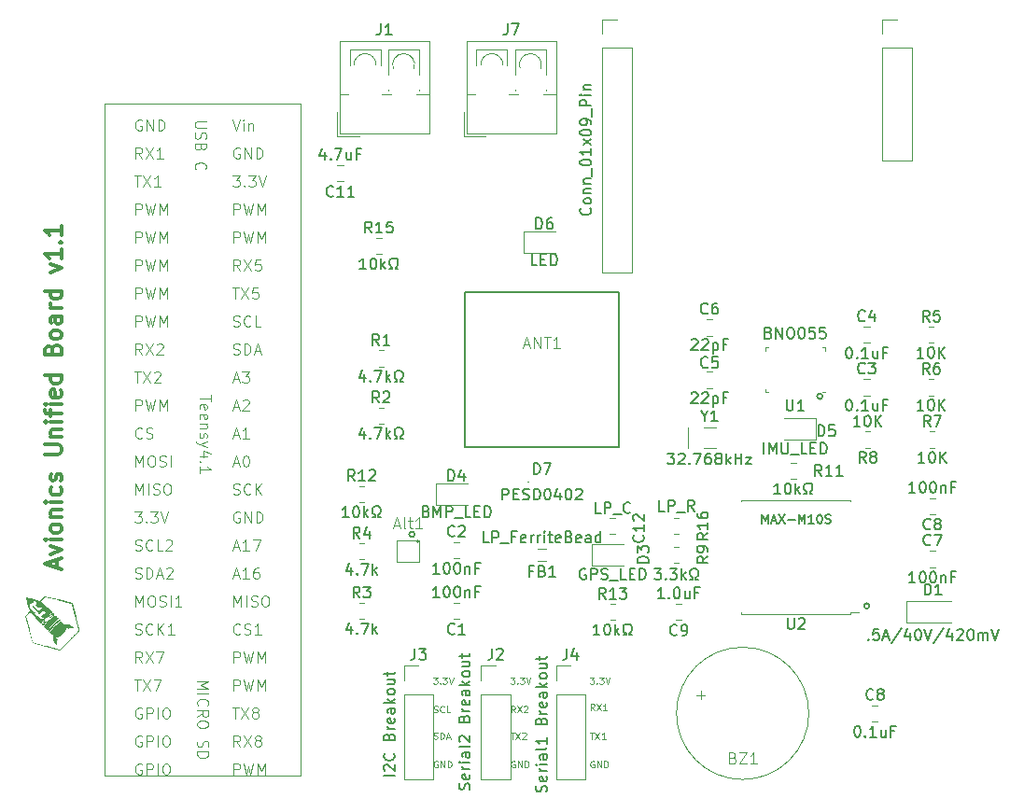
<source format=gbr>
%TF.GenerationSoftware,KiCad,Pcbnew,7.0.7*%
%TF.CreationDate,2024-02-14T21:09:05-05:00*%
%TF.ProjectId,Unified_Board,556e6966-6965-4645-9f42-6f6172642e6b,rev?*%
%TF.SameCoordinates,Original*%
%TF.FileFunction,Legend,Top*%
%TF.FilePolarity,Positive*%
%FSLAX46Y46*%
G04 Gerber Fmt 4.6, Leading zero omitted, Abs format (unit mm)*
G04 Created by KiCad (PCBNEW 7.0.7) date 2024-02-14 21:09:05*
%MOMM*%
%LPD*%
G01*
G04 APERTURE LIST*
%ADD10C,0.200000*%
%ADD11C,0.100000*%
%ADD12C,0.300000*%
%ADD13C,0.150000*%
%ADD14C,0.120000*%
G04 APERTURE END LIST*
D10*
X144250000Y-70250000D02*
G75*
G03*
X144250000Y-70250000I-250000J0D01*
G01*
X148500000Y-89250000D02*
G75*
G03*
X148500000Y-89250000I-250000J0D01*
G01*
X107250000Y-82750000D02*
G75*
G03*
X107250000Y-82750000I-250000J0D01*
G01*
D11*
X116351503Y-98921371D02*
X116151503Y-98635657D01*
X116008646Y-98921371D02*
X116008646Y-98321371D01*
X116008646Y-98321371D02*
X116237217Y-98321371D01*
X116237217Y-98321371D02*
X116294360Y-98349942D01*
X116294360Y-98349942D02*
X116322931Y-98378514D01*
X116322931Y-98378514D02*
X116351503Y-98435657D01*
X116351503Y-98435657D02*
X116351503Y-98521371D01*
X116351503Y-98521371D02*
X116322931Y-98578514D01*
X116322931Y-98578514D02*
X116294360Y-98607085D01*
X116294360Y-98607085D02*
X116237217Y-98635657D01*
X116237217Y-98635657D02*
X116008646Y-98635657D01*
X116551503Y-98321371D02*
X116951503Y-98921371D01*
X116951503Y-98321371D02*
X116551503Y-98921371D01*
X117151503Y-98378514D02*
X117180075Y-98349942D01*
X117180075Y-98349942D02*
X117237218Y-98321371D01*
X117237218Y-98321371D02*
X117380075Y-98321371D01*
X117380075Y-98321371D02*
X117437218Y-98349942D01*
X117437218Y-98349942D02*
X117465789Y-98378514D01*
X117465789Y-98378514D02*
X117494360Y-98435657D01*
X117494360Y-98435657D02*
X117494360Y-98492800D01*
X117494360Y-98492800D02*
X117465789Y-98578514D01*
X117465789Y-98578514D02*
X117122932Y-98921371D01*
X117122932Y-98921371D02*
X117494360Y-98921371D01*
X123522931Y-103349942D02*
X123465789Y-103321371D01*
X123465789Y-103321371D02*
X123380074Y-103321371D01*
X123380074Y-103321371D02*
X123294360Y-103349942D01*
X123294360Y-103349942D02*
X123237217Y-103407085D01*
X123237217Y-103407085D02*
X123208646Y-103464228D01*
X123208646Y-103464228D02*
X123180074Y-103578514D01*
X123180074Y-103578514D02*
X123180074Y-103664228D01*
X123180074Y-103664228D02*
X123208646Y-103778514D01*
X123208646Y-103778514D02*
X123237217Y-103835657D01*
X123237217Y-103835657D02*
X123294360Y-103892800D01*
X123294360Y-103892800D02*
X123380074Y-103921371D01*
X123380074Y-103921371D02*
X123437217Y-103921371D01*
X123437217Y-103921371D02*
X123522931Y-103892800D01*
X123522931Y-103892800D02*
X123551503Y-103864228D01*
X123551503Y-103864228D02*
X123551503Y-103664228D01*
X123551503Y-103664228D02*
X123437217Y-103664228D01*
X123808646Y-103921371D02*
X123808646Y-103321371D01*
X123808646Y-103321371D02*
X124151503Y-103921371D01*
X124151503Y-103921371D02*
X124151503Y-103321371D01*
X124437217Y-103921371D02*
X124437217Y-103321371D01*
X124437217Y-103321371D02*
X124580074Y-103321371D01*
X124580074Y-103321371D02*
X124665788Y-103349942D01*
X124665788Y-103349942D02*
X124722931Y-103407085D01*
X124722931Y-103407085D02*
X124751502Y-103464228D01*
X124751502Y-103464228D02*
X124780074Y-103578514D01*
X124780074Y-103578514D02*
X124780074Y-103664228D01*
X124780074Y-103664228D02*
X124751502Y-103778514D01*
X124751502Y-103778514D02*
X124722931Y-103835657D01*
X124722931Y-103835657D02*
X124665788Y-103892800D01*
X124665788Y-103892800D02*
X124580074Y-103921371D01*
X124580074Y-103921371D02*
X124437217Y-103921371D01*
X108951503Y-95721371D02*
X109322931Y-95721371D01*
X109322931Y-95721371D02*
X109122931Y-95949942D01*
X109122931Y-95949942D02*
X109208646Y-95949942D01*
X109208646Y-95949942D02*
X109265789Y-95978514D01*
X109265789Y-95978514D02*
X109294360Y-96007085D01*
X109294360Y-96007085D02*
X109322931Y-96064228D01*
X109322931Y-96064228D02*
X109322931Y-96207085D01*
X109322931Y-96207085D02*
X109294360Y-96264228D01*
X109294360Y-96264228D02*
X109265789Y-96292800D01*
X109265789Y-96292800D02*
X109208646Y-96321371D01*
X109208646Y-96321371D02*
X109037217Y-96321371D01*
X109037217Y-96321371D02*
X108980074Y-96292800D01*
X108980074Y-96292800D02*
X108951503Y-96264228D01*
X109580075Y-96264228D02*
X109608646Y-96292800D01*
X109608646Y-96292800D02*
X109580075Y-96321371D01*
X109580075Y-96321371D02*
X109551503Y-96292800D01*
X109551503Y-96292800D02*
X109580075Y-96264228D01*
X109580075Y-96264228D02*
X109580075Y-96321371D01*
X109808646Y-95721371D02*
X110180074Y-95721371D01*
X110180074Y-95721371D02*
X109980074Y-95949942D01*
X109980074Y-95949942D02*
X110065789Y-95949942D01*
X110065789Y-95949942D02*
X110122932Y-95978514D01*
X110122932Y-95978514D02*
X110151503Y-96007085D01*
X110151503Y-96007085D02*
X110180074Y-96064228D01*
X110180074Y-96064228D02*
X110180074Y-96207085D01*
X110180074Y-96207085D02*
X110151503Y-96264228D01*
X110151503Y-96264228D02*
X110122932Y-96292800D01*
X110122932Y-96292800D02*
X110065789Y-96321371D01*
X110065789Y-96321371D02*
X109894360Y-96321371D01*
X109894360Y-96321371D02*
X109837217Y-96292800D01*
X109837217Y-96292800D02*
X109808646Y-96264228D01*
X110351503Y-95721371D02*
X110551503Y-96321371D01*
X110551503Y-96321371D02*
X110751503Y-95721371D01*
X123151503Y-95721371D02*
X123522931Y-95721371D01*
X123522931Y-95721371D02*
X123322931Y-95949942D01*
X123322931Y-95949942D02*
X123408646Y-95949942D01*
X123408646Y-95949942D02*
X123465789Y-95978514D01*
X123465789Y-95978514D02*
X123494360Y-96007085D01*
X123494360Y-96007085D02*
X123522931Y-96064228D01*
X123522931Y-96064228D02*
X123522931Y-96207085D01*
X123522931Y-96207085D02*
X123494360Y-96264228D01*
X123494360Y-96264228D02*
X123465789Y-96292800D01*
X123465789Y-96292800D02*
X123408646Y-96321371D01*
X123408646Y-96321371D02*
X123237217Y-96321371D01*
X123237217Y-96321371D02*
X123180074Y-96292800D01*
X123180074Y-96292800D02*
X123151503Y-96264228D01*
X123780075Y-96264228D02*
X123808646Y-96292800D01*
X123808646Y-96292800D02*
X123780075Y-96321371D01*
X123780075Y-96321371D02*
X123751503Y-96292800D01*
X123751503Y-96292800D02*
X123780075Y-96264228D01*
X123780075Y-96264228D02*
X123780075Y-96321371D01*
X124008646Y-95721371D02*
X124380074Y-95721371D01*
X124380074Y-95721371D02*
X124180074Y-95949942D01*
X124180074Y-95949942D02*
X124265789Y-95949942D01*
X124265789Y-95949942D02*
X124322932Y-95978514D01*
X124322932Y-95978514D02*
X124351503Y-96007085D01*
X124351503Y-96007085D02*
X124380074Y-96064228D01*
X124380074Y-96064228D02*
X124380074Y-96207085D01*
X124380074Y-96207085D02*
X124351503Y-96264228D01*
X124351503Y-96264228D02*
X124322932Y-96292800D01*
X124322932Y-96292800D02*
X124265789Y-96321371D01*
X124265789Y-96321371D02*
X124094360Y-96321371D01*
X124094360Y-96321371D02*
X124037217Y-96292800D01*
X124037217Y-96292800D02*
X124008646Y-96264228D01*
X124551503Y-95721371D02*
X124751503Y-96321371D01*
X124751503Y-96321371D02*
X124951503Y-95721371D01*
X123122931Y-100721371D02*
X123465789Y-100721371D01*
X123294360Y-101321371D02*
X123294360Y-100721371D01*
X123608646Y-100721371D02*
X124008646Y-101321371D01*
X124008646Y-100721371D02*
X123608646Y-101321371D01*
X124551503Y-101321371D02*
X124208646Y-101321371D01*
X124380075Y-101321371D02*
X124380075Y-100721371D01*
X124380075Y-100721371D02*
X124322932Y-100807085D01*
X124322932Y-100807085D02*
X124265789Y-100864228D01*
X124265789Y-100864228D02*
X124208646Y-100892800D01*
D12*
X74772257Y-85766917D02*
X74772257Y-85052632D01*
X75200828Y-85909774D02*
X73700828Y-85409774D01*
X73700828Y-85409774D02*
X75200828Y-84909774D01*
X74200828Y-84552632D02*
X75200828Y-84195489D01*
X75200828Y-84195489D02*
X74200828Y-83838346D01*
X75200828Y-83266918D02*
X74200828Y-83266918D01*
X73700828Y-83266918D02*
X73772257Y-83338346D01*
X73772257Y-83338346D02*
X73843685Y-83266918D01*
X73843685Y-83266918D02*
X73772257Y-83195489D01*
X73772257Y-83195489D02*
X73700828Y-83266918D01*
X73700828Y-83266918D02*
X73843685Y-83266918D01*
X75200828Y-82338346D02*
X75129400Y-82481203D01*
X75129400Y-82481203D02*
X75057971Y-82552632D01*
X75057971Y-82552632D02*
X74915114Y-82624060D01*
X74915114Y-82624060D02*
X74486542Y-82624060D01*
X74486542Y-82624060D02*
X74343685Y-82552632D01*
X74343685Y-82552632D02*
X74272257Y-82481203D01*
X74272257Y-82481203D02*
X74200828Y-82338346D01*
X74200828Y-82338346D02*
X74200828Y-82124060D01*
X74200828Y-82124060D02*
X74272257Y-81981203D01*
X74272257Y-81981203D02*
X74343685Y-81909775D01*
X74343685Y-81909775D02*
X74486542Y-81838346D01*
X74486542Y-81838346D02*
X74915114Y-81838346D01*
X74915114Y-81838346D02*
X75057971Y-81909775D01*
X75057971Y-81909775D02*
X75129400Y-81981203D01*
X75129400Y-81981203D02*
X75200828Y-82124060D01*
X75200828Y-82124060D02*
X75200828Y-82338346D01*
X74200828Y-81195489D02*
X75200828Y-81195489D01*
X74343685Y-81195489D02*
X74272257Y-81124060D01*
X74272257Y-81124060D02*
X74200828Y-80981203D01*
X74200828Y-80981203D02*
X74200828Y-80766917D01*
X74200828Y-80766917D02*
X74272257Y-80624060D01*
X74272257Y-80624060D02*
X74415114Y-80552632D01*
X74415114Y-80552632D02*
X75200828Y-80552632D01*
X75200828Y-79838346D02*
X74200828Y-79838346D01*
X73700828Y-79838346D02*
X73772257Y-79909774D01*
X73772257Y-79909774D02*
X73843685Y-79838346D01*
X73843685Y-79838346D02*
X73772257Y-79766917D01*
X73772257Y-79766917D02*
X73700828Y-79838346D01*
X73700828Y-79838346D02*
X73843685Y-79838346D01*
X75129400Y-78481203D02*
X75200828Y-78624060D01*
X75200828Y-78624060D02*
X75200828Y-78909774D01*
X75200828Y-78909774D02*
X75129400Y-79052631D01*
X75129400Y-79052631D02*
X75057971Y-79124060D01*
X75057971Y-79124060D02*
X74915114Y-79195488D01*
X74915114Y-79195488D02*
X74486542Y-79195488D01*
X74486542Y-79195488D02*
X74343685Y-79124060D01*
X74343685Y-79124060D02*
X74272257Y-79052631D01*
X74272257Y-79052631D02*
X74200828Y-78909774D01*
X74200828Y-78909774D02*
X74200828Y-78624060D01*
X74200828Y-78624060D02*
X74272257Y-78481203D01*
X75129400Y-77909774D02*
X75200828Y-77766917D01*
X75200828Y-77766917D02*
X75200828Y-77481203D01*
X75200828Y-77481203D02*
X75129400Y-77338346D01*
X75129400Y-77338346D02*
X74986542Y-77266917D01*
X74986542Y-77266917D02*
X74915114Y-77266917D01*
X74915114Y-77266917D02*
X74772257Y-77338346D01*
X74772257Y-77338346D02*
X74700828Y-77481203D01*
X74700828Y-77481203D02*
X74700828Y-77695489D01*
X74700828Y-77695489D02*
X74629400Y-77838346D01*
X74629400Y-77838346D02*
X74486542Y-77909774D01*
X74486542Y-77909774D02*
X74415114Y-77909774D01*
X74415114Y-77909774D02*
X74272257Y-77838346D01*
X74272257Y-77838346D02*
X74200828Y-77695489D01*
X74200828Y-77695489D02*
X74200828Y-77481203D01*
X74200828Y-77481203D02*
X74272257Y-77338346D01*
X73700828Y-75481203D02*
X74915114Y-75481203D01*
X74915114Y-75481203D02*
X75057971Y-75409774D01*
X75057971Y-75409774D02*
X75129400Y-75338346D01*
X75129400Y-75338346D02*
X75200828Y-75195488D01*
X75200828Y-75195488D02*
X75200828Y-74909774D01*
X75200828Y-74909774D02*
X75129400Y-74766917D01*
X75129400Y-74766917D02*
X75057971Y-74695488D01*
X75057971Y-74695488D02*
X74915114Y-74624060D01*
X74915114Y-74624060D02*
X73700828Y-74624060D01*
X74200828Y-73909774D02*
X75200828Y-73909774D01*
X74343685Y-73909774D02*
X74272257Y-73838345D01*
X74272257Y-73838345D02*
X74200828Y-73695488D01*
X74200828Y-73695488D02*
X74200828Y-73481202D01*
X74200828Y-73481202D02*
X74272257Y-73338345D01*
X74272257Y-73338345D02*
X74415114Y-73266917D01*
X74415114Y-73266917D02*
X75200828Y-73266917D01*
X75200828Y-72552631D02*
X74200828Y-72552631D01*
X73700828Y-72552631D02*
X73772257Y-72624059D01*
X73772257Y-72624059D02*
X73843685Y-72552631D01*
X73843685Y-72552631D02*
X73772257Y-72481202D01*
X73772257Y-72481202D02*
X73700828Y-72552631D01*
X73700828Y-72552631D02*
X73843685Y-72552631D01*
X74200828Y-72052630D02*
X74200828Y-71481202D01*
X75200828Y-71838345D02*
X73915114Y-71838345D01*
X73915114Y-71838345D02*
X73772257Y-71766916D01*
X73772257Y-71766916D02*
X73700828Y-71624059D01*
X73700828Y-71624059D02*
X73700828Y-71481202D01*
X75200828Y-70981202D02*
X74200828Y-70981202D01*
X73700828Y-70981202D02*
X73772257Y-71052630D01*
X73772257Y-71052630D02*
X73843685Y-70981202D01*
X73843685Y-70981202D02*
X73772257Y-70909773D01*
X73772257Y-70909773D02*
X73700828Y-70981202D01*
X73700828Y-70981202D02*
X73843685Y-70981202D01*
X75129400Y-69695487D02*
X75200828Y-69838344D01*
X75200828Y-69838344D02*
X75200828Y-70124059D01*
X75200828Y-70124059D02*
X75129400Y-70266916D01*
X75129400Y-70266916D02*
X74986542Y-70338344D01*
X74986542Y-70338344D02*
X74415114Y-70338344D01*
X74415114Y-70338344D02*
X74272257Y-70266916D01*
X74272257Y-70266916D02*
X74200828Y-70124059D01*
X74200828Y-70124059D02*
X74200828Y-69838344D01*
X74200828Y-69838344D02*
X74272257Y-69695487D01*
X74272257Y-69695487D02*
X74415114Y-69624059D01*
X74415114Y-69624059D02*
X74557971Y-69624059D01*
X74557971Y-69624059D02*
X74700828Y-70338344D01*
X75200828Y-68338345D02*
X73700828Y-68338345D01*
X75129400Y-68338345D02*
X75200828Y-68481202D01*
X75200828Y-68481202D02*
X75200828Y-68766916D01*
X75200828Y-68766916D02*
X75129400Y-68909773D01*
X75129400Y-68909773D02*
X75057971Y-68981202D01*
X75057971Y-68981202D02*
X74915114Y-69052630D01*
X74915114Y-69052630D02*
X74486542Y-69052630D01*
X74486542Y-69052630D02*
X74343685Y-68981202D01*
X74343685Y-68981202D02*
X74272257Y-68909773D01*
X74272257Y-68909773D02*
X74200828Y-68766916D01*
X74200828Y-68766916D02*
X74200828Y-68481202D01*
X74200828Y-68481202D02*
X74272257Y-68338345D01*
X74415114Y-65981202D02*
X74486542Y-65766916D01*
X74486542Y-65766916D02*
X74557971Y-65695487D01*
X74557971Y-65695487D02*
X74700828Y-65624059D01*
X74700828Y-65624059D02*
X74915114Y-65624059D01*
X74915114Y-65624059D02*
X75057971Y-65695487D01*
X75057971Y-65695487D02*
X75129400Y-65766916D01*
X75129400Y-65766916D02*
X75200828Y-65909773D01*
X75200828Y-65909773D02*
X75200828Y-66481202D01*
X75200828Y-66481202D02*
X73700828Y-66481202D01*
X73700828Y-66481202D02*
X73700828Y-65981202D01*
X73700828Y-65981202D02*
X73772257Y-65838345D01*
X73772257Y-65838345D02*
X73843685Y-65766916D01*
X73843685Y-65766916D02*
X73986542Y-65695487D01*
X73986542Y-65695487D02*
X74129400Y-65695487D01*
X74129400Y-65695487D02*
X74272257Y-65766916D01*
X74272257Y-65766916D02*
X74343685Y-65838345D01*
X74343685Y-65838345D02*
X74415114Y-65981202D01*
X74415114Y-65981202D02*
X74415114Y-66481202D01*
X75200828Y-64766916D02*
X75129400Y-64909773D01*
X75129400Y-64909773D02*
X75057971Y-64981202D01*
X75057971Y-64981202D02*
X74915114Y-65052630D01*
X74915114Y-65052630D02*
X74486542Y-65052630D01*
X74486542Y-65052630D02*
X74343685Y-64981202D01*
X74343685Y-64981202D02*
X74272257Y-64909773D01*
X74272257Y-64909773D02*
X74200828Y-64766916D01*
X74200828Y-64766916D02*
X74200828Y-64552630D01*
X74200828Y-64552630D02*
X74272257Y-64409773D01*
X74272257Y-64409773D02*
X74343685Y-64338345D01*
X74343685Y-64338345D02*
X74486542Y-64266916D01*
X74486542Y-64266916D02*
X74915114Y-64266916D01*
X74915114Y-64266916D02*
X75057971Y-64338345D01*
X75057971Y-64338345D02*
X75129400Y-64409773D01*
X75129400Y-64409773D02*
X75200828Y-64552630D01*
X75200828Y-64552630D02*
X75200828Y-64766916D01*
X75200828Y-62981202D02*
X74415114Y-62981202D01*
X74415114Y-62981202D02*
X74272257Y-63052630D01*
X74272257Y-63052630D02*
X74200828Y-63195487D01*
X74200828Y-63195487D02*
X74200828Y-63481202D01*
X74200828Y-63481202D02*
X74272257Y-63624059D01*
X75129400Y-62981202D02*
X75200828Y-63124059D01*
X75200828Y-63124059D02*
X75200828Y-63481202D01*
X75200828Y-63481202D02*
X75129400Y-63624059D01*
X75129400Y-63624059D02*
X74986542Y-63695487D01*
X74986542Y-63695487D02*
X74843685Y-63695487D01*
X74843685Y-63695487D02*
X74700828Y-63624059D01*
X74700828Y-63624059D02*
X74629400Y-63481202D01*
X74629400Y-63481202D02*
X74629400Y-63124059D01*
X74629400Y-63124059D02*
X74557971Y-62981202D01*
X75200828Y-62266916D02*
X74200828Y-62266916D01*
X74486542Y-62266916D02*
X74343685Y-62195487D01*
X74343685Y-62195487D02*
X74272257Y-62124059D01*
X74272257Y-62124059D02*
X74200828Y-61981201D01*
X74200828Y-61981201D02*
X74200828Y-61838344D01*
X75200828Y-60695488D02*
X73700828Y-60695488D01*
X75129400Y-60695488D02*
X75200828Y-60838345D01*
X75200828Y-60838345D02*
X75200828Y-61124059D01*
X75200828Y-61124059D02*
X75129400Y-61266916D01*
X75129400Y-61266916D02*
X75057971Y-61338345D01*
X75057971Y-61338345D02*
X74915114Y-61409773D01*
X74915114Y-61409773D02*
X74486542Y-61409773D01*
X74486542Y-61409773D02*
X74343685Y-61338345D01*
X74343685Y-61338345D02*
X74272257Y-61266916D01*
X74272257Y-61266916D02*
X74200828Y-61124059D01*
X74200828Y-61124059D02*
X74200828Y-60838345D01*
X74200828Y-60838345D02*
X74272257Y-60695488D01*
X74200828Y-58981202D02*
X75200828Y-58624059D01*
X75200828Y-58624059D02*
X74200828Y-58266916D01*
X75200828Y-56909773D02*
X75200828Y-57766916D01*
X75200828Y-57338345D02*
X73700828Y-57338345D01*
X73700828Y-57338345D02*
X73915114Y-57481202D01*
X73915114Y-57481202D02*
X74057971Y-57624059D01*
X74057971Y-57624059D02*
X74129400Y-57766916D01*
X75057971Y-56266917D02*
X75129400Y-56195488D01*
X75129400Y-56195488D02*
X75200828Y-56266917D01*
X75200828Y-56266917D02*
X75129400Y-56338345D01*
X75129400Y-56338345D02*
X75057971Y-56266917D01*
X75057971Y-56266917D02*
X75200828Y-56266917D01*
X75200828Y-54766916D02*
X75200828Y-55624059D01*
X75200828Y-55195488D02*
X73700828Y-55195488D01*
X73700828Y-55195488D02*
X73915114Y-55338345D01*
X73915114Y-55338345D02*
X74057971Y-55481202D01*
X74057971Y-55481202D02*
X74129400Y-55624059D01*
D11*
X115922931Y-100721371D02*
X116265789Y-100721371D01*
X116094360Y-101321371D02*
X116094360Y-100721371D01*
X116408646Y-100721371D02*
X116808646Y-101321371D01*
X116808646Y-100721371D02*
X116408646Y-101321371D01*
X117008646Y-100778514D02*
X117037218Y-100749942D01*
X117037218Y-100749942D02*
X117094361Y-100721371D01*
X117094361Y-100721371D02*
X117237218Y-100721371D01*
X117237218Y-100721371D02*
X117294361Y-100749942D01*
X117294361Y-100749942D02*
X117322932Y-100778514D01*
X117322932Y-100778514D02*
X117351503Y-100835657D01*
X117351503Y-100835657D02*
X117351503Y-100892800D01*
X117351503Y-100892800D02*
X117322932Y-100978514D01*
X117322932Y-100978514D02*
X116980075Y-101321371D01*
X116980075Y-101321371D02*
X117351503Y-101321371D01*
X116322931Y-103349942D02*
X116265789Y-103321371D01*
X116265789Y-103321371D02*
X116180074Y-103321371D01*
X116180074Y-103321371D02*
X116094360Y-103349942D01*
X116094360Y-103349942D02*
X116037217Y-103407085D01*
X116037217Y-103407085D02*
X116008646Y-103464228D01*
X116008646Y-103464228D02*
X115980074Y-103578514D01*
X115980074Y-103578514D02*
X115980074Y-103664228D01*
X115980074Y-103664228D02*
X116008646Y-103778514D01*
X116008646Y-103778514D02*
X116037217Y-103835657D01*
X116037217Y-103835657D02*
X116094360Y-103892800D01*
X116094360Y-103892800D02*
X116180074Y-103921371D01*
X116180074Y-103921371D02*
X116237217Y-103921371D01*
X116237217Y-103921371D02*
X116322931Y-103892800D01*
X116322931Y-103892800D02*
X116351503Y-103864228D01*
X116351503Y-103864228D02*
X116351503Y-103664228D01*
X116351503Y-103664228D02*
X116237217Y-103664228D01*
X116608646Y-103921371D02*
X116608646Y-103321371D01*
X116608646Y-103321371D02*
X116951503Y-103921371D01*
X116951503Y-103921371D02*
X116951503Y-103321371D01*
X117237217Y-103921371D02*
X117237217Y-103321371D01*
X117237217Y-103321371D02*
X117380074Y-103321371D01*
X117380074Y-103321371D02*
X117465788Y-103349942D01*
X117465788Y-103349942D02*
X117522931Y-103407085D01*
X117522931Y-103407085D02*
X117551502Y-103464228D01*
X117551502Y-103464228D02*
X117580074Y-103578514D01*
X117580074Y-103578514D02*
X117580074Y-103664228D01*
X117580074Y-103664228D02*
X117551502Y-103778514D01*
X117551502Y-103778514D02*
X117522931Y-103835657D01*
X117522931Y-103835657D02*
X117465788Y-103892800D01*
X117465788Y-103892800D02*
X117380074Y-103921371D01*
X117380074Y-103921371D02*
X117237217Y-103921371D01*
X123551503Y-98721371D02*
X123351503Y-98435657D01*
X123208646Y-98721371D02*
X123208646Y-98121371D01*
X123208646Y-98121371D02*
X123437217Y-98121371D01*
X123437217Y-98121371D02*
X123494360Y-98149942D01*
X123494360Y-98149942D02*
X123522931Y-98178514D01*
X123522931Y-98178514D02*
X123551503Y-98235657D01*
X123551503Y-98235657D02*
X123551503Y-98321371D01*
X123551503Y-98321371D02*
X123522931Y-98378514D01*
X123522931Y-98378514D02*
X123494360Y-98407085D01*
X123494360Y-98407085D02*
X123437217Y-98435657D01*
X123437217Y-98435657D02*
X123208646Y-98435657D01*
X123751503Y-98121371D02*
X124151503Y-98721371D01*
X124151503Y-98121371D02*
X123751503Y-98721371D01*
X124694360Y-98721371D02*
X124351503Y-98721371D01*
X124522932Y-98721371D02*
X124522932Y-98121371D01*
X124522932Y-98121371D02*
X124465789Y-98207085D01*
X124465789Y-98207085D02*
X124408646Y-98264228D01*
X124408646Y-98264228D02*
X124351503Y-98292800D01*
X109322931Y-103349942D02*
X109265789Y-103321371D01*
X109265789Y-103321371D02*
X109180074Y-103321371D01*
X109180074Y-103321371D02*
X109094360Y-103349942D01*
X109094360Y-103349942D02*
X109037217Y-103407085D01*
X109037217Y-103407085D02*
X109008646Y-103464228D01*
X109008646Y-103464228D02*
X108980074Y-103578514D01*
X108980074Y-103578514D02*
X108980074Y-103664228D01*
X108980074Y-103664228D02*
X109008646Y-103778514D01*
X109008646Y-103778514D02*
X109037217Y-103835657D01*
X109037217Y-103835657D02*
X109094360Y-103892800D01*
X109094360Y-103892800D02*
X109180074Y-103921371D01*
X109180074Y-103921371D02*
X109237217Y-103921371D01*
X109237217Y-103921371D02*
X109322931Y-103892800D01*
X109322931Y-103892800D02*
X109351503Y-103864228D01*
X109351503Y-103864228D02*
X109351503Y-103664228D01*
X109351503Y-103664228D02*
X109237217Y-103664228D01*
X109608646Y-103921371D02*
X109608646Y-103321371D01*
X109608646Y-103321371D02*
X109951503Y-103921371D01*
X109951503Y-103921371D02*
X109951503Y-103321371D01*
X110237217Y-103921371D02*
X110237217Y-103321371D01*
X110237217Y-103321371D02*
X110380074Y-103321371D01*
X110380074Y-103321371D02*
X110465788Y-103349942D01*
X110465788Y-103349942D02*
X110522931Y-103407085D01*
X110522931Y-103407085D02*
X110551502Y-103464228D01*
X110551502Y-103464228D02*
X110580074Y-103578514D01*
X110580074Y-103578514D02*
X110580074Y-103664228D01*
X110580074Y-103664228D02*
X110551502Y-103778514D01*
X110551502Y-103778514D02*
X110522931Y-103835657D01*
X110522931Y-103835657D02*
X110465788Y-103892800D01*
X110465788Y-103892800D02*
X110380074Y-103921371D01*
X110380074Y-103921371D02*
X110237217Y-103921371D01*
X108980074Y-98892800D02*
X109065789Y-98921371D01*
X109065789Y-98921371D02*
X109208646Y-98921371D01*
X109208646Y-98921371D02*
X109265789Y-98892800D01*
X109265789Y-98892800D02*
X109294360Y-98864228D01*
X109294360Y-98864228D02*
X109322931Y-98807085D01*
X109322931Y-98807085D02*
X109322931Y-98749942D01*
X109322931Y-98749942D02*
X109294360Y-98692800D01*
X109294360Y-98692800D02*
X109265789Y-98664228D01*
X109265789Y-98664228D02*
X109208646Y-98635657D01*
X109208646Y-98635657D02*
X109094360Y-98607085D01*
X109094360Y-98607085D02*
X109037217Y-98578514D01*
X109037217Y-98578514D02*
X109008646Y-98549942D01*
X109008646Y-98549942D02*
X108980074Y-98492800D01*
X108980074Y-98492800D02*
X108980074Y-98435657D01*
X108980074Y-98435657D02*
X109008646Y-98378514D01*
X109008646Y-98378514D02*
X109037217Y-98349942D01*
X109037217Y-98349942D02*
X109094360Y-98321371D01*
X109094360Y-98321371D02*
X109237217Y-98321371D01*
X109237217Y-98321371D02*
X109322931Y-98349942D01*
X109922932Y-98864228D02*
X109894360Y-98892800D01*
X109894360Y-98892800D02*
X109808646Y-98921371D01*
X109808646Y-98921371D02*
X109751503Y-98921371D01*
X109751503Y-98921371D02*
X109665789Y-98892800D01*
X109665789Y-98892800D02*
X109608646Y-98835657D01*
X109608646Y-98835657D02*
X109580075Y-98778514D01*
X109580075Y-98778514D02*
X109551503Y-98664228D01*
X109551503Y-98664228D02*
X109551503Y-98578514D01*
X109551503Y-98578514D02*
X109580075Y-98464228D01*
X109580075Y-98464228D02*
X109608646Y-98407085D01*
X109608646Y-98407085D02*
X109665789Y-98349942D01*
X109665789Y-98349942D02*
X109751503Y-98321371D01*
X109751503Y-98321371D02*
X109808646Y-98321371D01*
X109808646Y-98321371D02*
X109894360Y-98349942D01*
X109894360Y-98349942D02*
X109922932Y-98378514D01*
X110465789Y-98921371D02*
X110180075Y-98921371D01*
X110180075Y-98921371D02*
X110180075Y-98321371D01*
X115951503Y-95721371D02*
X116322931Y-95721371D01*
X116322931Y-95721371D02*
X116122931Y-95949942D01*
X116122931Y-95949942D02*
X116208646Y-95949942D01*
X116208646Y-95949942D02*
X116265789Y-95978514D01*
X116265789Y-95978514D02*
X116294360Y-96007085D01*
X116294360Y-96007085D02*
X116322931Y-96064228D01*
X116322931Y-96064228D02*
X116322931Y-96207085D01*
X116322931Y-96207085D02*
X116294360Y-96264228D01*
X116294360Y-96264228D02*
X116265789Y-96292800D01*
X116265789Y-96292800D02*
X116208646Y-96321371D01*
X116208646Y-96321371D02*
X116037217Y-96321371D01*
X116037217Y-96321371D02*
X115980074Y-96292800D01*
X115980074Y-96292800D02*
X115951503Y-96264228D01*
X116580075Y-96264228D02*
X116608646Y-96292800D01*
X116608646Y-96292800D02*
X116580075Y-96321371D01*
X116580075Y-96321371D02*
X116551503Y-96292800D01*
X116551503Y-96292800D02*
X116580075Y-96264228D01*
X116580075Y-96264228D02*
X116580075Y-96321371D01*
X116808646Y-95721371D02*
X117180074Y-95721371D01*
X117180074Y-95721371D02*
X116980074Y-95949942D01*
X116980074Y-95949942D02*
X117065789Y-95949942D01*
X117065789Y-95949942D02*
X117122932Y-95978514D01*
X117122932Y-95978514D02*
X117151503Y-96007085D01*
X117151503Y-96007085D02*
X117180074Y-96064228D01*
X117180074Y-96064228D02*
X117180074Y-96207085D01*
X117180074Y-96207085D02*
X117151503Y-96264228D01*
X117151503Y-96264228D02*
X117122932Y-96292800D01*
X117122932Y-96292800D02*
X117065789Y-96321371D01*
X117065789Y-96321371D02*
X116894360Y-96321371D01*
X116894360Y-96321371D02*
X116837217Y-96292800D01*
X116837217Y-96292800D02*
X116808646Y-96264228D01*
X117351503Y-95721371D02*
X117551503Y-96321371D01*
X117551503Y-96321371D02*
X117751503Y-95721371D01*
X108980074Y-101292800D02*
X109065789Y-101321371D01*
X109065789Y-101321371D02*
X109208646Y-101321371D01*
X109208646Y-101321371D02*
X109265789Y-101292800D01*
X109265789Y-101292800D02*
X109294360Y-101264228D01*
X109294360Y-101264228D02*
X109322931Y-101207085D01*
X109322931Y-101207085D02*
X109322931Y-101149942D01*
X109322931Y-101149942D02*
X109294360Y-101092800D01*
X109294360Y-101092800D02*
X109265789Y-101064228D01*
X109265789Y-101064228D02*
X109208646Y-101035657D01*
X109208646Y-101035657D02*
X109094360Y-101007085D01*
X109094360Y-101007085D02*
X109037217Y-100978514D01*
X109037217Y-100978514D02*
X109008646Y-100949942D01*
X109008646Y-100949942D02*
X108980074Y-100892800D01*
X108980074Y-100892800D02*
X108980074Y-100835657D01*
X108980074Y-100835657D02*
X109008646Y-100778514D01*
X109008646Y-100778514D02*
X109037217Y-100749942D01*
X109037217Y-100749942D02*
X109094360Y-100721371D01*
X109094360Y-100721371D02*
X109237217Y-100721371D01*
X109237217Y-100721371D02*
X109322931Y-100749942D01*
X109580075Y-101321371D02*
X109580075Y-100721371D01*
X109580075Y-100721371D02*
X109722932Y-100721371D01*
X109722932Y-100721371D02*
X109808646Y-100749942D01*
X109808646Y-100749942D02*
X109865789Y-100807085D01*
X109865789Y-100807085D02*
X109894360Y-100864228D01*
X109894360Y-100864228D02*
X109922932Y-100978514D01*
X109922932Y-100978514D02*
X109922932Y-101064228D01*
X109922932Y-101064228D02*
X109894360Y-101178514D01*
X109894360Y-101178514D02*
X109865789Y-101235657D01*
X109865789Y-101235657D02*
X109808646Y-101292800D01*
X109808646Y-101292800D02*
X109722932Y-101321371D01*
X109722932Y-101321371D02*
X109580075Y-101321371D01*
X110151503Y-101149942D02*
X110437218Y-101149942D01*
X110094360Y-101321371D02*
X110294360Y-100721371D01*
X110294360Y-100721371D02*
X110494360Y-101321371D01*
D13*
X107266666Y-93124819D02*
X107266666Y-93839104D01*
X107266666Y-93839104D02*
X107219047Y-93981961D01*
X107219047Y-93981961D02*
X107123809Y-94077200D01*
X107123809Y-94077200D02*
X106980952Y-94124819D01*
X106980952Y-94124819D02*
X106885714Y-94124819D01*
X107647619Y-93124819D02*
X108266666Y-93124819D01*
X108266666Y-93124819D02*
X107933333Y-93505771D01*
X107933333Y-93505771D02*
X108076190Y-93505771D01*
X108076190Y-93505771D02*
X108171428Y-93553390D01*
X108171428Y-93553390D02*
X108219047Y-93601009D01*
X108219047Y-93601009D02*
X108266666Y-93696247D01*
X108266666Y-93696247D02*
X108266666Y-93934342D01*
X108266666Y-93934342D02*
X108219047Y-94029580D01*
X108219047Y-94029580D02*
X108171428Y-94077200D01*
X108171428Y-94077200D02*
X108076190Y-94124819D01*
X108076190Y-94124819D02*
X107790476Y-94124819D01*
X107790476Y-94124819D02*
X107695238Y-94077200D01*
X107695238Y-94077200D02*
X107647619Y-94029580D01*
X105454819Y-104642857D02*
X104454819Y-104642857D01*
X104550057Y-104214286D02*
X104502438Y-104166667D01*
X104502438Y-104166667D02*
X104454819Y-104071429D01*
X104454819Y-104071429D02*
X104454819Y-103833334D01*
X104454819Y-103833334D02*
X104502438Y-103738096D01*
X104502438Y-103738096D02*
X104550057Y-103690477D01*
X104550057Y-103690477D02*
X104645295Y-103642858D01*
X104645295Y-103642858D02*
X104740533Y-103642858D01*
X104740533Y-103642858D02*
X104883390Y-103690477D01*
X104883390Y-103690477D02*
X105454819Y-104261905D01*
X105454819Y-104261905D02*
X105454819Y-103642858D01*
X105359580Y-102642858D02*
X105407200Y-102690477D01*
X105407200Y-102690477D02*
X105454819Y-102833334D01*
X105454819Y-102833334D02*
X105454819Y-102928572D01*
X105454819Y-102928572D02*
X105407200Y-103071429D01*
X105407200Y-103071429D02*
X105311961Y-103166667D01*
X105311961Y-103166667D02*
X105216723Y-103214286D01*
X105216723Y-103214286D02*
X105026247Y-103261905D01*
X105026247Y-103261905D02*
X104883390Y-103261905D01*
X104883390Y-103261905D02*
X104692914Y-103214286D01*
X104692914Y-103214286D02*
X104597676Y-103166667D01*
X104597676Y-103166667D02*
X104502438Y-103071429D01*
X104502438Y-103071429D02*
X104454819Y-102928572D01*
X104454819Y-102928572D02*
X104454819Y-102833334D01*
X104454819Y-102833334D02*
X104502438Y-102690477D01*
X104502438Y-102690477D02*
X104550057Y-102642858D01*
X104931009Y-101119048D02*
X104978628Y-100976191D01*
X104978628Y-100976191D02*
X105026247Y-100928572D01*
X105026247Y-100928572D02*
X105121485Y-100880953D01*
X105121485Y-100880953D02*
X105264342Y-100880953D01*
X105264342Y-100880953D02*
X105359580Y-100928572D01*
X105359580Y-100928572D02*
X105407200Y-100976191D01*
X105407200Y-100976191D02*
X105454819Y-101071429D01*
X105454819Y-101071429D02*
X105454819Y-101452381D01*
X105454819Y-101452381D02*
X104454819Y-101452381D01*
X104454819Y-101452381D02*
X104454819Y-101119048D01*
X104454819Y-101119048D02*
X104502438Y-101023810D01*
X104502438Y-101023810D02*
X104550057Y-100976191D01*
X104550057Y-100976191D02*
X104645295Y-100928572D01*
X104645295Y-100928572D02*
X104740533Y-100928572D01*
X104740533Y-100928572D02*
X104835771Y-100976191D01*
X104835771Y-100976191D02*
X104883390Y-101023810D01*
X104883390Y-101023810D02*
X104931009Y-101119048D01*
X104931009Y-101119048D02*
X104931009Y-101452381D01*
X105454819Y-100452381D02*
X104788152Y-100452381D01*
X104978628Y-100452381D02*
X104883390Y-100404762D01*
X104883390Y-100404762D02*
X104835771Y-100357143D01*
X104835771Y-100357143D02*
X104788152Y-100261905D01*
X104788152Y-100261905D02*
X104788152Y-100166667D01*
X105407200Y-99452381D02*
X105454819Y-99547619D01*
X105454819Y-99547619D02*
X105454819Y-99738095D01*
X105454819Y-99738095D02*
X105407200Y-99833333D01*
X105407200Y-99833333D02*
X105311961Y-99880952D01*
X105311961Y-99880952D02*
X104931009Y-99880952D01*
X104931009Y-99880952D02*
X104835771Y-99833333D01*
X104835771Y-99833333D02*
X104788152Y-99738095D01*
X104788152Y-99738095D02*
X104788152Y-99547619D01*
X104788152Y-99547619D02*
X104835771Y-99452381D01*
X104835771Y-99452381D02*
X104931009Y-99404762D01*
X104931009Y-99404762D02*
X105026247Y-99404762D01*
X105026247Y-99404762D02*
X105121485Y-99880952D01*
X105454819Y-98547619D02*
X104931009Y-98547619D01*
X104931009Y-98547619D02*
X104835771Y-98595238D01*
X104835771Y-98595238D02*
X104788152Y-98690476D01*
X104788152Y-98690476D02*
X104788152Y-98880952D01*
X104788152Y-98880952D02*
X104835771Y-98976190D01*
X105407200Y-98547619D02*
X105454819Y-98642857D01*
X105454819Y-98642857D02*
X105454819Y-98880952D01*
X105454819Y-98880952D02*
X105407200Y-98976190D01*
X105407200Y-98976190D02*
X105311961Y-99023809D01*
X105311961Y-99023809D02*
X105216723Y-99023809D01*
X105216723Y-99023809D02*
X105121485Y-98976190D01*
X105121485Y-98976190D02*
X105073866Y-98880952D01*
X105073866Y-98880952D02*
X105073866Y-98642857D01*
X105073866Y-98642857D02*
X105026247Y-98547619D01*
X105454819Y-98071428D02*
X104454819Y-98071428D01*
X105073866Y-97976190D02*
X105454819Y-97690476D01*
X104788152Y-97690476D02*
X105169104Y-98071428D01*
X105454819Y-97119047D02*
X105407200Y-97214285D01*
X105407200Y-97214285D02*
X105359580Y-97261904D01*
X105359580Y-97261904D02*
X105264342Y-97309523D01*
X105264342Y-97309523D02*
X104978628Y-97309523D01*
X104978628Y-97309523D02*
X104883390Y-97261904D01*
X104883390Y-97261904D02*
X104835771Y-97214285D01*
X104835771Y-97214285D02*
X104788152Y-97119047D01*
X104788152Y-97119047D02*
X104788152Y-96976190D01*
X104788152Y-96976190D02*
X104835771Y-96880952D01*
X104835771Y-96880952D02*
X104883390Y-96833333D01*
X104883390Y-96833333D02*
X104978628Y-96785714D01*
X104978628Y-96785714D02*
X105264342Y-96785714D01*
X105264342Y-96785714D02*
X105359580Y-96833333D01*
X105359580Y-96833333D02*
X105407200Y-96880952D01*
X105407200Y-96880952D02*
X105454819Y-96976190D01*
X105454819Y-96976190D02*
X105454819Y-97119047D01*
X104788152Y-95928571D02*
X105454819Y-95928571D01*
X104788152Y-96357142D02*
X105311961Y-96357142D01*
X105311961Y-96357142D02*
X105407200Y-96309523D01*
X105407200Y-96309523D02*
X105454819Y-96214285D01*
X105454819Y-96214285D02*
X105454819Y-96071428D01*
X105454819Y-96071428D02*
X105407200Y-95976190D01*
X105407200Y-95976190D02*
X105359580Y-95928571D01*
X104788152Y-95595237D02*
X104788152Y-95214285D01*
X104454819Y-95452380D02*
X105311961Y-95452380D01*
X105311961Y-95452380D02*
X105407200Y-95404761D01*
X105407200Y-95404761D02*
X105454819Y-95309523D01*
X105454819Y-95309523D02*
X105454819Y-95214285D01*
X103357142Y-55404819D02*
X103023809Y-54928628D01*
X102785714Y-55404819D02*
X102785714Y-54404819D01*
X102785714Y-54404819D02*
X103166666Y-54404819D01*
X103166666Y-54404819D02*
X103261904Y-54452438D01*
X103261904Y-54452438D02*
X103309523Y-54500057D01*
X103309523Y-54500057D02*
X103357142Y-54595295D01*
X103357142Y-54595295D02*
X103357142Y-54738152D01*
X103357142Y-54738152D02*
X103309523Y-54833390D01*
X103309523Y-54833390D02*
X103261904Y-54881009D01*
X103261904Y-54881009D02*
X103166666Y-54928628D01*
X103166666Y-54928628D02*
X102785714Y-54928628D01*
X104309523Y-55404819D02*
X103738095Y-55404819D01*
X104023809Y-55404819D02*
X104023809Y-54404819D01*
X104023809Y-54404819D02*
X103928571Y-54547676D01*
X103928571Y-54547676D02*
X103833333Y-54642914D01*
X103833333Y-54642914D02*
X103738095Y-54690533D01*
X105214285Y-54404819D02*
X104738095Y-54404819D01*
X104738095Y-54404819D02*
X104690476Y-54881009D01*
X104690476Y-54881009D02*
X104738095Y-54833390D01*
X104738095Y-54833390D02*
X104833333Y-54785771D01*
X104833333Y-54785771D02*
X105071428Y-54785771D01*
X105071428Y-54785771D02*
X105166666Y-54833390D01*
X105166666Y-54833390D02*
X105214285Y-54881009D01*
X105214285Y-54881009D02*
X105261904Y-54976247D01*
X105261904Y-54976247D02*
X105261904Y-55214342D01*
X105261904Y-55214342D02*
X105214285Y-55309580D01*
X105214285Y-55309580D02*
X105166666Y-55357200D01*
X105166666Y-55357200D02*
X105071428Y-55404819D01*
X105071428Y-55404819D02*
X104833333Y-55404819D01*
X104833333Y-55404819D02*
X104738095Y-55357200D01*
X104738095Y-55357200D02*
X104690476Y-55309580D01*
X102833333Y-58704819D02*
X102261905Y-58704819D01*
X102547619Y-58704819D02*
X102547619Y-57704819D01*
X102547619Y-57704819D02*
X102452381Y-57847676D01*
X102452381Y-57847676D02*
X102357143Y-57942914D01*
X102357143Y-57942914D02*
X102261905Y-57990533D01*
X103452381Y-57704819D02*
X103547619Y-57704819D01*
X103547619Y-57704819D02*
X103642857Y-57752438D01*
X103642857Y-57752438D02*
X103690476Y-57800057D01*
X103690476Y-57800057D02*
X103738095Y-57895295D01*
X103738095Y-57895295D02*
X103785714Y-58085771D01*
X103785714Y-58085771D02*
X103785714Y-58323866D01*
X103785714Y-58323866D02*
X103738095Y-58514342D01*
X103738095Y-58514342D02*
X103690476Y-58609580D01*
X103690476Y-58609580D02*
X103642857Y-58657200D01*
X103642857Y-58657200D02*
X103547619Y-58704819D01*
X103547619Y-58704819D02*
X103452381Y-58704819D01*
X103452381Y-58704819D02*
X103357143Y-58657200D01*
X103357143Y-58657200D02*
X103309524Y-58609580D01*
X103309524Y-58609580D02*
X103261905Y-58514342D01*
X103261905Y-58514342D02*
X103214286Y-58323866D01*
X103214286Y-58323866D02*
X103214286Y-58085771D01*
X103214286Y-58085771D02*
X103261905Y-57895295D01*
X103261905Y-57895295D02*
X103309524Y-57800057D01*
X103309524Y-57800057D02*
X103357143Y-57752438D01*
X103357143Y-57752438D02*
X103452381Y-57704819D01*
X104214286Y-58704819D02*
X104214286Y-57704819D01*
X104309524Y-58323866D02*
X104595238Y-58704819D01*
X104595238Y-58038152D02*
X104214286Y-58419104D01*
X104976191Y-58704819D02*
X105214286Y-58704819D01*
X105214286Y-58704819D02*
X105214286Y-58514342D01*
X105214286Y-58514342D02*
X105119048Y-58466723D01*
X105119048Y-58466723D02*
X105023810Y-58371485D01*
X105023810Y-58371485D02*
X104976191Y-58228628D01*
X104976191Y-58228628D02*
X104976191Y-57990533D01*
X104976191Y-57990533D02*
X105023810Y-57847676D01*
X105023810Y-57847676D02*
X105119048Y-57752438D01*
X105119048Y-57752438D02*
X105261905Y-57704819D01*
X105261905Y-57704819D02*
X105452381Y-57704819D01*
X105452381Y-57704819D02*
X105595238Y-57752438D01*
X105595238Y-57752438D02*
X105690476Y-57847676D01*
X105690476Y-57847676D02*
X105738095Y-57990533D01*
X105738095Y-57990533D02*
X105738095Y-58228628D01*
X105738095Y-58228628D02*
X105690476Y-58371485D01*
X105690476Y-58371485D02*
X105595238Y-58466723D01*
X105595238Y-58466723D02*
X105500000Y-58514342D01*
X105500000Y-58514342D02*
X105500000Y-58704819D01*
X105500000Y-58704819D02*
X105738095Y-58704819D01*
X154033333Y-83679580D02*
X153985714Y-83727200D01*
X153985714Y-83727200D02*
X153842857Y-83774819D01*
X153842857Y-83774819D02*
X153747619Y-83774819D01*
X153747619Y-83774819D02*
X153604762Y-83727200D01*
X153604762Y-83727200D02*
X153509524Y-83631961D01*
X153509524Y-83631961D02*
X153461905Y-83536723D01*
X153461905Y-83536723D02*
X153414286Y-83346247D01*
X153414286Y-83346247D02*
X153414286Y-83203390D01*
X153414286Y-83203390D02*
X153461905Y-83012914D01*
X153461905Y-83012914D02*
X153509524Y-82917676D01*
X153509524Y-82917676D02*
X153604762Y-82822438D01*
X153604762Y-82822438D02*
X153747619Y-82774819D01*
X153747619Y-82774819D02*
X153842857Y-82774819D01*
X153842857Y-82774819D02*
X153985714Y-82822438D01*
X153985714Y-82822438D02*
X154033333Y-82870057D01*
X154366667Y-82774819D02*
X155033333Y-82774819D01*
X155033333Y-82774819D02*
X154604762Y-83774819D01*
X152652380Y-87134819D02*
X152080952Y-87134819D01*
X152366666Y-87134819D02*
X152366666Y-86134819D01*
X152366666Y-86134819D02*
X152271428Y-86277676D01*
X152271428Y-86277676D02*
X152176190Y-86372914D01*
X152176190Y-86372914D02*
X152080952Y-86420533D01*
X153271428Y-86134819D02*
X153366666Y-86134819D01*
X153366666Y-86134819D02*
X153461904Y-86182438D01*
X153461904Y-86182438D02*
X153509523Y-86230057D01*
X153509523Y-86230057D02*
X153557142Y-86325295D01*
X153557142Y-86325295D02*
X153604761Y-86515771D01*
X153604761Y-86515771D02*
X153604761Y-86753866D01*
X153604761Y-86753866D02*
X153557142Y-86944342D01*
X153557142Y-86944342D02*
X153509523Y-87039580D01*
X153509523Y-87039580D02*
X153461904Y-87087200D01*
X153461904Y-87087200D02*
X153366666Y-87134819D01*
X153366666Y-87134819D02*
X153271428Y-87134819D01*
X153271428Y-87134819D02*
X153176190Y-87087200D01*
X153176190Y-87087200D02*
X153128571Y-87039580D01*
X153128571Y-87039580D02*
X153080952Y-86944342D01*
X153080952Y-86944342D02*
X153033333Y-86753866D01*
X153033333Y-86753866D02*
X153033333Y-86515771D01*
X153033333Y-86515771D02*
X153080952Y-86325295D01*
X153080952Y-86325295D02*
X153128571Y-86230057D01*
X153128571Y-86230057D02*
X153176190Y-86182438D01*
X153176190Y-86182438D02*
X153271428Y-86134819D01*
X154223809Y-86134819D02*
X154319047Y-86134819D01*
X154319047Y-86134819D02*
X154414285Y-86182438D01*
X154414285Y-86182438D02*
X154461904Y-86230057D01*
X154461904Y-86230057D02*
X154509523Y-86325295D01*
X154509523Y-86325295D02*
X154557142Y-86515771D01*
X154557142Y-86515771D02*
X154557142Y-86753866D01*
X154557142Y-86753866D02*
X154509523Y-86944342D01*
X154509523Y-86944342D02*
X154461904Y-87039580D01*
X154461904Y-87039580D02*
X154414285Y-87087200D01*
X154414285Y-87087200D02*
X154319047Y-87134819D01*
X154319047Y-87134819D02*
X154223809Y-87134819D01*
X154223809Y-87134819D02*
X154128571Y-87087200D01*
X154128571Y-87087200D02*
X154080952Y-87039580D01*
X154080952Y-87039580D02*
X154033333Y-86944342D01*
X154033333Y-86944342D02*
X153985714Y-86753866D01*
X153985714Y-86753866D02*
X153985714Y-86515771D01*
X153985714Y-86515771D02*
X154033333Y-86325295D01*
X154033333Y-86325295D02*
X154080952Y-86230057D01*
X154080952Y-86230057D02*
X154128571Y-86182438D01*
X154128571Y-86182438D02*
X154223809Y-86134819D01*
X154985714Y-86468152D02*
X154985714Y-87134819D01*
X154985714Y-86563390D02*
X155033333Y-86515771D01*
X155033333Y-86515771D02*
X155128571Y-86468152D01*
X155128571Y-86468152D02*
X155271428Y-86468152D01*
X155271428Y-86468152D02*
X155366666Y-86515771D01*
X155366666Y-86515771D02*
X155414285Y-86611009D01*
X155414285Y-86611009D02*
X155414285Y-87134819D01*
X156223809Y-86611009D02*
X155890476Y-86611009D01*
X155890476Y-87134819D02*
X155890476Y-86134819D01*
X155890476Y-86134819D02*
X156366666Y-86134819D01*
D11*
X117180952Y-65571704D02*
X117657142Y-65571704D01*
X117085714Y-65857419D02*
X117419047Y-64857419D01*
X117419047Y-64857419D02*
X117752380Y-65857419D01*
X118085714Y-65857419D02*
X118085714Y-64857419D01*
X118085714Y-64857419D02*
X118657142Y-65857419D01*
X118657142Y-65857419D02*
X118657142Y-64857419D01*
X118990476Y-64857419D02*
X119561904Y-64857419D01*
X119276190Y-65857419D02*
X119276190Y-64857419D01*
X120419047Y-65857419D02*
X119847619Y-65857419D01*
X120133333Y-65857419D02*
X120133333Y-64857419D01*
X120133333Y-64857419D02*
X120038095Y-65000276D01*
X120038095Y-65000276D02*
X119942857Y-65095514D01*
X119942857Y-65095514D02*
X119847619Y-65143133D01*
D13*
X127959580Y-82842857D02*
X128007200Y-82890476D01*
X128007200Y-82890476D02*
X128054819Y-83033333D01*
X128054819Y-83033333D02*
X128054819Y-83128571D01*
X128054819Y-83128571D02*
X128007200Y-83271428D01*
X128007200Y-83271428D02*
X127911961Y-83366666D01*
X127911961Y-83366666D02*
X127816723Y-83414285D01*
X127816723Y-83414285D02*
X127626247Y-83461904D01*
X127626247Y-83461904D02*
X127483390Y-83461904D01*
X127483390Y-83461904D02*
X127292914Y-83414285D01*
X127292914Y-83414285D02*
X127197676Y-83366666D01*
X127197676Y-83366666D02*
X127102438Y-83271428D01*
X127102438Y-83271428D02*
X127054819Y-83128571D01*
X127054819Y-83128571D02*
X127054819Y-83033333D01*
X127054819Y-83033333D02*
X127102438Y-82890476D01*
X127102438Y-82890476D02*
X127150057Y-82842857D01*
X128054819Y-81890476D02*
X128054819Y-82461904D01*
X128054819Y-82176190D02*
X127054819Y-82176190D01*
X127054819Y-82176190D02*
X127197676Y-82271428D01*
X127197676Y-82271428D02*
X127292914Y-82366666D01*
X127292914Y-82366666D02*
X127340533Y-82461904D01*
X127150057Y-81509523D02*
X127102438Y-81461904D01*
X127102438Y-81461904D02*
X127054819Y-81366666D01*
X127054819Y-81366666D02*
X127054819Y-81128571D01*
X127054819Y-81128571D02*
X127102438Y-81033333D01*
X127102438Y-81033333D02*
X127150057Y-80985714D01*
X127150057Y-80985714D02*
X127245295Y-80938095D01*
X127245295Y-80938095D02*
X127340533Y-80938095D01*
X127340533Y-80938095D02*
X127483390Y-80985714D01*
X127483390Y-80985714D02*
X128054819Y-81557142D01*
X128054819Y-81557142D02*
X128054819Y-80938095D01*
X124128571Y-80854819D02*
X123652381Y-80854819D01*
X123652381Y-80854819D02*
X123652381Y-79854819D01*
X124461905Y-80854819D02*
X124461905Y-79854819D01*
X124461905Y-79854819D02*
X124842857Y-79854819D01*
X124842857Y-79854819D02*
X124938095Y-79902438D01*
X124938095Y-79902438D02*
X124985714Y-79950057D01*
X124985714Y-79950057D02*
X125033333Y-80045295D01*
X125033333Y-80045295D02*
X125033333Y-80188152D01*
X125033333Y-80188152D02*
X124985714Y-80283390D01*
X124985714Y-80283390D02*
X124938095Y-80331009D01*
X124938095Y-80331009D02*
X124842857Y-80378628D01*
X124842857Y-80378628D02*
X124461905Y-80378628D01*
X125223810Y-80950057D02*
X125985714Y-80950057D01*
X126795238Y-80759580D02*
X126747619Y-80807200D01*
X126747619Y-80807200D02*
X126604762Y-80854819D01*
X126604762Y-80854819D02*
X126509524Y-80854819D01*
X126509524Y-80854819D02*
X126366667Y-80807200D01*
X126366667Y-80807200D02*
X126271429Y-80711961D01*
X126271429Y-80711961D02*
X126223810Y-80616723D01*
X126223810Y-80616723D02*
X126176191Y-80426247D01*
X126176191Y-80426247D02*
X126176191Y-80283390D01*
X126176191Y-80283390D02*
X126223810Y-80092914D01*
X126223810Y-80092914D02*
X126271429Y-79997676D01*
X126271429Y-79997676D02*
X126366667Y-79902438D01*
X126366667Y-79902438D02*
X126509524Y-79854819D01*
X126509524Y-79854819D02*
X126604762Y-79854819D01*
X126604762Y-79854819D02*
X126747619Y-79902438D01*
X126747619Y-79902438D02*
X126795238Y-79950057D01*
X143861905Y-73854819D02*
X143861905Y-72854819D01*
X143861905Y-72854819D02*
X144100000Y-72854819D01*
X144100000Y-72854819D02*
X144242857Y-72902438D01*
X144242857Y-72902438D02*
X144338095Y-72997676D01*
X144338095Y-72997676D02*
X144385714Y-73092914D01*
X144385714Y-73092914D02*
X144433333Y-73283390D01*
X144433333Y-73283390D02*
X144433333Y-73426247D01*
X144433333Y-73426247D02*
X144385714Y-73616723D01*
X144385714Y-73616723D02*
X144338095Y-73711961D01*
X144338095Y-73711961D02*
X144242857Y-73807200D01*
X144242857Y-73807200D02*
X144100000Y-73854819D01*
X144100000Y-73854819D02*
X143861905Y-73854819D01*
X145338095Y-72854819D02*
X144861905Y-72854819D01*
X144861905Y-72854819D02*
X144814286Y-73331009D01*
X144814286Y-73331009D02*
X144861905Y-73283390D01*
X144861905Y-73283390D02*
X144957143Y-73235771D01*
X144957143Y-73235771D02*
X145195238Y-73235771D01*
X145195238Y-73235771D02*
X145290476Y-73283390D01*
X145290476Y-73283390D02*
X145338095Y-73331009D01*
X145338095Y-73331009D02*
X145385714Y-73426247D01*
X145385714Y-73426247D02*
X145385714Y-73664342D01*
X145385714Y-73664342D02*
X145338095Y-73759580D01*
X145338095Y-73759580D02*
X145290476Y-73807200D01*
X145290476Y-73807200D02*
X145195238Y-73854819D01*
X145195238Y-73854819D02*
X144957143Y-73854819D01*
X144957143Y-73854819D02*
X144861905Y-73807200D01*
X144861905Y-73807200D02*
X144814286Y-73759580D01*
X138916667Y-75454819D02*
X138916667Y-74454819D01*
X139392857Y-75454819D02*
X139392857Y-74454819D01*
X139392857Y-74454819D02*
X139726190Y-75169104D01*
X139726190Y-75169104D02*
X140059523Y-74454819D01*
X140059523Y-74454819D02*
X140059523Y-75454819D01*
X140535714Y-74454819D02*
X140535714Y-75264342D01*
X140535714Y-75264342D02*
X140583333Y-75359580D01*
X140583333Y-75359580D02*
X140630952Y-75407200D01*
X140630952Y-75407200D02*
X140726190Y-75454819D01*
X140726190Y-75454819D02*
X140916666Y-75454819D01*
X140916666Y-75454819D02*
X141011904Y-75407200D01*
X141011904Y-75407200D02*
X141059523Y-75359580D01*
X141059523Y-75359580D02*
X141107142Y-75264342D01*
X141107142Y-75264342D02*
X141107142Y-74454819D01*
X141345238Y-75550057D02*
X142107142Y-75550057D01*
X142821428Y-75454819D02*
X142345238Y-75454819D01*
X142345238Y-75454819D02*
X142345238Y-74454819D01*
X143154762Y-74931009D02*
X143488095Y-74931009D01*
X143630952Y-75454819D02*
X143154762Y-75454819D01*
X143154762Y-75454819D02*
X143154762Y-74454819D01*
X143154762Y-74454819D02*
X143630952Y-74454819D01*
X144059524Y-75454819D02*
X144059524Y-74454819D01*
X144059524Y-74454819D02*
X144297619Y-74454819D01*
X144297619Y-74454819D02*
X144440476Y-74502438D01*
X144440476Y-74502438D02*
X144535714Y-74597676D01*
X144535714Y-74597676D02*
X144583333Y-74692914D01*
X144583333Y-74692914D02*
X144630952Y-74883390D01*
X144630952Y-74883390D02*
X144630952Y-75026247D01*
X144630952Y-75026247D02*
X144583333Y-75216723D01*
X144583333Y-75216723D02*
X144535714Y-75311961D01*
X144535714Y-75311961D02*
X144440476Y-75407200D01*
X144440476Y-75407200D02*
X144297619Y-75454819D01*
X144297619Y-75454819D02*
X144059524Y-75454819D01*
X99857142Y-52039580D02*
X99809523Y-52087200D01*
X99809523Y-52087200D02*
X99666666Y-52134819D01*
X99666666Y-52134819D02*
X99571428Y-52134819D01*
X99571428Y-52134819D02*
X99428571Y-52087200D01*
X99428571Y-52087200D02*
X99333333Y-51991961D01*
X99333333Y-51991961D02*
X99285714Y-51896723D01*
X99285714Y-51896723D02*
X99238095Y-51706247D01*
X99238095Y-51706247D02*
X99238095Y-51563390D01*
X99238095Y-51563390D02*
X99285714Y-51372914D01*
X99285714Y-51372914D02*
X99333333Y-51277676D01*
X99333333Y-51277676D02*
X99428571Y-51182438D01*
X99428571Y-51182438D02*
X99571428Y-51134819D01*
X99571428Y-51134819D02*
X99666666Y-51134819D01*
X99666666Y-51134819D02*
X99809523Y-51182438D01*
X99809523Y-51182438D02*
X99857142Y-51230057D01*
X100809523Y-52134819D02*
X100238095Y-52134819D01*
X100523809Y-52134819D02*
X100523809Y-51134819D01*
X100523809Y-51134819D02*
X100428571Y-51277676D01*
X100428571Y-51277676D02*
X100333333Y-51372914D01*
X100333333Y-51372914D02*
X100238095Y-51420533D01*
X101761904Y-52134819D02*
X101190476Y-52134819D01*
X101476190Y-52134819D02*
X101476190Y-51134819D01*
X101476190Y-51134819D02*
X101380952Y-51277676D01*
X101380952Y-51277676D02*
X101285714Y-51372914D01*
X101285714Y-51372914D02*
X101190476Y-51420533D01*
X99095238Y-48108152D02*
X99095238Y-48774819D01*
X98857143Y-47727200D02*
X98619048Y-48441485D01*
X98619048Y-48441485D02*
X99238095Y-48441485D01*
X99619048Y-48679580D02*
X99666667Y-48727200D01*
X99666667Y-48727200D02*
X99619048Y-48774819D01*
X99619048Y-48774819D02*
X99571429Y-48727200D01*
X99571429Y-48727200D02*
X99619048Y-48679580D01*
X99619048Y-48679580D02*
X99619048Y-48774819D01*
X100000000Y-47774819D02*
X100666666Y-47774819D01*
X100666666Y-47774819D02*
X100238095Y-48774819D01*
X101476190Y-48108152D02*
X101476190Y-48774819D01*
X101047619Y-48108152D02*
X101047619Y-48631961D01*
X101047619Y-48631961D02*
X101095238Y-48727200D01*
X101095238Y-48727200D02*
X101190476Y-48774819D01*
X101190476Y-48774819D02*
X101333333Y-48774819D01*
X101333333Y-48774819D02*
X101428571Y-48727200D01*
X101428571Y-48727200D02*
X101476190Y-48679580D01*
X102285714Y-48251009D02*
X101952381Y-48251009D01*
X101952381Y-48774819D02*
X101952381Y-47774819D01*
X101952381Y-47774819D02*
X102428571Y-47774819D01*
X104166666Y-36444819D02*
X104166666Y-37159104D01*
X104166666Y-37159104D02*
X104119047Y-37301961D01*
X104119047Y-37301961D02*
X104023809Y-37397200D01*
X104023809Y-37397200D02*
X103880952Y-37444819D01*
X103880952Y-37444819D02*
X103785714Y-37444819D01*
X105166666Y-37444819D02*
X104595238Y-37444819D01*
X104880952Y-37444819D02*
X104880952Y-36444819D01*
X104880952Y-36444819D02*
X104785714Y-36587676D01*
X104785714Y-36587676D02*
X104690476Y-36682914D01*
X104690476Y-36682914D02*
X104595238Y-36730533D01*
X102270833Y-83104819D02*
X101937500Y-82628628D01*
X101699405Y-83104819D02*
X101699405Y-82104819D01*
X101699405Y-82104819D02*
X102080357Y-82104819D01*
X102080357Y-82104819D02*
X102175595Y-82152438D01*
X102175595Y-82152438D02*
X102223214Y-82200057D01*
X102223214Y-82200057D02*
X102270833Y-82295295D01*
X102270833Y-82295295D02*
X102270833Y-82438152D01*
X102270833Y-82438152D02*
X102223214Y-82533390D01*
X102223214Y-82533390D02*
X102175595Y-82581009D01*
X102175595Y-82581009D02*
X102080357Y-82628628D01*
X102080357Y-82628628D02*
X101699405Y-82628628D01*
X103127976Y-82438152D02*
X103127976Y-83104819D01*
X102889881Y-82057200D02*
X102651786Y-82771485D01*
X102651786Y-82771485D02*
X103270833Y-82771485D01*
X101508928Y-85738152D02*
X101508928Y-86404819D01*
X101270833Y-85357200D02*
X101032738Y-86071485D01*
X101032738Y-86071485D02*
X101651785Y-86071485D01*
X102032738Y-86309580D02*
X102080357Y-86357200D01*
X102080357Y-86357200D02*
X102032738Y-86404819D01*
X102032738Y-86404819D02*
X101985119Y-86357200D01*
X101985119Y-86357200D02*
X102032738Y-86309580D01*
X102032738Y-86309580D02*
X102032738Y-86404819D01*
X102413690Y-85404819D02*
X103080356Y-85404819D01*
X103080356Y-85404819D02*
X102651785Y-86404819D01*
X103461309Y-86404819D02*
X103461309Y-85404819D01*
X103556547Y-86023866D02*
X103842261Y-86404819D01*
X103842261Y-85738152D02*
X103461309Y-86119104D01*
X133854819Y-82642857D02*
X133378628Y-82976190D01*
X133854819Y-83214285D02*
X132854819Y-83214285D01*
X132854819Y-83214285D02*
X132854819Y-82833333D01*
X132854819Y-82833333D02*
X132902438Y-82738095D01*
X132902438Y-82738095D02*
X132950057Y-82690476D01*
X132950057Y-82690476D02*
X133045295Y-82642857D01*
X133045295Y-82642857D02*
X133188152Y-82642857D01*
X133188152Y-82642857D02*
X133283390Y-82690476D01*
X133283390Y-82690476D02*
X133331009Y-82738095D01*
X133331009Y-82738095D02*
X133378628Y-82833333D01*
X133378628Y-82833333D02*
X133378628Y-83214285D01*
X133854819Y-81690476D02*
X133854819Y-82261904D01*
X133854819Y-81976190D02*
X132854819Y-81976190D01*
X132854819Y-81976190D02*
X132997676Y-82071428D01*
X132997676Y-82071428D02*
X133092914Y-82166666D01*
X133092914Y-82166666D02*
X133140533Y-82261904D01*
X132854819Y-80833333D02*
X132854819Y-81023809D01*
X132854819Y-81023809D02*
X132902438Y-81119047D01*
X132902438Y-81119047D02*
X132950057Y-81166666D01*
X132950057Y-81166666D02*
X133092914Y-81261904D01*
X133092914Y-81261904D02*
X133283390Y-81309523D01*
X133283390Y-81309523D02*
X133664342Y-81309523D01*
X133664342Y-81309523D02*
X133759580Y-81261904D01*
X133759580Y-81261904D02*
X133807200Y-81214285D01*
X133807200Y-81214285D02*
X133854819Y-81119047D01*
X133854819Y-81119047D02*
X133854819Y-80928571D01*
X133854819Y-80928571D02*
X133807200Y-80833333D01*
X133807200Y-80833333D02*
X133759580Y-80785714D01*
X133759580Y-80785714D02*
X133664342Y-80738095D01*
X133664342Y-80738095D02*
X133426247Y-80738095D01*
X133426247Y-80738095D02*
X133331009Y-80785714D01*
X133331009Y-80785714D02*
X133283390Y-80833333D01*
X133283390Y-80833333D02*
X133235771Y-80928571D01*
X133235771Y-80928571D02*
X133235771Y-81119047D01*
X133235771Y-81119047D02*
X133283390Y-81214285D01*
X133283390Y-81214285D02*
X133331009Y-81261904D01*
X133331009Y-81261904D02*
X133426247Y-81309523D01*
X129928571Y-80654819D02*
X129452381Y-80654819D01*
X129452381Y-80654819D02*
X129452381Y-79654819D01*
X130261905Y-80654819D02*
X130261905Y-79654819D01*
X130261905Y-79654819D02*
X130642857Y-79654819D01*
X130642857Y-79654819D02*
X130738095Y-79702438D01*
X130738095Y-79702438D02*
X130785714Y-79750057D01*
X130785714Y-79750057D02*
X130833333Y-79845295D01*
X130833333Y-79845295D02*
X130833333Y-79988152D01*
X130833333Y-79988152D02*
X130785714Y-80083390D01*
X130785714Y-80083390D02*
X130738095Y-80131009D01*
X130738095Y-80131009D02*
X130642857Y-80178628D01*
X130642857Y-80178628D02*
X130261905Y-80178628D01*
X131023810Y-80750057D02*
X131785714Y-80750057D01*
X132595238Y-80654819D02*
X132261905Y-80178628D01*
X132023810Y-80654819D02*
X132023810Y-79654819D01*
X132023810Y-79654819D02*
X132404762Y-79654819D01*
X132404762Y-79654819D02*
X132500000Y-79702438D01*
X132500000Y-79702438D02*
X132547619Y-79750057D01*
X132547619Y-79750057D02*
X132595238Y-79845295D01*
X132595238Y-79845295D02*
X132595238Y-79988152D01*
X132595238Y-79988152D02*
X132547619Y-80083390D01*
X132547619Y-80083390D02*
X132500000Y-80131009D01*
X132500000Y-80131009D02*
X132404762Y-80178628D01*
X132404762Y-80178628D02*
X132023810Y-80178628D01*
D11*
X105375595Y-81931704D02*
X105851785Y-81931704D01*
X105280357Y-82217419D02*
X105613690Y-81217419D01*
X105613690Y-81217419D02*
X105947023Y-82217419D01*
X106423214Y-82217419D02*
X106327976Y-82169800D01*
X106327976Y-82169800D02*
X106280357Y-82074561D01*
X106280357Y-82074561D02*
X106280357Y-81217419D01*
X106661310Y-81550752D02*
X107042262Y-81550752D01*
X106804167Y-81217419D02*
X106804167Y-82074561D01*
X106804167Y-82074561D02*
X106851786Y-82169800D01*
X106851786Y-82169800D02*
X106947024Y-82217419D01*
X106947024Y-82217419D02*
X107042262Y-82217419D01*
X107899405Y-82217419D02*
X107327977Y-82217419D01*
X107613691Y-82217419D02*
X107613691Y-81217419D01*
X107613691Y-81217419D02*
X107518453Y-81360276D01*
X107518453Y-81360276D02*
X107423215Y-81455514D01*
X107423215Y-81455514D02*
X107327977Y-81503133D01*
D13*
X133833333Y-67559580D02*
X133785714Y-67607200D01*
X133785714Y-67607200D02*
X133642857Y-67654819D01*
X133642857Y-67654819D02*
X133547619Y-67654819D01*
X133547619Y-67654819D02*
X133404762Y-67607200D01*
X133404762Y-67607200D02*
X133309524Y-67511961D01*
X133309524Y-67511961D02*
X133261905Y-67416723D01*
X133261905Y-67416723D02*
X133214286Y-67226247D01*
X133214286Y-67226247D02*
X133214286Y-67083390D01*
X133214286Y-67083390D02*
X133261905Y-66892914D01*
X133261905Y-66892914D02*
X133309524Y-66797676D01*
X133309524Y-66797676D02*
X133404762Y-66702438D01*
X133404762Y-66702438D02*
X133547619Y-66654819D01*
X133547619Y-66654819D02*
X133642857Y-66654819D01*
X133642857Y-66654819D02*
X133785714Y-66702438D01*
X133785714Y-66702438D02*
X133833333Y-66750057D01*
X134738095Y-66654819D02*
X134261905Y-66654819D01*
X134261905Y-66654819D02*
X134214286Y-67131009D01*
X134214286Y-67131009D02*
X134261905Y-67083390D01*
X134261905Y-67083390D02*
X134357143Y-67035771D01*
X134357143Y-67035771D02*
X134595238Y-67035771D01*
X134595238Y-67035771D02*
X134690476Y-67083390D01*
X134690476Y-67083390D02*
X134738095Y-67131009D01*
X134738095Y-67131009D02*
X134785714Y-67226247D01*
X134785714Y-67226247D02*
X134785714Y-67464342D01*
X134785714Y-67464342D02*
X134738095Y-67559580D01*
X134738095Y-67559580D02*
X134690476Y-67607200D01*
X134690476Y-67607200D02*
X134595238Y-67654819D01*
X134595238Y-67654819D02*
X134357143Y-67654819D01*
X134357143Y-67654819D02*
X134261905Y-67607200D01*
X134261905Y-67607200D02*
X134214286Y-67559580D01*
X132357143Y-69980057D02*
X132404762Y-69932438D01*
X132404762Y-69932438D02*
X132500000Y-69884819D01*
X132500000Y-69884819D02*
X132738095Y-69884819D01*
X132738095Y-69884819D02*
X132833333Y-69932438D01*
X132833333Y-69932438D02*
X132880952Y-69980057D01*
X132880952Y-69980057D02*
X132928571Y-70075295D01*
X132928571Y-70075295D02*
X132928571Y-70170533D01*
X132928571Y-70170533D02*
X132880952Y-70313390D01*
X132880952Y-70313390D02*
X132309524Y-70884819D01*
X132309524Y-70884819D02*
X132928571Y-70884819D01*
X133309524Y-69980057D02*
X133357143Y-69932438D01*
X133357143Y-69932438D02*
X133452381Y-69884819D01*
X133452381Y-69884819D02*
X133690476Y-69884819D01*
X133690476Y-69884819D02*
X133785714Y-69932438D01*
X133785714Y-69932438D02*
X133833333Y-69980057D01*
X133833333Y-69980057D02*
X133880952Y-70075295D01*
X133880952Y-70075295D02*
X133880952Y-70170533D01*
X133880952Y-70170533D02*
X133833333Y-70313390D01*
X133833333Y-70313390D02*
X133261905Y-70884819D01*
X133261905Y-70884819D02*
X133880952Y-70884819D01*
X134309524Y-70218152D02*
X134309524Y-71218152D01*
X134309524Y-70265771D02*
X134404762Y-70218152D01*
X134404762Y-70218152D02*
X134595238Y-70218152D01*
X134595238Y-70218152D02*
X134690476Y-70265771D01*
X134690476Y-70265771D02*
X134738095Y-70313390D01*
X134738095Y-70313390D02*
X134785714Y-70408628D01*
X134785714Y-70408628D02*
X134785714Y-70694342D01*
X134785714Y-70694342D02*
X134738095Y-70789580D01*
X134738095Y-70789580D02*
X134690476Y-70837200D01*
X134690476Y-70837200D02*
X134595238Y-70884819D01*
X134595238Y-70884819D02*
X134404762Y-70884819D01*
X134404762Y-70884819D02*
X134309524Y-70837200D01*
X135547619Y-70361009D02*
X135214286Y-70361009D01*
X135214286Y-70884819D02*
X135214286Y-69884819D01*
X135214286Y-69884819D02*
X135690476Y-69884819D01*
X102270833Y-88504819D02*
X101937500Y-88028628D01*
X101699405Y-88504819D02*
X101699405Y-87504819D01*
X101699405Y-87504819D02*
X102080357Y-87504819D01*
X102080357Y-87504819D02*
X102175595Y-87552438D01*
X102175595Y-87552438D02*
X102223214Y-87600057D01*
X102223214Y-87600057D02*
X102270833Y-87695295D01*
X102270833Y-87695295D02*
X102270833Y-87838152D01*
X102270833Y-87838152D02*
X102223214Y-87933390D01*
X102223214Y-87933390D02*
X102175595Y-87981009D01*
X102175595Y-87981009D02*
X102080357Y-88028628D01*
X102080357Y-88028628D02*
X101699405Y-88028628D01*
X102604167Y-87504819D02*
X103223214Y-87504819D01*
X103223214Y-87504819D02*
X102889881Y-87885771D01*
X102889881Y-87885771D02*
X103032738Y-87885771D01*
X103032738Y-87885771D02*
X103127976Y-87933390D01*
X103127976Y-87933390D02*
X103175595Y-87981009D01*
X103175595Y-87981009D02*
X103223214Y-88076247D01*
X103223214Y-88076247D02*
X103223214Y-88314342D01*
X103223214Y-88314342D02*
X103175595Y-88409580D01*
X103175595Y-88409580D02*
X103127976Y-88457200D01*
X103127976Y-88457200D02*
X103032738Y-88504819D01*
X103032738Y-88504819D02*
X102747024Y-88504819D01*
X102747024Y-88504819D02*
X102651786Y-88457200D01*
X102651786Y-88457200D02*
X102604167Y-88409580D01*
X101508928Y-91138152D02*
X101508928Y-91804819D01*
X101270833Y-90757200D02*
X101032738Y-91471485D01*
X101032738Y-91471485D02*
X101651785Y-91471485D01*
X102032738Y-91709580D02*
X102080357Y-91757200D01*
X102080357Y-91757200D02*
X102032738Y-91804819D01*
X102032738Y-91804819D02*
X101985119Y-91757200D01*
X101985119Y-91757200D02*
X102032738Y-91709580D01*
X102032738Y-91709580D02*
X102032738Y-91804819D01*
X102413690Y-90804819D02*
X103080356Y-90804819D01*
X103080356Y-90804819D02*
X102651785Y-91804819D01*
X103461309Y-91804819D02*
X103461309Y-90804819D01*
X103556547Y-91423866D02*
X103842261Y-91804819D01*
X103842261Y-91138152D02*
X103461309Y-91519104D01*
X110299405Y-77904819D02*
X110299405Y-76904819D01*
X110299405Y-76904819D02*
X110537500Y-76904819D01*
X110537500Y-76904819D02*
X110680357Y-76952438D01*
X110680357Y-76952438D02*
X110775595Y-77047676D01*
X110775595Y-77047676D02*
X110823214Y-77142914D01*
X110823214Y-77142914D02*
X110870833Y-77333390D01*
X110870833Y-77333390D02*
X110870833Y-77476247D01*
X110870833Y-77476247D02*
X110823214Y-77666723D01*
X110823214Y-77666723D02*
X110775595Y-77761961D01*
X110775595Y-77761961D02*
X110680357Y-77857200D01*
X110680357Y-77857200D02*
X110537500Y-77904819D01*
X110537500Y-77904819D02*
X110299405Y-77904819D01*
X111727976Y-77238152D02*
X111727976Y-77904819D01*
X111489881Y-76857200D02*
X111251786Y-77571485D01*
X111251786Y-77571485D02*
X111870833Y-77571485D01*
X108299404Y-80681009D02*
X108442261Y-80728628D01*
X108442261Y-80728628D02*
X108489880Y-80776247D01*
X108489880Y-80776247D02*
X108537499Y-80871485D01*
X108537499Y-80871485D02*
X108537499Y-81014342D01*
X108537499Y-81014342D02*
X108489880Y-81109580D01*
X108489880Y-81109580D02*
X108442261Y-81157200D01*
X108442261Y-81157200D02*
X108347023Y-81204819D01*
X108347023Y-81204819D02*
X107966071Y-81204819D01*
X107966071Y-81204819D02*
X107966071Y-80204819D01*
X107966071Y-80204819D02*
X108299404Y-80204819D01*
X108299404Y-80204819D02*
X108394642Y-80252438D01*
X108394642Y-80252438D02*
X108442261Y-80300057D01*
X108442261Y-80300057D02*
X108489880Y-80395295D01*
X108489880Y-80395295D02*
X108489880Y-80490533D01*
X108489880Y-80490533D02*
X108442261Y-80585771D01*
X108442261Y-80585771D02*
X108394642Y-80633390D01*
X108394642Y-80633390D02*
X108299404Y-80681009D01*
X108299404Y-80681009D02*
X107966071Y-80681009D01*
X108966071Y-81204819D02*
X108966071Y-80204819D01*
X108966071Y-80204819D02*
X109299404Y-80919104D01*
X109299404Y-80919104D02*
X109632737Y-80204819D01*
X109632737Y-80204819D02*
X109632737Y-81204819D01*
X110108928Y-81204819D02*
X110108928Y-80204819D01*
X110108928Y-80204819D02*
X110489880Y-80204819D01*
X110489880Y-80204819D02*
X110585118Y-80252438D01*
X110585118Y-80252438D02*
X110632737Y-80300057D01*
X110632737Y-80300057D02*
X110680356Y-80395295D01*
X110680356Y-80395295D02*
X110680356Y-80538152D01*
X110680356Y-80538152D02*
X110632737Y-80633390D01*
X110632737Y-80633390D02*
X110585118Y-80681009D01*
X110585118Y-80681009D02*
X110489880Y-80728628D01*
X110489880Y-80728628D02*
X110108928Y-80728628D01*
X110870833Y-81300057D02*
X111632737Y-81300057D01*
X112347023Y-81204819D02*
X111870833Y-81204819D01*
X111870833Y-81204819D02*
X111870833Y-80204819D01*
X112680357Y-80681009D02*
X113013690Y-80681009D01*
X113156547Y-81204819D02*
X112680357Y-81204819D01*
X112680357Y-81204819D02*
X112680357Y-80204819D01*
X112680357Y-80204819D02*
X113156547Y-80204819D01*
X113585119Y-81204819D02*
X113585119Y-80204819D01*
X113585119Y-80204819D02*
X113823214Y-80204819D01*
X113823214Y-80204819D02*
X113966071Y-80252438D01*
X113966071Y-80252438D02*
X114061309Y-80347676D01*
X114061309Y-80347676D02*
X114108928Y-80442914D01*
X114108928Y-80442914D02*
X114156547Y-80633390D01*
X114156547Y-80633390D02*
X114156547Y-80776247D01*
X114156547Y-80776247D02*
X114108928Y-80966723D01*
X114108928Y-80966723D02*
X114061309Y-81061961D01*
X114061309Y-81061961D02*
X113966071Y-81157200D01*
X113966071Y-81157200D02*
X113823214Y-81204819D01*
X113823214Y-81204819D02*
X113585119Y-81204819D01*
X115666666Y-36444819D02*
X115666666Y-37159104D01*
X115666666Y-37159104D02*
X115619047Y-37301961D01*
X115619047Y-37301961D02*
X115523809Y-37397200D01*
X115523809Y-37397200D02*
X115380952Y-37444819D01*
X115380952Y-37444819D02*
X115285714Y-37444819D01*
X116047619Y-36444819D02*
X116714285Y-36444819D01*
X116714285Y-36444819D02*
X116285714Y-37444819D01*
X128454819Y-85338094D02*
X127454819Y-85338094D01*
X127454819Y-85338094D02*
X127454819Y-85099999D01*
X127454819Y-85099999D02*
X127502438Y-84957142D01*
X127502438Y-84957142D02*
X127597676Y-84861904D01*
X127597676Y-84861904D02*
X127692914Y-84814285D01*
X127692914Y-84814285D02*
X127883390Y-84766666D01*
X127883390Y-84766666D02*
X128026247Y-84766666D01*
X128026247Y-84766666D02*
X128216723Y-84814285D01*
X128216723Y-84814285D02*
X128311961Y-84861904D01*
X128311961Y-84861904D02*
X128407200Y-84957142D01*
X128407200Y-84957142D02*
X128454819Y-85099999D01*
X128454819Y-85099999D02*
X128454819Y-85338094D01*
X127454819Y-84433332D02*
X127454819Y-83814285D01*
X127454819Y-83814285D02*
X127835771Y-84147618D01*
X127835771Y-84147618D02*
X127835771Y-84004761D01*
X127835771Y-84004761D02*
X127883390Y-83909523D01*
X127883390Y-83909523D02*
X127931009Y-83861904D01*
X127931009Y-83861904D02*
X128026247Y-83814285D01*
X128026247Y-83814285D02*
X128264342Y-83814285D01*
X128264342Y-83814285D02*
X128359580Y-83861904D01*
X128359580Y-83861904D02*
X128407200Y-83909523D01*
X128407200Y-83909523D02*
X128454819Y-84004761D01*
X128454819Y-84004761D02*
X128454819Y-84290475D01*
X128454819Y-84290475D02*
X128407200Y-84385713D01*
X128407200Y-84385713D02*
X128359580Y-84433332D01*
X122747618Y-85902438D02*
X122652380Y-85854819D01*
X122652380Y-85854819D02*
X122509523Y-85854819D01*
X122509523Y-85854819D02*
X122366666Y-85902438D01*
X122366666Y-85902438D02*
X122271428Y-85997676D01*
X122271428Y-85997676D02*
X122223809Y-86092914D01*
X122223809Y-86092914D02*
X122176190Y-86283390D01*
X122176190Y-86283390D02*
X122176190Y-86426247D01*
X122176190Y-86426247D02*
X122223809Y-86616723D01*
X122223809Y-86616723D02*
X122271428Y-86711961D01*
X122271428Y-86711961D02*
X122366666Y-86807200D01*
X122366666Y-86807200D02*
X122509523Y-86854819D01*
X122509523Y-86854819D02*
X122604761Y-86854819D01*
X122604761Y-86854819D02*
X122747618Y-86807200D01*
X122747618Y-86807200D02*
X122795237Y-86759580D01*
X122795237Y-86759580D02*
X122795237Y-86426247D01*
X122795237Y-86426247D02*
X122604761Y-86426247D01*
X123223809Y-86854819D02*
X123223809Y-85854819D01*
X123223809Y-85854819D02*
X123604761Y-85854819D01*
X123604761Y-85854819D02*
X123699999Y-85902438D01*
X123699999Y-85902438D02*
X123747618Y-85950057D01*
X123747618Y-85950057D02*
X123795237Y-86045295D01*
X123795237Y-86045295D02*
X123795237Y-86188152D01*
X123795237Y-86188152D02*
X123747618Y-86283390D01*
X123747618Y-86283390D02*
X123699999Y-86331009D01*
X123699999Y-86331009D02*
X123604761Y-86378628D01*
X123604761Y-86378628D02*
X123223809Y-86378628D01*
X124176190Y-86807200D02*
X124319047Y-86854819D01*
X124319047Y-86854819D02*
X124557142Y-86854819D01*
X124557142Y-86854819D02*
X124652380Y-86807200D01*
X124652380Y-86807200D02*
X124699999Y-86759580D01*
X124699999Y-86759580D02*
X124747618Y-86664342D01*
X124747618Y-86664342D02*
X124747618Y-86569104D01*
X124747618Y-86569104D02*
X124699999Y-86473866D01*
X124699999Y-86473866D02*
X124652380Y-86426247D01*
X124652380Y-86426247D02*
X124557142Y-86378628D01*
X124557142Y-86378628D02*
X124366666Y-86331009D01*
X124366666Y-86331009D02*
X124271428Y-86283390D01*
X124271428Y-86283390D02*
X124223809Y-86235771D01*
X124223809Y-86235771D02*
X124176190Y-86140533D01*
X124176190Y-86140533D02*
X124176190Y-86045295D01*
X124176190Y-86045295D02*
X124223809Y-85950057D01*
X124223809Y-85950057D02*
X124271428Y-85902438D01*
X124271428Y-85902438D02*
X124366666Y-85854819D01*
X124366666Y-85854819D02*
X124604761Y-85854819D01*
X124604761Y-85854819D02*
X124747618Y-85902438D01*
X124938095Y-86950057D02*
X125699999Y-86950057D01*
X126414285Y-86854819D02*
X125938095Y-86854819D01*
X125938095Y-86854819D02*
X125938095Y-85854819D01*
X126747619Y-86331009D02*
X127080952Y-86331009D01*
X127223809Y-86854819D02*
X126747619Y-86854819D01*
X126747619Y-86854819D02*
X126747619Y-85854819D01*
X126747619Y-85854819D02*
X127223809Y-85854819D01*
X127652381Y-86854819D02*
X127652381Y-85854819D01*
X127652381Y-85854819D02*
X127890476Y-85854819D01*
X127890476Y-85854819D02*
X128033333Y-85902438D01*
X128033333Y-85902438D02*
X128128571Y-85997676D01*
X128128571Y-85997676D02*
X128176190Y-86092914D01*
X128176190Y-86092914D02*
X128223809Y-86283390D01*
X128223809Y-86283390D02*
X128223809Y-86426247D01*
X128223809Y-86426247D02*
X128176190Y-86616723D01*
X128176190Y-86616723D02*
X128128571Y-86711961D01*
X128128571Y-86711961D02*
X128033333Y-86807200D01*
X128033333Y-86807200D02*
X127890476Y-86854819D01*
X127890476Y-86854819D02*
X127652381Y-86854819D01*
X114266666Y-93124819D02*
X114266666Y-93839104D01*
X114266666Y-93839104D02*
X114219047Y-93981961D01*
X114219047Y-93981961D02*
X114123809Y-94077200D01*
X114123809Y-94077200D02*
X113980952Y-94124819D01*
X113980952Y-94124819D02*
X113885714Y-94124819D01*
X114695238Y-93220057D02*
X114742857Y-93172438D01*
X114742857Y-93172438D02*
X114838095Y-93124819D01*
X114838095Y-93124819D02*
X115076190Y-93124819D01*
X115076190Y-93124819D02*
X115171428Y-93172438D01*
X115171428Y-93172438D02*
X115219047Y-93220057D01*
X115219047Y-93220057D02*
X115266666Y-93315295D01*
X115266666Y-93315295D02*
X115266666Y-93410533D01*
X115266666Y-93410533D02*
X115219047Y-93553390D01*
X115219047Y-93553390D02*
X114647619Y-94124819D01*
X114647619Y-94124819D02*
X115266666Y-94124819D01*
X112207200Y-105919048D02*
X112254819Y-105776191D01*
X112254819Y-105776191D02*
X112254819Y-105538096D01*
X112254819Y-105538096D02*
X112207200Y-105442858D01*
X112207200Y-105442858D02*
X112159580Y-105395239D01*
X112159580Y-105395239D02*
X112064342Y-105347620D01*
X112064342Y-105347620D02*
X111969104Y-105347620D01*
X111969104Y-105347620D02*
X111873866Y-105395239D01*
X111873866Y-105395239D02*
X111826247Y-105442858D01*
X111826247Y-105442858D02*
X111778628Y-105538096D01*
X111778628Y-105538096D02*
X111731009Y-105728572D01*
X111731009Y-105728572D02*
X111683390Y-105823810D01*
X111683390Y-105823810D02*
X111635771Y-105871429D01*
X111635771Y-105871429D02*
X111540533Y-105919048D01*
X111540533Y-105919048D02*
X111445295Y-105919048D01*
X111445295Y-105919048D02*
X111350057Y-105871429D01*
X111350057Y-105871429D02*
X111302438Y-105823810D01*
X111302438Y-105823810D02*
X111254819Y-105728572D01*
X111254819Y-105728572D02*
X111254819Y-105490477D01*
X111254819Y-105490477D02*
X111302438Y-105347620D01*
X112207200Y-104538096D02*
X112254819Y-104633334D01*
X112254819Y-104633334D02*
X112254819Y-104823810D01*
X112254819Y-104823810D02*
X112207200Y-104919048D01*
X112207200Y-104919048D02*
X112111961Y-104966667D01*
X112111961Y-104966667D02*
X111731009Y-104966667D01*
X111731009Y-104966667D02*
X111635771Y-104919048D01*
X111635771Y-104919048D02*
X111588152Y-104823810D01*
X111588152Y-104823810D02*
X111588152Y-104633334D01*
X111588152Y-104633334D02*
X111635771Y-104538096D01*
X111635771Y-104538096D02*
X111731009Y-104490477D01*
X111731009Y-104490477D02*
X111826247Y-104490477D01*
X111826247Y-104490477D02*
X111921485Y-104966667D01*
X112254819Y-104061905D02*
X111588152Y-104061905D01*
X111778628Y-104061905D02*
X111683390Y-104014286D01*
X111683390Y-104014286D02*
X111635771Y-103966667D01*
X111635771Y-103966667D02*
X111588152Y-103871429D01*
X111588152Y-103871429D02*
X111588152Y-103776191D01*
X112254819Y-103442857D02*
X111588152Y-103442857D01*
X111254819Y-103442857D02*
X111302438Y-103490476D01*
X111302438Y-103490476D02*
X111350057Y-103442857D01*
X111350057Y-103442857D02*
X111302438Y-103395238D01*
X111302438Y-103395238D02*
X111254819Y-103442857D01*
X111254819Y-103442857D02*
X111350057Y-103442857D01*
X112254819Y-102538096D02*
X111731009Y-102538096D01*
X111731009Y-102538096D02*
X111635771Y-102585715D01*
X111635771Y-102585715D02*
X111588152Y-102680953D01*
X111588152Y-102680953D02*
X111588152Y-102871429D01*
X111588152Y-102871429D02*
X111635771Y-102966667D01*
X112207200Y-102538096D02*
X112254819Y-102633334D01*
X112254819Y-102633334D02*
X112254819Y-102871429D01*
X112254819Y-102871429D02*
X112207200Y-102966667D01*
X112207200Y-102966667D02*
X112111961Y-103014286D01*
X112111961Y-103014286D02*
X112016723Y-103014286D01*
X112016723Y-103014286D02*
X111921485Y-102966667D01*
X111921485Y-102966667D02*
X111873866Y-102871429D01*
X111873866Y-102871429D02*
X111873866Y-102633334D01*
X111873866Y-102633334D02*
X111826247Y-102538096D01*
X112254819Y-101919048D02*
X112207200Y-102014286D01*
X112207200Y-102014286D02*
X112111961Y-102061905D01*
X112111961Y-102061905D02*
X111254819Y-102061905D01*
X111350057Y-101585714D02*
X111302438Y-101538095D01*
X111302438Y-101538095D02*
X111254819Y-101442857D01*
X111254819Y-101442857D02*
X111254819Y-101204762D01*
X111254819Y-101204762D02*
X111302438Y-101109524D01*
X111302438Y-101109524D02*
X111350057Y-101061905D01*
X111350057Y-101061905D02*
X111445295Y-101014286D01*
X111445295Y-101014286D02*
X111540533Y-101014286D01*
X111540533Y-101014286D02*
X111683390Y-101061905D01*
X111683390Y-101061905D02*
X112254819Y-101633333D01*
X112254819Y-101633333D02*
X112254819Y-101014286D01*
X111731009Y-99490476D02*
X111778628Y-99347619D01*
X111778628Y-99347619D02*
X111826247Y-99300000D01*
X111826247Y-99300000D02*
X111921485Y-99252381D01*
X111921485Y-99252381D02*
X112064342Y-99252381D01*
X112064342Y-99252381D02*
X112159580Y-99300000D01*
X112159580Y-99300000D02*
X112207200Y-99347619D01*
X112207200Y-99347619D02*
X112254819Y-99442857D01*
X112254819Y-99442857D02*
X112254819Y-99823809D01*
X112254819Y-99823809D02*
X111254819Y-99823809D01*
X111254819Y-99823809D02*
X111254819Y-99490476D01*
X111254819Y-99490476D02*
X111302438Y-99395238D01*
X111302438Y-99395238D02*
X111350057Y-99347619D01*
X111350057Y-99347619D02*
X111445295Y-99300000D01*
X111445295Y-99300000D02*
X111540533Y-99300000D01*
X111540533Y-99300000D02*
X111635771Y-99347619D01*
X111635771Y-99347619D02*
X111683390Y-99395238D01*
X111683390Y-99395238D02*
X111731009Y-99490476D01*
X111731009Y-99490476D02*
X111731009Y-99823809D01*
X112254819Y-98823809D02*
X111588152Y-98823809D01*
X111778628Y-98823809D02*
X111683390Y-98776190D01*
X111683390Y-98776190D02*
X111635771Y-98728571D01*
X111635771Y-98728571D02*
X111588152Y-98633333D01*
X111588152Y-98633333D02*
X111588152Y-98538095D01*
X112207200Y-97823809D02*
X112254819Y-97919047D01*
X112254819Y-97919047D02*
X112254819Y-98109523D01*
X112254819Y-98109523D02*
X112207200Y-98204761D01*
X112207200Y-98204761D02*
X112111961Y-98252380D01*
X112111961Y-98252380D02*
X111731009Y-98252380D01*
X111731009Y-98252380D02*
X111635771Y-98204761D01*
X111635771Y-98204761D02*
X111588152Y-98109523D01*
X111588152Y-98109523D02*
X111588152Y-97919047D01*
X111588152Y-97919047D02*
X111635771Y-97823809D01*
X111635771Y-97823809D02*
X111731009Y-97776190D01*
X111731009Y-97776190D02*
X111826247Y-97776190D01*
X111826247Y-97776190D02*
X111921485Y-98252380D01*
X112254819Y-96919047D02*
X111731009Y-96919047D01*
X111731009Y-96919047D02*
X111635771Y-96966666D01*
X111635771Y-96966666D02*
X111588152Y-97061904D01*
X111588152Y-97061904D02*
X111588152Y-97252380D01*
X111588152Y-97252380D02*
X111635771Y-97347618D01*
X112207200Y-96919047D02*
X112254819Y-97014285D01*
X112254819Y-97014285D02*
X112254819Y-97252380D01*
X112254819Y-97252380D02*
X112207200Y-97347618D01*
X112207200Y-97347618D02*
X112111961Y-97395237D01*
X112111961Y-97395237D02*
X112016723Y-97395237D01*
X112016723Y-97395237D02*
X111921485Y-97347618D01*
X111921485Y-97347618D02*
X111873866Y-97252380D01*
X111873866Y-97252380D02*
X111873866Y-97014285D01*
X111873866Y-97014285D02*
X111826247Y-96919047D01*
X112254819Y-96442856D02*
X111254819Y-96442856D01*
X111873866Y-96347618D02*
X112254819Y-96061904D01*
X111588152Y-96061904D02*
X111969104Y-96442856D01*
X112254819Y-95490475D02*
X112207200Y-95585713D01*
X112207200Y-95585713D02*
X112159580Y-95633332D01*
X112159580Y-95633332D02*
X112064342Y-95680951D01*
X112064342Y-95680951D02*
X111778628Y-95680951D01*
X111778628Y-95680951D02*
X111683390Y-95633332D01*
X111683390Y-95633332D02*
X111635771Y-95585713D01*
X111635771Y-95585713D02*
X111588152Y-95490475D01*
X111588152Y-95490475D02*
X111588152Y-95347618D01*
X111588152Y-95347618D02*
X111635771Y-95252380D01*
X111635771Y-95252380D02*
X111683390Y-95204761D01*
X111683390Y-95204761D02*
X111778628Y-95157142D01*
X111778628Y-95157142D02*
X112064342Y-95157142D01*
X112064342Y-95157142D02*
X112159580Y-95204761D01*
X112159580Y-95204761D02*
X112207200Y-95252380D01*
X112207200Y-95252380D02*
X112254819Y-95347618D01*
X112254819Y-95347618D02*
X112254819Y-95490475D01*
X111588152Y-94299999D02*
X112254819Y-94299999D01*
X111588152Y-94728570D02*
X112111961Y-94728570D01*
X112111961Y-94728570D02*
X112207200Y-94680951D01*
X112207200Y-94680951D02*
X112254819Y-94585713D01*
X112254819Y-94585713D02*
X112254819Y-94442856D01*
X112254819Y-94442856D02*
X112207200Y-94347618D01*
X112207200Y-94347618D02*
X112159580Y-94299999D01*
X111588152Y-93966665D02*
X111588152Y-93585713D01*
X111254819Y-93823808D02*
X112111961Y-93823808D01*
X112111961Y-93823808D02*
X112207200Y-93776189D01*
X112207200Y-93776189D02*
X112254819Y-93680951D01*
X112254819Y-93680951D02*
X112254819Y-93585713D01*
X140988095Y-70542319D02*
X140988095Y-71351842D01*
X140988095Y-71351842D02*
X141035714Y-71447080D01*
X141035714Y-71447080D02*
X141083333Y-71494700D01*
X141083333Y-71494700D02*
X141178571Y-71542319D01*
X141178571Y-71542319D02*
X141369047Y-71542319D01*
X141369047Y-71542319D02*
X141464285Y-71494700D01*
X141464285Y-71494700D02*
X141511904Y-71447080D01*
X141511904Y-71447080D02*
X141559523Y-71351842D01*
X141559523Y-71351842D02*
X141559523Y-70542319D01*
X142559523Y-71542319D02*
X141988095Y-71542319D01*
X142273809Y-71542319D02*
X142273809Y-70542319D01*
X142273809Y-70542319D02*
X142178571Y-70685176D01*
X142178571Y-70685176D02*
X142083333Y-70780414D01*
X142083333Y-70780414D02*
X141988095Y-70828033D01*
X139345238Y-64468509D02*
X139488095Y-64516128D01*
X139488095Y-64516128D02*
X139535714Y-64563747D01*
X139535714Y-64563747D02*
X139583333Y-64658985D01*
X139583333Y-64658985D02*
X139583333Y-64801842D01*
X139583333Y-64801842D02*
X139535714Y-64897080D01*
X139535714Y-64897080D02*
X139488095Y-64944700D01*
X139488095Y-64944700D02*
X139392857Y-64992319D01*
X139392857Y-64992319D02*
X139011905Y-64992319D01*
X139011905Y-64992319D02*
X139011905Y-63992319D01*
X139011905Y-63992319D02*
X139345238Y-63992319D01*
X139345238Y-63992319D02*
X139440476Y-64039938D01*
X139440476Y-64039938D02*
X139488095Y-64087557D01*
X139488095Y-64087557D02*
X139535714Y-64182795D01*
X139535714Y-64182795D02*
X139535714Y-64278033D01*
X139535714Y-64278033D02*
X139488095Y-64373271D01*
X139488095Y-64373271D02*
X139440476Y-64420890D01*
X139440476Y-64420890D02*
X139345238Y-64468509D01*
X139345238Y-64468509D02*
X139011905Y-64468509D01*
X140011905Y-64992319D02*
X140011905Y-63992319D01*
X140011905Y-63992319D02*
X140583333Y-64992319D01*
X140583333Y-64992319D02*
X140583333Y-63992319D01*
X141250000Y-63992319D02*
X141440476Y-63992319D01*
X141440476Y-63992319D02*
X141535714Y-64039938D01*
X141535714Y-64039938D02*
X141630952Y-64135176D01*
X141630952Y-64135176D02*
X141678571Y-64325652D01*
X141678571Y-64325652D02*
X141678571Y-64658985D01*
X141678571Y-64658985D02*
X141630952Y-64849461D01*
X141630952Y-64849461D02*
X141535714Y-64944700D01*
X141535714Y-64944700D02*
X141440476Y-64992319D01*
X141440476Y-64992319D02*
X141250000Y-64992319D01*
X141250000Y-64992319D02*
X141154762Y-64944700D01*
X141154762Y-64944700D02*
X141059524Y-64849461D01*
X141059524Y-64849461D02*
X141011905Y-64658985D01*
X141011905Y-64658985D02*
X141011905Y-64325652D01*
X141011905Y-64325652D02*
X141059524Y-64135176D01*
X141059524Y-64135176D02*
X141154762Y-64039938D01*
X141154762Y-64039938D02*
X141250000Y-63992319D01*
X142297619Y-63992319D02*
X142392857Y-63992319D01*
X142392857Y-63992319D02*
X142488095Y-64039938D01*
X142488095Y-64039938D02*
X142535714Y-64087557D01*
X142535714Y-64087557D02*
X142583333Y-64182795D01*
X142583333Y-64182795D02*
X142630952Y-64373271D01*
X142630952Y-64373271D02*
X142630952Y-64611366D01*
X142630952Y-64611366D02*
X142583333Y-64801842D01*
X142583333Y-64801842D02*
X142535714Y-64897080D01*
X142535714Y-64897080D02*
X142488095Y-64944700D01*
X142488095Y-64944700D02*
X142392857Y-64992319D01*
X142392857Y-64992319D02*
X142297619Y-64992319D01*
X142297619Y-64992319D02*
X142202381Y-64944700D01*
X142202381Y-64944700D02*
X142154762Y-64897080D01*
X142154762Y-64897080D02*
X142107143Y-64801842D01*
X142107143Y-64801842D02*
X142059524Y-64611366D01*
X142059524Y-64611366D02*
X142059524Y-64373271D01*
X142059524Y-64373271D02*
X142107143Y-64182795D01*
X142107143Y-64182795D02*
X142154762Y-64087557D01*
X142154762Y-64087557D02*
X142202381Y-64039938D01*
X142202381Y-64039938D02*
X142297619Y-63992319D01*
X143535714Y-63992319D02*
X143059524Y-63992319D01*
X143059524Y-63992319D02*
X143011905Y-64468509D01*
X143011905Y-64468509D02*
X143059524Y-64420890D01*
X143059524Y-64420890D02*
X143154762Y-64373271D01*
X143154762Y-64373271D02*
X143392857Y-64373271D01*
X143392857Y-64373271D02*
X143488095Y-64420890D01*
X143488095Y-64420890D02*
X143535714Y-64468509D01*
X143535714Y-64468509D02*
X143583333Y-64563747D01*
X143583333Y-64563747D02*
X143583333Y-64801842D01*
X143583333Y-64801842D02*
X143535714Y-64897080D01*
X143535714Y-64897080D02*
X143488095Y-64944700D01*
X143488095Y-64944700D02*
X143392857Y-64992319D01*
X143392857Y-64992319D02*
X143154762Y-64992319D01*
X143154762Y-64992319D02*
X143059524Y-64944700D01*
X143059524Y-64944700D02*
X143011905Y-64897080D01*
X144488095Y-63992319D02*
X144011905Y-63992319D01*
X144011905Y-63992319D02*
X143964286Y-64468509D01*
X143964286Y-64468509D02*
X144011905Y-64420890D01*
X144011905Y-64420890D02*
X144107143Y-64373271D01*
X144107143Y-64373271D02*
X144345238Y-64373271D01*
X144345238Y-64373271D02*
X144440476Y-64420890D01*
X144440476Y-64420890D02*
X144488095Y-64468509D01*
X144488095Y-64468509D02*
X144535714Y-64563747D01*
X144535714Y-64563747D02*
X144535714Y-64801842D01*
X144535714Y-64801842D02*
X144488095Y-64897080D01*
X144488095Y-64897080D02*
X144440476Y-64944700D01*
X144440476Y-64944700D02*
X144345238Y-64992319D01*
X144345238Y-64992319D02*
X144107143Y-64992319D01*
X144107143Y-64992319D02*
X144011905Y-64944700D01*
X144011905Y-64944700D02*
X143964286Y-64897080D01*
X110870833Y-82879580D02*
X110823214Y-82927200D01*
X110823214Y-82927200D02*
X110680357Y-82974819D01*
X110680357Y-82974819D02*
X110585119Y-82974819D01*
X110585119Y-82974819D02*
X110442262Y-82927200D01*
X110442262Y-82927200D02*
X110347024Y-82831961D01*
X110347024Y-82831961D02*
X110299405Y-82736723D01*
X110299405Y-82736723D02*
X110251786Y-82546247D01*
X110251786Y-82546247D02*
X110251786Y-82403390D01*
X110251786Y-82403390D02*
X110299405Y-82212914D01*
X110299405Y-82212914D02*
X110347024Y-82117676D01*
X110347024Y-82117676D02*
X110442262Y-82022438D01*
X110442262Y-82022438D02*
X110585119Y-81974819D01*
X110585119Y-81974819D02*
X110680357Y-81974819D01*
X110680357Y-81974819D02*
X110823214Y-82022438D01*
X110823214Y-82022438D02*
X110870833Y-82070057D01*
X111251786Y-82070057D02*
X111299405Y-82022438D01*
X111299405Y-82022438D02*
X111394643Y-81974819D01*
X111394643Y-81974819D02*
X111632738Y-81974819D01*
X111632738Y-81974819D02*
X111727976Y-82022438D01*
X111727976Y-82022438D02*
X111775595Y-82070057D01*
X111775595Y-82070057D02*
X111823214Y-82165295D01*
X111823214Y-82165295D02*
X111823214Y-82260533D01*
X111823214Y-82260533D02*
X111775595Y-82403390D01*
X111775595Y-82403390D02*
X111204167Y-82974819D01*
X111204167Y-82974819D02*
X111823214Y-82974819D01*
X109489880Y-86334819D02*
X108918452Y-86334819D01*
X109204166Y-86334819D02*
X109204166Y-85334819D01*
X109204166Y-85334819D02*
X109108928Y-85477676D01*
X109108928Y-85477676D02*
X109013690Y-85572914D01*
X109013690Y-85572914D02*
X108918452Y-85620533D01*
X110108928Y-85334819D02*
X110204166Y-85334819D01*
X110204166Y-85334819D02*
X110299404Y-85382438D01*
X110299404Y-85382438D02*
X110347023Y-85430057D01*
X110347023Y-85430057D02*
X110394642Y-85525295D01*
X110394642Y-85525295D02*
X110442261Y-85715771D01*
X110442261Y-85715771D02*
X110442261Y-85953866D01*
X110442261Y-85953866D02*
X110394642Y-86144342D01*
X110394642Y-86144342D02*
X110347023Y-86239580D01*
X110347023Y-86239580D02*
X110299404Y-86287200D01*
X110299404Y-86287200D02*
X110204166Y-86334819D01*
X110204166Y-86334819D02*
X110108928Y-86334819D01*
X110108928Y-86334819D02*
X110013690Y-86287200D01*
X110013690Y-86287200D02*
X109966071Y-86239580D01*
X109966071Y-86239580D02*
X109918452Y-86144342D01*
X109918452Y-86144342D02*
X109870833Y-85953866D01*
X109870833Y-85953866D02*
X109870833Y-85715771D01*
X109870833Y-85715771D02*
X109918452Y-85525295D01*
X109918452Y-85525295D02*
X109966071Y-85430057D01*
X109966071Y-85430057D02*
X110013690Y-85382438D01*
X110013690Y-85382438D02*
X110108928Y-85334819D01*
X111061309Y-85334819D02*
X111156547Y-85334819D01*
X111156547Y-85334819D02*
X111251785Y-85382438D01*
X111251785Y-85382438D02*
X111299404Y-85430057D01*
X111299404Y-85430057D02*
X111347023Y-85525295D01*
X111347023Y-85525295D02*
X111394642Y-85715771D01*
X111394642Y-85715771D02*
X111394642Y-85953866D01*
X111394642Y-85953866D02*
X111347023Y-86144342D01*
X111347023Y-86144342D02*
X111299404Y-86239580D01*
X111299404Y-86239580D02*
X111251785Y-86287200D01*
X111251785Y-86287200D02*
X111156547Y-86334819D01*
X111156547Y-86334819D02*
X111061309Y-86334819D01*
X111061309Y-86334819D02*
X110966071Y-86287200D01*
X110966071Y-86287200D02*
X110918452Y-86239580D01*
X110918452Y-86239580D02*
X110870833Y-86144342D01*
X110870833Y-86144342D02*
X110823214Y-85953866D01*
X110823214Y-85953866D02*
X110823214Y-85715771D01*
X110823214Y-85715771D02*
X110870833Y-85525295D01*
X110870833Y-85525295D02*
X110918452Y-85430057D01*
X110918452Y-85430057D02*
X110966071Y-85382438D01*
X110966071Y-85382438D02*
X111061309Y-85334819D01*
X111823214Y-85668152D02*
X111823214Y-86334819D01*
X111823214Y-85763390D02*
X111870833Y-85715771D01*
X111870833Y-85715771D02*
X111966071Y-85668152D01*
X111966071Y-85668152D02*
X112108928Y-85668152D01*
X112108928Y-85668152D02*
X112204166Y-85715771D01*
X112204166Y-85715771D02*
X112251785Y-85811009D01*
X112251785Y-85811009D02*
X112251785Y-86334819D01*
X113061309Y-85811009D02*
X112727976Y-85811009D01*
X112727976Y-86334819D02*
X112727976Y-85334819D01*
X112727976Y-85334819D02*
X113204166Y-85334819D01*
X144157142Y-77454819D02*
X143823809Y-76978628D01*
X143585714Y-77454819D02*
X143585714Y-76454819D01*
X143585714Y-76454819D02*
X143966666Y-76454819D01*
X143966666Y-76454819D02*
X144061904Y-76502438D01*
X144061904Y-76502438D02*
X144109523Y-76550057D01*
X144109523Y-76550057D02*
X144157142Y-76645295D01*
X144157142Y-76645295D02*
X144157142Y-76788152D01*
X144157142Y-76788152D02*
X144109523Y-76883390D01*
X144109523Y-76883390D02*
X144061904Y-76931009D01*
X144061904Y-76931009D02*
X143966666Y-76978628D01*
X143966666Y-76978628D02*
X143585714Y-76978628D01*
X145109523Y-77454819D02*
X144538095Y-77454819D01*
X144823809Y-77454819D02*
X144823809Y-76454819D01*
X144823809Y-76454819D02*
X144728571Y-76597676D01*
X144728571Y-76597676D02*
X144633333Y-76692914D01*
X144633333Y-76692914D02*
X144538095Y-76740533D01*
X146061904Y-77454819D02*
X145490476Y-77454819D01*
X145776190Y-77454819D02*
X145776190Y-76454819D01*
X145776190Y-76454819D02*
X145680952Y-76597676D01*
X145680952Y-76597676D02*
X145585714Y-76692914D01*
X145585714Y-76692914D02*
X145490476Y-76740533D01*
X140433333Y-79104819D02*
X139861905Y-79104819D01*
X140147619Y-79104819D02*
X140147619Y-78104819D01*
X140147619Y-78104819D02*
X140052381Y-78247676D01*
X140052381Y-78247676D02*
X139957143Y-78342914D01*
X139957143Y-78342914D02*
X139861905Y-78390533D01*
X141052381Y-78104819D02*
X141147619Y-78104819D01*
X141147619Y-78104819D02*
X141242857Y-78152438D01*
X141242857Y-78152438D02*
X141290476Y-78200057D01*
X141290476Y-78200057D02*
X141338095Y-78295295D01*
X141338095Y-78295295D02*
X141385714Y-78485771D01*
X141385714Y-78485771D02*
X141385714Y-78723866D01*
X141385714Y-78723866D02*
X141338095Y-78914342D01*
X141338095Y-78914342D02*
X141290476Y-79009580D01*
X141290476Y-79009580D02*
X141242857Y-79057200D01*
X141242857Y-79057200D02*
X141147619Y-79104819D01*
X141147619Y-79104819D02*
X141052381Y-79104819D01*
X141052381Y-79104819D02*
X140957143Y-79057200D01*
X140957143Y-79057200D02*
X140909524Y-79009580D01*
X140909524Y-79009580D02*
X140861905Y-78914342D01*
X140861905Y-78914342D02*
X140814286Y-78723866D01*
X140814286Y-78723866D02*
X140814286Y-78485771D01*
X140814286Y-78485771D02*
X140861905Y-78295295D01*
X140861905Y-78295295D02*
X140909524Y-78200057D01*
X140909524Y-78200057D02*
X140957143Y-78152438D01*
X140957143Y-78152438D02*
X141052381Y-78104819D01*
X141814286Y-79104819D02*
X141814286Y-78104819D01*
X141909524Y-78723866D02*
X142195238Y-79104819D01*
X142195238Y-78438152D02*
X141814286Y-78819104D01*
X142576191Y-79104819D02*
X142814286Y-79104819D01*
X142814286Y-79104819D02*
X142814286Y-78914342D01*
X142814286Y-78914342D02*
X142719048Y-78866723D01*
X142719048Y-78866723D02*
X142623810Y-78771485D01*
X142623810Y-78771485D02*
X142576191Y-78628628D01*
X142576191Y-78628628D02*
X142576191Y-78390533D01*
X142576191Y-78390533D02*
X142623810Y-78247676D01*
X142623810Y-78247676D02*
X142719048Y-78152438D01*
X142719048Y-78152438D02*
X142861905Y-78104819D01*
X142861905Y-78104819D02*
X143052381Y-78104819D01*
X143052381Y-78104819D02*
X143195238Y-78152438D01*
X143195238Y-78152438D02*
X143290476Y-78247676D01*
X143290476Y-78247676D02*
X143338095Y-78390533D01*
X143338095Y-78390533D02*
X143338095Y-78628628D01*
X143338095Y-78628628D02*
X143290476Y-78771485D01*
X143290476Y-78771485D02*
X143195238Y-78866723D01*
X143195238Y-78866723D02*
X143100000Y-78914342D01*
X143100000Y-78914342D02*
X143100000Y-79104819D01*
X143100000Y-79104819D02*
X143338095Y-79104819D01*
X154020833Y-72967319D02*
X153687500Y-72491128D01*
X153449405Y-72967319D02*
X153449405Y-71967319D01*
X153449405Y-71967319D02*
X153830357Y-71967319D01*
X153830357Y-71967319D02*
X153925595Y-72014938D01*
X153925595Y-72014938D02*
X153973214Y-72062557D01*
X153973214Y-72062557D02*
X154020833Y-72157795D01*
X154020833Y-72157795D02*
X154020833Y-72300652D01*
X154020833Y-72300652D02*
X153973214Y-72395890D01*
X153973214Y-72395890D02*
X153925595Y-72443509D01*
X153925595Y-72443509D02*
X153830357Y-72491128D01*
X153830357Y-72491128D02*
X153449405Y-72491128D01*
X154354167Y-71967319D02*
X155020833Y-71967319D01*
X155020833Y-71967319D02*
X154592262Y-72967319D01*
X153497023Y-76267319D02*
X152925595Y-76267319D01*
X153211309Y-76267319D02*
X153211309Y-75267319D01*
X153211309Y-75267319D02*
X153116071Y-75410176D01*
X153116071Y-75410176D02*
X153020833Y-75505414D01*
X153020833Y-75505414D02*
X152925595Y-75553033D01*
X154116071Y-75267319D02*
X154211309Y-75267319D01*
X154211309Y-75267319D02*
X154306547Y-75314938D01*
X154306547Y-75314938D02*
X154354166Y-75362557D01*
X154354166Y-75362557D02*
X154401785Y-75457795D01*
X154401785Y-75457795D02*
X154449404Y-75648271D01*
X154449404Y-75648271D02*
X154449404Y-75886366D01*
X154449404Y-75886366D02*
X154401785Y-76076842D01*
X154401785Y-76076842D02*
X154354166Y-76172080D01*
X154354166Y-76172080D02*
X154306547Y-76219700D01*
X154306547Y-76219700D02*
X154211309Y-76267319D01*
X154211309Y-76267319D02*
X154116071Y-76267319D01*
X154116071Y-76267319D02*
X154020833Y-76219700D01*
X154020833Y-76219700D02*
X153973214Y-76172080D01*
X153973214Y-76172080D02*
X153925595Y-76076842D01*
X153925595Y-76076842D02*
X153877976Y-75886366D01*
X153877976Y-75886366D02*
X153877976Y-75648271D01*
X153877976Y-75648271D02*
X153925595Y-75457795D01*
X153925595Y-75457795D02*
X153973214Y-75362557D01*
X153973214Y-75362557D02*
X154020833Y-75314938D01*
X154020833Y-75314938D02*
X154116071Y-75267319D01*
X154877976Y-76267319D02*
X154877976Y-75267319D01*
X155449404Y-76267319D02*
X155020833Y-75695890D01*
X155449404Y-75267319D02*
X154877976Y-75838747D01*
X101794642Y-77904819D02*
X101461309Y-77428628D01*
X101223214Y-77904819D02*
X101223214Y-76904819D01*
X101223214Y-76904819D02*
X101604166Y-76904819D01*
X101604166Y-76904819D02*
X101699404Y-76952438D01*
X101699404Y-76952438D02*
X101747023Y-77000057D01*
X101747023Y-77000057D02*
X101794642Y-77095295D01*
X101794642Y-77095295D02*
X101794642Y-77238152D01*
X101794642Y-77238152D02*
X101747023Y-77333390D01*
X101747023Y-77333390D02*
X101699404Y-77381009D01*
X101699404Y-77381009D02*
X101604166Y-77428628D01*
X101604166Y-77428628D02*
X101223214Y-77428628D01*
X102747023Y-77904819D02*
X102175595Y-77904819D01*
X102461309Y-77904819D02*
X102461309Y-76904819D01*
X102461309Y-76904819D02*
X102366071Y-77047676D01*
X102366071Y-77047676D02*
X102270833Y-77142914D01*
X102270833Y-77142914D02*
X102175595Y-77190533D01*
X103127976Y-77000057D02*
X103175595Y-76952438D01*
X103175595Y-76952438D02*
X103270833Y-76904819D01*
X103270833Y-76904819D02*
X103508928Y-76904819D01*
X103508928Y-76904819D02*
X103604166Y-76952438D01*
X103604166Y-76952438D02*
X103651785Y-77000057D01*
X103651785Y-77000057D02*
X103699404Y-77095295D01*
X103699404Y-77095295D02*
X103699404Y-77190533D01*
X103699404Y-77190533D02*
X103651785Y-77333390D01*
X103651785Y-77333390D02*
X103080357Y-77904819D01*
X103080357Y-77904819D02*
X103699404Y-77904819D01*
X101270833Y-81204819D02*
X100699405Y-81204819D01*
X100985119Y-81204819D02*
X100985119Y-80204819D01*
X100985119Y-80204819D02*
X100889881Y-80347676D01*
X100889881Y-80347676D02*
X100794643Y-80442914D01*
X100794643Y-80442914D02*
X100699405Y-80490533D01*
X101889881Y-80204819D02*
X101985119Y-80204819D01*
X101985119Y-80204819D02*
X102080357Y-80252438D01*
X102080357Y-80252438D02*
X102127976Y-80300057D01*
X102127976Y-80300057D02*
X102175595Y-80395295D01*
X102175595Y-80395295D02*
X102223214Y-80585771D01*
X102223214Y-80585771D02*
X102223214Y-80823866D01*
X102223214Y-80823866D02*
X102175595Y-81014342D01*
X102175595Y-81014342D02*
X102127976Y-81109580D01*
X102127976Y-81109580D02*
X102080357Y-81157200D01*
X102080357Y-81157200D02*
X101985119Y-81204819D01*
X101985119Y-81204819D02*
X101889881Y-81204819D01*
X101889881Y-81204819D02*
X101794643Y-81157200D01*
X101794643Y-81157200D02*
X101747024Y-81109580D01*
X101747024Y-81109580D02*
X101699405Y-81014342D01*
X101699405Y-81014342D02*
X101651786Y-80823866D01*
X101651786Y-80823866D02*
X101651786Y-80585771D01*
X101651786Y-80585771D02*
X101699405Y-80395295D01*
X101699405Y-80395295D02*
X101747024Y-80300057D01*
X101747024Y-80300057D02*
X101794643Y-80252438D01*
X101794643Y-80252438D02*
X101889881Y-80204819D01*
X102651786Y-81204819D02*
X102651786Y-80204819D01*
X102747024Y-80823866D02*
X103032738Y-81204819D01*
X103032738Y-80538152D02*
X102651786Y-80919104D01*
X103413691Y-81204819D02*
X103651786Y-81204819D01*
X103651786Y-81204819D02*
X103651786Y-81014342D01*
X103651786Y-81014342D02*
X103556548Y-80966723D01*
X103556548Y-80966723D02*
X103461310Y-80871485D01*
X103461310Y-80871485D02*
X103413691Y-80728628D01*
X103413691Y-80728628D02*
X103413691Y-80490533D01*
X103413691Y-80490533D02*
X103461310Y-80347676D01*
X103461310Y-80347676D02*
X103556548Y-80252438D01*
X103556548Y-80252438D02*
X103699405Y-80204819D01*
X103699405Y-80204819D02*
X103889881Y-80204819D01*
X103889881Y-80204819D02*
X104032738Y-80252438D01*
X104032738Y-80252438D02*
X104127976Y-80347676D01*
X104127976Y-80347676D02*
X104175595Y-80490533D01*
X104175595Y-80490533D02*
X104175595Y-80728628D01*
X104175595Y-80728628D02*
X104127976Y-80871485D01*
X104127976Y-80871485D02*
X104032738Y-80966723D01*
X104032738Y-80966723D02*
X103937500Y-81014342D01*
X103937500Y-81014342D02*
X103937500Y-81204819D01*
X103937500Y-81204819D02*
X104175595Y-81204819D01*
X154033333Y-82239580D02*
X153985714Y-82287200D01*
X153985714Y-82287200D02*
X153842857Y-82334819D01*
X153842857Y-82334819D02*
X153747619Y-82334819D01*
X153747619Y-82334819D02*
X153604762Y-82287200D01*
X153604762Y-82287200D02*
X153509524Y-82191961D01*
X153509524Y-82191961D02*
X153461905Y-82096723D01*
X153461905Y-82096723D02*
X153414286Y-81906247D01*
X153414286Y-81906247D02*
X153414286Y-81763390D01*
X153414286Y-81763390D02*
X153461905Y-81572914D01*
X153461905Y-81572914D02*
X153509524Y-81477676D01*
X153509524Y-81477676D02*
X153604762Y-81382438D01*
X153604762Y-81382438D02*
X153747619Y-81334819D01*
X153747619Y-81334819D02*
X153842857Y-81334819D01*
X153842857Y-81334819D02*
X153985714Y-81382438D01*
X153985714Y-81382438D02*
X154033333Y-81430057D01*
X154604762Y-81763390D02*
X154509524Y-81715771D01*
X154509524Y-81715771D02*
X154461905Y-81668152D01*
X154461905Y-81668152D02*
X154414286Y-81572914D01*
X154414286Y-81572914D02*
X154414286Y-81525295D01*
X154414286Y-81525295D02*
X154461905Y-81430057D01*
X154461905Y-81430057D02*
X154509524Y-81382438D01*
X154509524Y-81382438D02*
X154604762Y-81334819D01*
X154604762Y-81334819D02*
X154795238Y-81334819D01*
X154795238Y-81334819D02*
X154890476Y-81382438D01*
X154890476Y-81382438D02*
X154938095Y-81430057D01*
X154938095Y-81430057D02*
X154985714Y-81525295D01*
X154985714Y-81525295D02*
X154985714Y-81572914D01*
X154985714Y-81572914D02*
X154938095Y-81668152D01*
X154938095Y-81668152D02*
X154890476Y-81715771D01*
X154890476Y-81715771D02*
X154795238Y-81763390D01*
X154795238Y-81763390D02*
X154604762Y-81763390D01*
X154604762Y-81763390D02*
X154509524Y-81811009D01*
X154509524Y-81811009D02*
X154461905Y-81858628D01*
X154461905Y-81858628D02*
X154414286Y-81953866D01*
X154414286Y-81953866D02*
X154414286Y-82144342D01*
X154414286Y-82144342D02*
X154461905Y-82239580D01*
X154461905Y-82239580D02*
X154509524Y-82287200D01*
X154509524Y-82287200D02*
X154604762Y-82334819D01*
X154604762Y-82334819D02*
X154795238Y-82334819D01*
X154795238Y-82334819D02*
X154890476Y-82287200D01*
X154890476Y-82287200D02*
X154938095Y-82239580D01*
X154938095Y-82239580D02*
X154985714Y-82144342D01*
X154985714Y-82144342D02*
X154985714Y-81953866D01*
X154985714Y-81953866D02*
X154938095Y-81858628D01*
X154938095Y-81858628D02*
X154890476Y-81811009D01*
X154890476Y-81811009D02*
X154795238Y-81763390D01*
X152652380Y-78974819D02*
X152080952Y-78974819D01*
X152366666Y-78974819D02*
X152366666Y-77974819D01*
X152366666Y-77974819D02*
X152271428Y-78117676D01*
X152271428Y-78117676D02*
X152176190Y-78212914D01*
X152176190Y-78212914D02*
X152080952Y-78260533D01*
X153271428Y-77974819D02*
X153366666Y-77974819D01*
X153366666Y-77974819D02*
X153461904Y-78022438D01*
X153461904Y-78022438D02*
X153509523Y-78070057D01*
X153509523Y-78070057D02*
X153557142Y-78165295D01*
X153557142Y-78165295D02*
X153604761Y-78355771D01*
X153604761Y-78355771D02*
X153604761Y-78593866D01*
X153604761Y-78593866D02*
X153557142Y-78784342D01*
X153557142Y-78784342D02*
X153509523Y-78879580D01*
X153509523Y-78879580D02*
X153461904Y-78927200D01*
X153461904Y-78927200D02*
X153366666Y-78974819D01*
X153366666Y-78974819D02*
X153271428Y-78974819D01*
X153271428Y-78974819D02*
X153176190Y-78927200D01*
X153176190Y-78927200D02*
X153128571Y-78879580D01*
X153128571Y-78879580D02*
X153080952Y-78784342D01*
X153080952Y-78784342D02*
X153033333Y-78593866D01*
X153033333Y-78593866D02*
X153033333Y-78355771D01*
X153033333Y-78355771D02*
X153080952Y-78165295D01*
X153080952Y-78165295D02*
X153128571Y-78070057D01*
X153128571Y-78070057D02*
X153176190Y-78022438D01*
X153176190Y-78022438D02*
X153271428Y-77974819D01*
X154223809Y-77974819D02*
X154319047Y-77974819D01*
X154319047Y-77974819D02*
X154414285Y-78022438D01*
X154414285Y-78022438D02*
X154461904Y-78070057D01*
X154461904Y-78070057D02*
X154509523Y-78165295D01*
X154509523Y-78165295D02*
X154557142Y-78355771D01*
X154557142Y-78355771D02*
X154557142Y-78593866D01*
X154557142Y-78593866D02*
X154509523Y-78784342D01*
X154509523Y-78784342D02*
X154461904Y-78879580D01*
X154461904Y-78879580D02*
X154414285Y-78927200D01*
X154414285Y-78927200D02*
X154319047Y-78974819D01*
X154319047Y-78974819D02*
X154223809Y-78974819D01*
X154223809Y-78974819D02*
X154128571Y-78927200D01*
X154128571Y-78927200D02*
X154080952Y-78879580D01*
X154080952Y-78879580D02*
X154033333Y-78784342D01*
X154033333Y-78784342D02*
X153985714Y-78593866D01*
X153985714Y-78593866D02*
X153985714Y-78355771D01*
X153985714Y-78355771D02*
X154033333Y-78165295D01*
X154033333Y-78165295D02*
X154080952Y-78070057D01*
X154080952Y-78070057D02*
X154128571Y-78022438D01*
X154128571Y-78022438D02*
X154223809Y-77974819D01*
X154985714Y-78308152D02*
X154985714Y-78974819D01*
X154985714Y-78403390D02*
X155033333Y-78355771D01*
X155033333Y-78355771D02*
X155128571Y-78308152D01*
X155128571Y-78308152D02*
X155271428Y-78308152D01*
X155271428Y-78308152D02*
X155366666Y-78355771D01*
X155366666Y-78355771D02*
X155414285Y-78451009D01*
X155414285Y-78451009D02*
X155414285Y-78974819D01*
X156223809Y-78451009D02*
X155890476Y-78451009D01*
X155890476Y-78974819D02*
X155890476Y-77974819D01*
X155890476Y-77974819D02*
X156366666Y-77974819D01*
X133523809Y-72028628D02*
X133523809Y-72504819D01*
X133190476Y-71504819D02*
X133523809Y-72028628D01*
X133523809Y-72028628D02*
X133857142Y-71504819D01*
X134714285Y-72504819D02*
X134142857Y-72504819D01*
X134428571Y-72504819D02*
X134428571Y-71504819D01*
X134428571Y-71504819D02*
X134333333Y-71647676D01*
X134333333Y-71647676D02*
X134238095Y-71742914D01*
X134238095Y-71742914D02*
X134142857Y-71790533D01*
X130190476Y-75404819D02*
X130809523Y-75404819D01*
X130809523Y-75404819D02*
X130476190Y-75785771D01*
X130476190Y-75785771D02*
X130619047Y-75785771D01*
X130619047Y-75785771D02*
X130714285Y-75833390D01*
X130714285Y-75833390D02*
X130761904Y-75881009D01*
X130761904Y-75881009D02*
X130809523Y-75976247D01*
X130809523Y-75976247D02*
X130809523Y-76214342D01*
X130809523Y-76214342D02*
X130761904Y-76309580D01*
X130761904Y-76309580D02*
X130714285Y-76357200D01*
X130714285Y-76357200D02*
X130619047Y-76404819D01*
X130619047Y-76404819D02*
X130333333Y-76404819D01*
X130333333Y-76404819D02*
X130238095Y-76357200D01*
X130238095Y-76357200D02*
X130190476Y-76309580D01*
X131190476Y-75500057D02*
X131238095Y-75452438D01*
X131238095Y-75452438D02*
X131333333Y-75404819D01*
X131333333Y-75404819D02*
X131571428Y-75404819D01*
X131571428Y-75404819D02*
X131666666Y-75452438D01*
X131666666Y-75452438D02*
X131714285Y-75500057D01*
X131714285Y-75500057D02*
X131761904Y-75595295D01*
X131761904Y-75595295D02*
X131761904Y-75690533D01*
X131761904Y-75690533D02*
X131714285Y-75833390D01*
X131714285Y-75833390D02*
X131142857Y-76404819D01*
X131142857Y-76404819D02*
X131761904Y-76404819D01*
X132190476Y-76309580D02*
X132238095Y-76357200D01*
X132238095Y-76357200D02*
X132190476Y-76404819D01*
X132190476Y-76404819D02*
X132142857Y-76357200D01*
X132142857Y-76357200D02*
X132190476Y-76309580D01*
X132190476Y-76309580D02*
X132190476Y-76404819D01*
X132571428Y-75404819D02*
X133238094Y-75404819D01*
X133238094Y-75404819D02*
X132809523Y-76404819D01*
X134047618Y-75404819D02*
X133857142Y-75404819D01*
X133857142Y-75404819D02*
X133761904Y-75452438D01*
X133761904Y-75452438D02*
X133714285Y-75500057D01*
X133714285Y-75500057D02*
X133619047Y-75642914D01*
X133619047Y-75642914D02*
X133571428Y-75833390D01*
X133571428Y-75833390D02*
X133571428Y-76214342D01*
X133571428Y-76214342D02*
X133619047Y-76309580D01*
X133619047Y-76309580D02*
X133666666Y-76357200D01*
X133666666Y-76357200D02*
X133761904Y-76404819D01*
X133761904Y-76404819D02*
X133952380Y-76404819D01*
X133952380Y-76404819D02*
X134047618Y-76357200D01*
X134047618Y-76357200D02*
X134095237Y-76309580D01*
X134095237Y-76309580D02*
X134142856Y-76214342D01*
X134142856Y-76214342D02*
X134142856Y-75976247D01*
X134142856Y-75976247D02*
X134095237Y-75881009D01*
X134095237Y-75881009D02*
X134047618Y-75833390D01*
X134047618Y-75833390D02*
X133952380Y-75785771D01*
X133952380Y-75785771D02*
X133761904Y-75785771D01*
X133761904Y-75785771D02*
X133666666Y-75833390D01*
X133666666Y-75833390D02*
X133619047Y-75881009D01*
X133619047Y-75881009D02*
X133571428Y-75976247D01*
X134714285Y-75833390D02*
X134619047Y-75785771D01*
X134619047Y-75785771D02*
X134571428Y-75738152D01*
X134571428Y-75738152D02*
X134523809Y-75642914D01*
X134523809Y-75642914D02*
X134523809Y-75595295D01*
X134523809Y-75595295D02*
X134571428Y-75500057D01*
X134571428Y-75500057D02*
X134619047Y-75452438D01*
X134619047Y-75452438D02*
X134714285Y-75404819D01*
X134714285Y-75404819D02*
X134904761Y-75404819D01*
X134904761Y-75404819D02*
X134999999Y-75452438D01*
X134999999Y-75452438D02*
X135047618Y-75500057D01*
X135047618Y-75500057D02*
X135095237Y-75595295D01*
X135095237Y-75595295D02*
X135095237Y-75642914D01*
X135095237Y-75642914D02*
X135047618Y-75738152D01*
X135047618Y-75738152D02*
X134999999Y-75785771D01*
X134999999Y-75785771D02*
X134904761Y-75833390D01*
X134904761Y-75833390D02*
X134714285Y-75833390D01*
X134714285Y-75833390D02*
X134619047Y-75881009D01*
X134619047Y-75881009D02*
X134571428Y-75928628D01*
X134571428Y-75928628D02*
X134523809Y-76023866D01*
X134523809Y-76023866D02*
X134523809Y-76214342D01*
X134523809Y-76214342D02*
X134571428Y-76309580D01*
X134571428Y-76309580D02*
X134619047Y-76357200D01*
X134619047Y-76357200D02*
X134714285Y-76404819D01*
X134714285Y-76404819D02*
X134904761Y-76404819D01*
X134904761Y-76404819D02*
X134999999Y-76357200D01*
X134999999Y-76357200D02*
X135047618Y-76309580D01*
X135047618Y-76309580D02*
X135095237Y-76214342D01*
X135095237Y-76214342D02*
X135095237Y-76023866D01*
X135095237Y-76023866D02*
X135047618Y-75928628D01*
X135047618Y-75928628D02*
X134999999Y-75881009D01*
X134999999Y-75881009D02*
X134904761Y-75833390D01*
X135523809Y-76404819D02*
X135523809Y-75404819D01*
X135619047Y-76023866D02*
X135904761Y-76404819D01*
X135904761Y-75738152D02*
X135523809Y-76119104D01*
X136333333Y-76404819D02*
X136333333Y-75404819D01*
X136333333Y-75881009D02*
X136904761Y-75881009D01*
X136904761Y-76404819D02*
X136904761Y-75404819D01*
X137285714Y-75738152D02*
X137809523Y-75738152D01*
X137809523Y-75738152D02*
X137285714Y-76404819D01*
X137285714Y-76404819D02*
X137809523Y-76404819D01*
X141088095Y-90354819D02*
X141088095Y-91164342D01*
X141088095Y-91164342D02*
X141135714Y-91259580D01*
X141135714Y-91259580D02*
X141183333Y-91307200D01*
X141183333Y-91307200D02*
X141278571Y-91354819D01*
X141278571Y-91354819D02*
X141469047Y-91354819D01*
X141469047Y-91354819D02*
X141564285Y-91307200D01*
X141564285Y-91307200D02*
X141611904Y-91259580D01*
X141611904Y-91259580D02*
X141659523Y-91164342D01*
X141659523Y-91164342D02*
X141659523Y-90354819D01*
X142088095Y-90450057D02*
X142135714Y-90402438D01*
X142135714Y-90402438D02*
X142230952Y-90354819D01*
X142230952Y-90354819D02*
X142469047Y-90354819D01*
X142469047Y-90354819D02*
X142564285Y-90402438D01*
X142564285Y-90402438D02*
X142611904Y-90450057D01*
X142611904Y-90450057D02*
X142659523Y-90545295D01*
X142659523Y-90545295D02*
X142659523Y-90640533D01*
X142659523Y-90640533D02*
X142611904Y-90783390D01*
X142611904Y-90783390D02*
X142040476Y-91354819D01*
X142040476Y-91354819D02*
X142659523Y-91354819D01*
X138764285Y-81762295D02*
X138764285Y-80962295D01*
X138764285Y-80962295D02*
X139030951Y-81533723D01*
X139030951Y-81533723D02*
X139297618Y-80962295D01*
X139297618Y-80962295D02*
X139297618Y-81762295D01*
X139640475Y-81533723D02*
X140021428Y-81533723D01*
X139564285Y-81762295D02*
X139830952Y-80962295D01*
X139830952Y-80962295D02*
X140097618Y-81762295D01*
X140288094Y-80962295D02*
X140821428Y-81762295D01*
X140821428Y-80962295D02*
X140288094Y-81762295D01*
X141126190Y-81457533D02*
X141735714Y-81457533D01*
X142116666Y-81762295D02*
X142116666Y-80962295D01*
X142116666Y-80962295D02*
X142383332Y-81533723D01*
X142383332Y-81533723D02*
X142649999Y-80962295D01*
X142649999Y-80962295D02*
X142649999Y-81762295D01*
X143449999Y-81762295D02*
X142992856Y-81762295D01*
X143221428Y-81762295D02*
X143221428Y-80962295D01*
X143221428Y-80962295D02*
X143145237Y-81076580D01*
X143145237Y-81076580D02*
X143069047Y-81152771D01*
X143069047Y-81152771D02*
X142992856Y-81190866D01*
X143945238Y-80962295D02*
X144021428Y-80962295D01*
X144021428Y-80962295D02*
X144097619Y-81000390D01*
X144097619Y-81000390D02*
X144135714Y-81038485D01*
X144135714Y-81038485D02*
X144173809Y-81114676D01*
X144173809Y-81114676D02*
X144211904Y-81267057D01*
X144211904Y-81267057D02*
X144211904Y-81457533D01*
X144211904Y-81457533D02*
X144173809Y-81609914D01*
X144173809Y-81609914D02*
X144135714Y-81686104D01*
X144135714Y-81686104D02*
X144097619Y-81724200D01*
X144097619Y-81724200D02*
X144021428Y-81762295D01*
X144021428Y-81762295D02*
X143945238Y-81762295D01*
X143945238Y-81762295D02*
X143869047Y-81724200D01*
X143869047Y-81724200D02*
X143830952Y-81686104D01*
X143830952Y-81686104D02*
X143792857Y-81609914D01*
X143792857Y-81609914D02*
X143754761Y-81457533D01*
X143754761Y-81457533D02*
X143754761Y-81267057D01*
X143754761Y-81267057D02*
X143792857Y-81114676D01*
X143792857Y-81114676D02*
X143830952Y-81038485D01*
X143830952Y-81038485D02*
X143869047Y-81000390D01*
X143869047Y-81000390D02*
X143945238Y-80962295D01*
X144516666Y-81724200D02*
X144630952Y-81762295D01*
X144630952Y-81762295D02*
X144821428Y-81762295D01*
X144821428Y-81762295D02*
X144897619Y-81724200D01*
X144897619Y-81724200D02*
X144935714Y-81686104D01*
X144935714Y-81686104D02*
X144973809Y-81609914D01*
X144973809Y-81609914D02*
X144973809Y-81533723D01*
X144973809Y-81533723D02*
X144935714Y-81457533D01*
X144935714Y-81457533D02*
X144897619Y-81419438D01*
X144897619Y-81419438D02*
X144821428Y-81381342D01*
X144821428Y-81381342D02*
X144669047Y-81343247D01*
X144669047Y-81343247D02*
X144592857Y-81305152D01*
X144592857Y-81305152D02*
X144554762Y-81267057D01*
X144554762Y-81267057D02*
X144516666Y-81190866D01*
X144516666Y-81190866D02*
X144516666Y-81114676D01*
X144516666Y-81114676D02*
X144554762Y-81038485D01*
X144554762Y-81038485D02*
X144592857Y-81000390D01*
X144592857Y-81000390D02*
X144669047Y-80962295D01*
X144669047Y-80962295D02*
X144859524Y-80962295D01*
X144859524Y-80962295D02*
X144973809Y-81000390D01*
X121066666Y-93124819D02*
X121066666Y-93839104D01*
X121066666Y-93839104D02*
X121019047Y-93981961D01*
X121019047Y-93981961D02*
X120923809Y-94077200D01*
X120923809Y-94077200D02*
X120780952Y-94124819D01*
X120780952Y-94124819D02*
X120685714Y-94124819D01*
X121971428Y-93458152D02*
X121971428Y-94124819D01*
X121733333Y-93077200D02*
X121495238Y-93791485D01*
X121495238Y-93791485D02*
X122114285Y-93791485D01*
X119207200Y-106119048D02*
X119254819Y-105976191D01*
X119254819Y-105976191D02*
X119254819Y-105738096D01*
X119254819Y-105738096D02*
X119207200Y-105642858D01*
X119207200Y-105642858D02*
X119159580Y-105595239D01*
X119159580Y-105595239D02*
X119064342Y-105547620D01*
X119064342Y-105547620D02*
X118969104Y-105547620D01*
X118969104Y-105547620D02*
X118873866Y-105595239D01*
X118873866Y-105595239D02*
X118826247Y-105642858D01*
X118826247Y-105642858D02*
X118778628Y-105738096D01*
X118778628Y-105738096D02*
X118731009Y-105928572D01*
X118731009Y-105928572D02*
X118683390Y-106023810D01*
X118683390Y-106023810D02*
X118635771Y-106071429D01*
X118635771Y-106071429D02*
X118540533Y-106119048D01*
X118540533Y-106119048D02*
X118445295Y-106119048D01*
X118445295Y-106119048D02*
X118350057Y-106071429D01*
X118350057Y-106071429D02*
X118302438Y-106023810D01*
X118302438Y-106023810D02*
X118254819Y-105928572D01*
X118254819Y-105928572D02*
X118254819Y-105690477D01*
X118254819Y-105690477D02*
X118302438Y-105547620D01*
X119207200Y-104738096D02*
X119254819Y-104833334D01*
X119254819Y-104833334D02*
X119254819Y-105023810D01*
X119254819Y-105023810D02*
X119207200Y-105119048D01*
X119207200Y-105119048D02*
X119111961Y-105166667D01*
X119111961Y-105166667D02*
X118731009Y-105166667D01*
X118731009Y-105166667D02*
X118635771Y-105119048D01*
X118635771Y-105119048D02*
X118588152Y-105023810D01*
X118588152Y-105023810D02*
X118588152Y-104833334D01*
X118588152Y-104833334D02*
X118635771Y-104738096D01*
X118635771Y-104738096D02*
X118731009Y-104690477D01*
X118731009Y-104690477D02*
X118826247Y-104690477D01*
X118826247Y-104690477D02*
X118921485Y-105166667D01*
X119254819Y-104261905D02*
X118588152Y-104261905D01*
X118778628Y-104261905D02*
X118683390Y-104214286D01*
X118683390Y-104214286D02*
X118635771Y-104166667D01*
X118635771Y-104166667D02*
X118588152Y-104071429D01*
X118588152Y-104071429D02*
X118588152Y-103976191D01*
X119254819Y-103642857D02*
X118588152Y-103642857D01*
X118254819Y-103642857D02*
X118302438Y-103690476D01*
X118302438Y-103690476D02*
X118350057Y-103642857D01*
X118350057Y-103642857D02*
X118302438Y-103595238D01*
X118302438Y-103595238D02*
X118254819Y-103642857D01*
X118254819Y-103642857D02*
X118350057Y-103642857D01*
X119254819Y-102738096D02*
X118731009Y-102738096D01*
X118731009Y-102738096D02*
X118635771Y-102785715D01*
X118635771Y-102785715D02*
X118588152Y-102880953D01*
X118588152Y-102880953D02*
X118588152Y-103071429D01*
X118588152Y-103071429D02*
X118635771Y-103166667D01*
X119207200Y-102738096D02*
X119254819Y-102833334D01*
X119254819Y-102833334D02*
X119254819Y-103071429D01*
X119254819Y-103071429D02*
X119207200Y-103166667D01*
X119207200Y-103166667D02*
X119111961Y-103214286D01*
X119111961Y-103214286D02*
X119016723Y-103214286D01*
X119016723Y-103214286D02*
X118921485Y-103166667D01*
X118921485Y-103166667D02*
X118873866Y-103071429D01*
X118873866Y-103071429D02*
X118873866Y-102833334D01*
X118873866Y-102833334D02*
X118826247Y-102738096D01*
X119254819Y-102119048D02*
X119207200Y-102214286D01*
X119207200Y-102214286D02*
X119111961Y-102261905D01*
X119111961Y-102261905D02*
X118254819Y-102261905D01*
X119254819Y-101214286D02*
X119254819Y-101785714D01*
X119254819Y-101500000D02*
X118254819Y-101500000D01*
X118254819Y-101500000D02*
X118397676Y-101595238D01*
X118397676Y-101595238D02*
X118492914Y-101690476D01*
X118492914Y-101690476D02*
X118540533Y-101785714D01*
X118731009Y-99690476D02*
X118778628Y-99547619D01*
X118778628Y-99547619D02*
X118826247Y-99500000D01*
X118826247Y-99500000D02*
X118921485Y-99452381D01*
X118921485Y-99452381D02*
X119064342Y-99452381D01*
X119064342Y-99452381D02*
X119159580Y-99500000D01*
X119159580Y-99500000D02*
X119207200Y-99547619D01*
X119207200Y-99547619D02*
X119254819Y-99642857D01*
X119254819Y-99642857D02*
X119254819Y-100023809D01*
X119254819Y-100023809D02*
X118254819Y-100023809D01*
X118254819Y-100023809D02*
X118254819Y-99690476D01*
X118254819Y-99690476D02*
X118302438Y-99595238D01*
X118302438Y-99595238D02*
X118350057Y-99547619D01*
X118350057Y-99547619D02*
X118445295Y-99500000D01*
X118445295Y-99500000D02*
X118540533Y-99500000D01*
X118540533Y-99500000D02*
X118635771Y-99547619D01*
X118635771Y-99547619D02*
X118683390Y-99595238D01*
X118683390Y-99595238D02*
X118731009Y-99690476D01*
X118731009Y-99690476D02*
X118731009Y-100023809D01*
X119254819Y-99023809D02*
X118588152Y-99023809D01*
X118778628Y-99023809D02*
X118683390Y-98976190D01*
X118683390Y-98976190D02*
X118635771Y-98928571D01*
X118635771Y-98928571D02*
X118588152Y-98833333D01*
X118588152Y-98833333D02*
X118588152Y-98738095D01*
X119207200Y-98023809D02*
X119254819Y-98119047D01*
X119254819Y-98119047D02*
X119254819Y-98309523D01*
X119254819Y-98309523D02*
X119207200Y-98404761D01*
X119207200Y-98404761D02*
X119111961Y-98452380D01*
X119111961Y-98452380D02*
X118731009Y-98452380D01*
X118731009Y-98452380D02*
X118635771Y-98404761D01*
X118635771Y-98404761D02*
X118588152Y-98309523D01*
X118588152Y-98309523D02*
X118588152Y-98119047D01*
X118588152Y-98119047D02*
X118635771Y-98023809D01*
X118635771Y-98023809D02*
X118731009Y-97976190D01*
X118731009Y-97976190D02*
X118826247Y-97976190D01*
X118826247Y-97976190D02*
X118921485Y-98452380D01*
X119254819Y-97119047D02*
X118731009Y-97119047D01*
X118731009Y-97119047D02*
X118635771Y-97166666D01*
X118635771Y-97166666D02*
X118588152Y-97261904D01*
X118588152Y-97261904D02*
X118588152Y-97452380D01*
X118588152Y-97452380D02*
X118635771Y-97547618D01*
X119207200Y-97119047D02*
X119254819Y-97214285D01*
X119254819Y-97214285D02*
X119254819Y-97452380D01*
X119254819Y-97452380D02*
X119207200Y-97547618D01*
X119207200Y-97547618D02*
X119111961Y-97595237D01*
X119111961Y-97595237D02*
X119016723Y-97595237D01*
X119016723Y-97595237D02*
X118921485Y-97547618D01*
X118921485Y-97547618D02*
X118873866Y-97452380D01*
X118873866Y-97452380D02*
X118873866Y-97214285D01*
X118873866Y-97214285D02*
X118826247Y-97119047D01*
X119254819Y-96642856D02*
X118254819Y-96642856D01*
X118873866Y-96547618D02*
X119254819Y-96261904D01*
X118588152Y-96261904D02*
X118969104Y-96642856D01*
X119254819Y-95690475D02*
X119207200Y-95785713D01*
X119207200Y-95785713D02*
X119159580Y-95833332D01*
X119159580Y-95833332D02*
X119064342Y-95880951D01*
X119064342Y-95880951D02*
X118778628Y-95880951D01*
X118778628Y-95880951D02*
X118683390Y-95833332D01*
X118683390Y-95833332D02*
X118635771Y-95785713D01*
X118635771Y-95785713D02*
X118588152Y-95690475D01*
X118588152Y-95690475D02*
X118588152Y-95547618D01*
X118588152Y-95547618D02*
X118635771Y-95452380D01*
X118635771Y-95452380D02*
X118683390Y-95404761D01*
X118683390Y-95404761D02*
X118778628Y-95357142D01*
X118778628Y-95357142D02*
X119064342Y-95357142D01*
X119064342Y-95357142D02*
X119159580Y-95404761D01*
X119159580Y-95404761D02*
X119207200Y-95452380D01*
X119207200Y-95452380D02*
X119254819Y-95547618D01*
X119254819Y-95547618D02*
X119254819Y-95690475D01*
X118588152Y-94499999D02*
X119254819Y-94499999D01*
X118588152Y-94928570D02*
X119111961Y-94928570D01*
X119111961Y-94928570D02*
X119207200Y-94880951D01*
X119207200Y-94880951D02*
X119254819Y-94785713D01*
X119254819Y-94785713D02*
X119254819Y-94642856D01*
X119254819Y-94642856D02*
X119207200Y-94547618D01*
X119207200Y-94547618D02*
X119159580Y-94499999D01*
X118588152Y-94166665D02*
X118588152Y-93785713D01*
X118254819Y-94023808D02*
X119111961Y-94023808D01*
X119111961Y-94023808D02*
X119207200Y-93976189D01*
X119207200Y-93976189D02*
X119254819Y-93880951D01*
X119254819Y-93880951D02*
X119254819Y-93785713D01*
X153933333Y-68217319D02*
X153600000Y-67741128D01*
X153361905Y-68217319D02*
X153361905Y-67217319D01*
X153361905Y-67217319D02*
X153742857Y-67217319D01*
X153742857Y-67217319D02*
X153838095Y-67264938D01*
X153838095Y-67264938D02*
X153885714Y-67312557D01*
X153885714Y-67312557D02*
X153933333Y-67407795D01*
X153933333Y-67407795D02*
X153933333Y-67550652D01*
X153933333Y-67550652D02*
X153885714Y-67645890D01*
X153885714Y-67645890D02*
X153838095Y-67693509D01*
X153838095Y-67693509D02*
X153742857Y-67741128D01*
X153742857Y-67741128D02*
X153361905Y-67741128D01*
X154790476Y-67217319D02*
X154600000Y-67217319D01*
X154600000Y-67217319D02*
X154504762Y-67264938D01*
X154504762Y-67264938D02*
X154457143Y-67312557D01*
X154457143Y-67312557D02*
X154361905Y-67455414D01*
X154361905Y-67455414D02*
X154314286Y-67645890D01*
X154314286Y-67645890D02*
X154314286Y-68026842D01*
X154314286Y-68026842D02*
X154361905Y-68122080D01*
X154361905Y-68122080D02*
X154409524Y-68169700D01*
X154409524Y-68169700D02*
X154504762Y-68217319D01*
X154504762Y-68217319D02*
X154695238Y-68217319D01*
X154695238Y-68217319D02*
X154790476Y-68169700D01*
X154790476Y-68169700D02*
X154838095Y-68122080D01*
X154838095Y-68122080D02*
X154885714Y-68026842D01*
X154885714Y-68026842D02*
X154885714Y-67788747D01*
X154885714Y-67788747D02*
X154838095Y-67693509D01*
X154838095Y-67693509D02*
X154790476Y-67645890D01*
X154790476Y-67645890D02*
X154695238Y-67598271D01*
X154695238Y-67598271D02*
X154504762Y-67598271D01*
X154504762Y-67598271D02*
X154409524Y-67645890D01*
X154409524Y-67645890D02*
X154361905Y-67693509D01*
X154361905Y-67693509D02*
X154314286Y-67788747D01*
X153409523Y-71517319D02*
X152838095Y-71517319D01*
X153123809Y-71517319D02*
X153123809Y-70517319D01*
X153123809Y-70517319D02*
X153028571Y-70660176D01*
X153028571Y-70660176D02*
X152933333Y-70755414D01*
X152933333Y-70755414D02*
X152838095Y-70803033D01*
X154028571Y-70517319D02*
X154123809Y-70517319D01*
X154123809Y-70517319D02*
X154219047Y-70564938D01*
X154219047Y-70564938D02*
X154266666Y-70612557D01*
X154266666Y-70612557D02*
X154314285Y-70707795D01*
X154314285Y-70707795D02*
X154361904Y-70898271D01*
X154361904Y-70898271D02*
X154361904Y-71136366D01*
X154361904Y-71136366D02*
X154314285Y-71326842D01*
X154314285Y-71326842D02*
X154266666Y-71422080D01*
X154266666Y-71422080D02*
X154219047Y-71469700D01*
X154219047Y-71469700D02*
X154123809Y-71517319D01*
X154123809Y-71517319D02*
X154028571Y-71517319D01*
X154028571Y-71517319D02*
X153933333Y-71469700D01*
X153933333Y-71469700D02*
X153885714Y-71422080D01*
X153885714Y-71422080D02*
X153838095Y-71326842D01*
X153838095Y-71326842D02*
X153790476Y-71136366D01*
X153790476Y-71136366D02*
X153790476Y-70898271D01*
X153790476Y-70898271D02*
X153838095Y-70707795D01*
X153838095Y-70707795D02*
X153885714Y-70612557D01*
X153885714Y-70612557D02*
X153933333Y-70564938D01*
X153933333Y-70564938D02*
X154028571Y-70517319D01*
X154790476Y-71517319D02*
X154790476Y-70517319D01*
X155361904Y-71517319D02*
X154933333Y-70945890D01*
X155361904Y-70517319D02*
X154790476Y-71088747D01*
X117966666Y-86081009D02*
X117633333Y-86081009D01*
X117633333Y-86604819D02*
X117633333Y-85604819D01*
X117633333Y-85604819D02*
X118109523Y-85604819D01*
X118823809Y-86081009D02*
X118966666Y-86128628D01*
X118966666Y-86128628D02*
X119014285Y-86176247D01*
X119014285Y-86176247D02*
X119061904Y-86271485D01*
X119061904Y-86271485D02*
X119061904Y-86414342D01*
X119061904Y-86414342D02*
X119014285Y-86509580D01*
X119014285Y-86509580D02*
X118966666Y-86557200D01*
X118966666Y-86557200D02*
X118871428Y-86604819D01*
X118871428Y-86604819D02*
X118490476Y-86604819D01*
X118490476Y-86604819D02*
X118490476Y-85604819D01*
X118490476Y-85604819D02*
X118823809Y-85604819D01*
X118823809Y-85604819D02*
X118919047Y-85652438D01*
X118919047Y-85652438D02*
X118966666Y-85700057D01*
X118966666Y-85700057D02*
X119014285Y-85795295D01*
X119014285Y-85795295D02*
X119014285Y-85890533D01*
X119014285Y-85890533D02*
X118966666Y-85985771D01*
X118966666Y-85985771D02*
X118919047Y-86033390D01*
X118919047Y-86033390D02*
X118823809Y-86081009D01*
X118823809Y-86081009D02*
X118490476Y-86081009D01*
X120014285Y-86604819D02*
X119442857Y-86604819D01*
X119728571Y-86604819D02*
X119728571Y-85604819D01*
X119728571Y-85604819D02*
X119633333Y-85747676D01*
X119633333Y-85747676D02*
X119538095Y-85842914D01*
X119538095Y-85842914D02*
X119442857Y-85890533D01*
X113966665Y-83504819D02*
X113490475Y-83504819D01*
X113490475Y-83504819D02*
X113490475Y-82504819D01*
X114299999Y-83504819D02*
X114299999Y-82504819D01*
X114299999Y-82504819D02*
X114680951Y-82504819D01*
X114680951Y-82504819D02*
X114776189Y-82552438D01*
X114776189Y-82552438D02*
X114823808Y-82600057D01*
X114823808Y-82600057D02*
X114871427Y-82695295D01*
X114871427Y-82695295D02*
X114871427Y-82838152D01*
X114871427Y-82838152D02*
X114823808Y-82933390D01*
X114823808Y-82933390D02*
X114776189Y-82981009D01*
X114776189Y-82981009D02*
X114680951Y-83028628D01*
X114680951Y-83028628D02*
X114299999Y-83028628D01*
X115061904Y-83600057D02*
X115823808Y-83600057D01*
X116395237Y-82981009D02*
X116061904Y-82981009D01*
X116061904Y-83504819D02*
X116061904Y-82504819D01*
X116061904Y-82504819D02*
X116538094Y-82504819D01*
X117299999Y-83457200D02*
X117204761Y-83504819D01*
X117204761Y-83504819D02*
X117014285Y-83504819D01*
X117014285Y-83504819D02*
X116919047Y-83457200D01*
X116919047Y-83457200D02*
X116871428Y-83361961D01*
X116871428Y-83361961D02*
X116871428Y-82981009D01*
X116871428Y-82981009D02*
X116919047Y-82885771D01*
X116919047Y-82885771D02*
X117014285Y-82838152D01*
X117014285Y-82838152D02*
X117204761Y-82838152D01*
X117204761Y-82838152D02*
X117299999Y-82885771D01*
X117299999Y-82885771D02*
X117347618Y-82981009D01*
X117347618Y-82981009D02*
X117347618Y-83076247D01*
X117347618Y-83076247D02*
X116871428Y-83171485D01*
X117776190Y-83504819D02*
X117776190Y-82838152D01*
X117776190Y-83028628D02*
X117823809Y-82933390D01*
X117823809Y-82933390D02*
X117871428Y-82885771D01*
X117871428Y-82885771D02*
X117966666Y-82838152D01*
X117966666Y-82838152D02*
X118061904Y-82838152D01*
X118395238Y-83504819D02*
X118395238Y-82838152D01*
X118395238Y-83028628D02*
X118442857Y-82933390D01*
X118442857Y-82933390D02*
X118490476Y-82885771D01*
X118490476Y-82885771D02*
X118585714Y-82838152D01*
X118585714Y-82838152D02*
X118680952Y-82838152D01*
X119014286Y-83504819D02*
X119014286Y-82838152D01*
X119014286Y-82504819D02*
X118966667Y-82552438D01*
X118966667Y-82552438D02*
X119014286Y-82600057D01*
X119014286Y-82600057D02*
X119061905Y-82552438D01*
X119061905Y-82552438D02*
X119014286Y-82504819D01*
X119014286Y-82504819D02*
X119014286Y-82600057D01*
X119347619Y-82838152D02*
X119728571Y-82838152D01*
X119490476Y-82504819D02*
X119490476Y-83361961D01*
X119490476Y-83361961D02*
X119538095Y-83457200D01*
X119538095Y-83457200D02*
X119633333Y-83504819D01*
X119633333Y-83504819D02*
X119728571Y-83504819D01*
X120442857Y-83457200D02*
X120347619Y-83504819D01*
X120347619Y-83504819D02*
X120157143Y-83504819D01*
X120157143Y-83504819D02*
X120061905Y-83457200D01*
X120061905Y-83457200D02*
X120014286Y-83361961D01*
X120014286Y-83361961D02*
X120014286Y-82981009D01*
X120014286Y-82981009D02*
X120061905Y-82885771D01*
X120061905Y-82885771D02*
X120157143Y-82838152D01*
X120157143Y-82838152D02*
X120347619Y-82838152D01*
X120347619Y-82838152D02*
X120442857Y-82885771D01*
X120442857Y-82885771D02*
X120490476Y-82981009D01*
X120490476Y-82981009D02*
X120490476Y-83076247D01*
X120490476Y-83076247D02*
X120014286Y-83171485D01*
X121252381Y-82981009D02*
X121395238Y-83028628D01*
X121395238Y-83028628D02*
X121442857Y-83076247D01*
X121442857Y-83076247D02*
X121490476Y-83171485D01*
X121490476Y-83171485D02*
X121490476Y-83314342D01*
X121490476Y-83314342D02*
X121442857Y-83409580D01*
X121442857Y-83409580D02*
X121395238Y-83457200D01*
X121395238Y-83457200D02*
X121300000Y-83504819D01*
X121300000Y-83504819D02*
X120919048Y-83504819D01*
X120919048Y-83504819D02*
X120919048Y-82504819D01*
X120919048Y-82504819D02*
X121252381Y-82504819D01*
X121252381Y-82504819D02*
X121347619Y-82552438D01*
X121347619Y-82552438D02*
X121395238Y-82600057D01*
X121395238Y-82600057D02*
X121442857Y-82695295D01*
X121442857Y-82695295D02*
X121442857Y-82790533D01*
X121442857Y-82790533D02*
X121395238Y-82885771D01*
X121395238Y-82885771D02*
X121347619Y-82933390D01*
X121347619Y-82933390D02*
X121252381Y-82981009D01*
X121252381Y-82981009D02*
X120919048Y-82981009D01*
X122300000Y-83457200D02*
X122204762Y-83504819D01*
X122204762Y-83504819D02*
X122014286Y-83504819D01*
X122014286Y-83504819D02*
X121919048Y-83457200D01*
X121919048Y-83457200D02*
X121871429Y-83361961D01*
X121871429Y-83361961D02*
X121871429Y-82981009D01*
X121871429Y-82981009D02*
X121919048Y-82885771D01*
X121919048Y-82885771D02*
X122014286Y-82838152D01*
X122014286Y-82838152D02*
X122204762Y-82838152D01*
X122204762Y-82838152D02*
X122300000Y-82885771D01*
X122300000Y-82885771D02*
X122347619Y-82981009D01*
X122347619Y-82981009D02*
X122347619Y-83076247D01*
X122347619Y-83076247D02*
X121871429Y-83171485D01*
X123204762Y-83504819D02*
X123204762Y-82981009D01*
X123204762Y-82981009D02*
X123157143Y-82885771D01*
X123157143Y-82885771D02*
X123061905Y-82838152D01*
X123061905Y-82838152D02*
X122871429Y-82838152D01*
X122871429Y-82838152D02*
X122776191Y-82885771D01*
X123204762Y-83457200D02*
X123109524Y-83504819D01*
X123109524Y-83504819D02*
X122871429Y-83504819D01*
X122871429Y-83504819D02*
X122776191Y-83457200D01*
X122776191Y-83457200D02*
X122728572Y-83361961D01*
X122728572Y-83361961D02*
X122728572Y-83266723D01*
X122728572Y-83266723D02*
X122776191Y-83171485D01*
X122776191Y-83171485D02*
X122871429Y-83123866D01*
X122871429Y-83123866D02*
X123109524Y-83123866D01*
X123109524Y-83123866D02*
X123204762Y-83076247D01*
X124109524Y-83504819D02*
X124109524Y-82504819D01*
X124109524Y-83457200D02*
X124014286Y-83504819D01*
X124014286Y-83504819D02*
X123823810Y-83504819D01*
X123823810Y-83504819D02*
X123728572Y-83457200D01*
X123728572Y-83457200D02*
X123680953Y-83409580D01*
X123680953Y-83409580D02*
X123633334Y-83314342D01*
X123633334Y-83314342D02*
X123633334Y-83028628D01*
X123633334Y-83028628D02*
X123680953Y-82933390D01*
X123680953Y-82933390D02*
X123728572Y-82885771D01*
X123728572Y-82885771D02*
X123823810Y-82838152D01*
X123823810Y-82838152D02*
X124014286Y-82838152D01*
X124014286Y-82838152D02*
X124109524Y-82885771D01*
X123159580Y-53169524D02*
X123207200Y-53217143D01*
X123207200Y-53217143D02*
X123254819Y-53360000D01*
X123254819Y-53360000D02*
X123254819Y-53455238D01*
X123254819Y-53455238D02*
X123207200Y-53598095D01*
X123207200Y-53598095D02*
X123111961Y-53693333D01*
X123111961Y-53693333D02*
X123016723Y-53740952D01*
X123016723Y-53740952D02*
X122826247Y-53788571D01*
X122826247Y-53788571D02*
X122683390Y-53788571D01*
X122683390Y-53788571D02*
X122492914Y-53740952D01*
X122492914Y-53740952D02*
X122397676Y-53693333D01*
X122397676Y-53693333D02*
X122302438Y-53598095D01*
X122302438Y-53598095D02*
X122254819Y-53455238D01*
X122254819Y-53455238D02*
X122254819Y-53360000D01*
X122254819Y-53360000D02*
X122302438Y-53217143D01*
X122302438Y-53217143D02*
X122350057Y-53169524D01*
X123254819Y-52598095D02*
X123207200Y-52693333D01*
X123207200Y-52693333D02*
X123159580Y-52740952D01*
X123159580Y-52740952D02*
X123064342Y-52788571D01*
X123064342Y-52788571D02*
X122778628Y-52788571D01*
X122778628Y-52788571D02*
X122683390Y-52740952D01*
X122683390Y-52740952D02*
X122635771Y-52693333D01*
X122635771Y-52693333D02*
X122588152Y-52598095D01*
X122588152Y-52598095D02*
X122588152Y-52455238D01*
X122588152Y-52455238D02*
X122635771Y-52360000D01*
X122635771Y-52360000D02*
X122683390Y-52312381D01*
X122683390Y-52312381D02*
X122778628Y-52264762D01*
X122778628Y-52264762D02*
X123064342Y-52264762D01*
X123064342Y-52264762D02*
X123159580Y-52312381D01*
X123159580Y-52312381D02*
X123207200Y-52360000D01*
X123207200Y-52360000D02*
X123254819Y-52455238D01*
X123254819Y-52455238D02*
X123254819Y-52598095D01*
X122588152Y-51836190D02*
X123254819Y-51836190D01*
X122683390Y-51836190D02*
X122635771Y-51788571D01*
X122635771Y-51788571D02*
X122588152Y-51693333D01*
X122588152Y-51693333D02*
X122588152Y-51550476D01*
X122588152Y-51550476D02*
X122635771Y-51455238D01*
X122635771Y-51455238D02*
X122731009Y-51407619D01*
X122731009Y-51407619D02*
X123254819Y-51407619D01*
X122588152Y-50931428D02*
X123254819Y-50931428D01*
X122683390Y-50931428D02*
X122635771Y-50883809D01*
X122635771Y-50883809D02*
X122588152Y-50788571D01*
X122588152Y-50788571D02*
X122588152Y-50645714D01*
X122588152Y-50645714D02*
X122635771Y-50550476D01*
X122635771Y-50550476D02*
X122731009Y-50502857D01*
X122731009Y-50502857D02*
X123254819Y-50502857D01*
X123350057Y-50264762D02*
X123350057Y-49502857D01*
X122254819Y-49074285D02*
X122254819Y-48979047D01*
X122254819Y-48979047D02*
X122302438Y-48883809D01*
X122302438Y-48883809D02*
X122350057Y-48836190D01*
X122350057Y-48836190D02*
X122445295Y-48788571D01*
X122445295Y-48788571D02*
X122635771Y-48740952D01*
X122635771Y-48740952D02*
X122873866Y-48740952D01*
X122873866Y-48740952D02*
X123064342Y-48788571D01*
X123064342Y-48788571D02*
X123159580Y-48836190D01*
X123159580Y-48836190D02*
X123207200Y-48883809D01*
X123207200Y-48883809D02*
X123254819Y-48979047D01*
X123254819Y-48979047D02*
X123254819Y-49074285D01*
X123254819Y-49074285D02*
X123207200Y-49169523D01*
X123207200Y-49169523D02*
X123159580Y-49217142D01*
X123159580Y-49217142D02*
X123064342Y-49264761D01*
X123064342Y-49264761D02*
X122873866Y-49312380D01*
X122873866Y-49312380D02*
X122635771Y-49312380D01*
X122635771Y-49312380D02*
X122445295Y-49264761D01*
X122445295Y-49264761D02*
X122350057Y-49217142D01*
X122350057Y-49217142D02*
X122302438Y-49169523D01*
X122302438Y-49169523D02*
X122254819Y-49074285D01*
X123254819Y-47788571D02*
X123254819Y-48359999D01*
X123254819Y-48074285D02*
X122254819Y-48074285D01*
X122254819Y-48074285D02*
X122397676Y-48169523D01*
X122397676Y-48169523D02*
X122492914Y-48264761D01*
X122492914Y-48264761D02*
X122540533Y-48359999D01*
X123254819Y-47455237D02*
X122588152Y-46931428D01*
X122588152Y-47455237D02*
X123254819Y-46931428D01*
X122254819Y-46359999D02*
X122254819Y-46264761D01*
X122254819Y-46264761D02*
X122302438Y-46169523D01*
X122302438Y-46169523D02*
X122350057Y-46121904D01*
X122350057Y-46121904D02*
X122445295Y-46074285D01*
X122445295Y-46074285D02*
X122635771Y-46026666D01*
X122635771Y-46026666D02*
X122873866Y-46026666D01*
X122873866Y-46026666D02*
X123064342Y-46074285D01*
X123064342Y-46074285D02*
X123159580Y-46121904D01*
X123159580Y-46121904D02*
X123207200Y-46169523D01*
X123207200Y-46169523D02*
X123254819Y-46264761D01*
X123254819Y-46264761D02*
X123254819Y-46359999D01*
X123254819Y-46359999D02*
X123207200Y-46455237D01*
X123207200Y-46455237D02*
X123159580Y-46502856D01*
X123159580Y-46502856D02*
X123064342Y-46550475D01*
X123064342Y-46550475D02*
X122873866Y-46598094D01*
X122873866Y-46598094D02*
X122635771Y-46598094D01*
X122635771Y-46598094D02*
X122445295Y-46550475D01*
X122445295Y-46550475D02*
X122350057Y-46502856D01*
X122350057Y-46502856D02*
X122302438Y-46455237D01*
X122302438Y-46455237D02*
X122254819Y-46359999D01*
X123254819Y-45550475D02*
X123254819Y-45359999D01*
X123254819Y-45359999D02*
X123207200Y-45264761D01*
X123207200Y-45264761D02*
X123159580Y-45217142D01*
X123159580Y-45217142D02*
X123016723Y-45121904D01*
X123016723Y-45121904D02*
X122826247Y-45074285D01*
X122826247Y-45074285D02*
X122445295Y-45074285D01*
X122445295Y-45074285D02*
X122350057Y-45121904D01*
X122350057Y-45121904D02*
X122302438Y-45169523D01*
X122302438Y-45169523D02*
X122254819Y-45264761D01*
X122254819Y-45264761D02*
X122254819Y-45455237D01*
X122254819Y-45455237D02*
X122302438Y-45550475D01*
X122302438Y-45550475D02*
X122350057Y-45598094D01*
X122350057Y-45598094D02*
X122445295Y-45645713D01*
X122445295Y-45645713D02*
X122683390Y-45645713D01*
X122683390Y-45645713D02*
X122778628Y-45598094D01*
X122778628Y-45598094D02*
X122826247Y-45550475D01*
X122826247Y-45550475D02*
X122873866Y-45455237D01*
X122873866Y-45455237D02*
X122873866Y-45264761D01*
X122873866Y-45264761D02*
X122826247Y-45169523D01*
X122826247Y-45169523D02*
X122778628Y-45121904D01*
X122778628Y-45121904D02*
X122683390Y-45074285D01*
X123350057Y-44883809D02*
X123350057Y-44121904D01*
X123254819Y-43883808D02*
X122254819Y-43883808D01*
X122254819Y-43883808D02*
X122254819Y-43502856D01*
X122254819Y-43502856D02*
X122302438Y-43407618D01*
X122302438Y-43407618D02*
X122350057Y-43359999D01*
X122350057Y-43359999D02*
X122445295Y-43312380D01*
X122445295Y-43312380D02*
X122588152Y-43312380D01*
X122588152Y-43312380D02*
X122683390Y-43359999D01*
X122683390Y-43359999D02*
X122731009Y-43407618D01*
X122731009Y-43407618D02*
X122778628Y-43502856D01*
X122778628Y-43502856D02*
X122778628Y-43883808D01*
X123254819Y-42883808D02*
X122588152Y-42883808D01*
X122254819Y-42883808D02*
X122302438Y-42931427D01*
X122302438Y-42931427D02*
X122350057Y-42883808D01*
X122350057Y-42883808D02*
X122302438Y-42836189D01*
X122302438Y-42836189D02*
X122254819Y-42883808D01*
X122254819Y-42883808D02*
X122350057Y-42883808D01*
X122588152Y-42407618D02*
X123254819Y-42407618D01*
X122683390Y-42407618D02*
X122635771Y-42359999D01*
X122635771Y-42359999D02*
X122588152Y-42264761D01*
X122588152Y-42264761D02*
X122588152Y-42121904D01*
X122588152Y-42121904D02*
X122635771Y-42026666D01*
X122635771Y-42026666D02*
X122731009Y-41979047D01*
X122731009Y-41979047D02*
X123254819Y-41979047D01*
X153511905Y-88254819D02*
X153511905Y-87254819D01*
X153511905Y-87254819D02*
X153750000Y-87254819D01*
X153750000Y-87254819D02*
X153892857Y-87302438D01*
X153892857Y-87302438D02*
X153988095Y-87397676D01*
X153988095Y-87397676D02*
X154035714Y-87492914D01*
X154035714Y-87492914D02*
X154083333Y-87683390D01*
X154083333Y-87683390D02*
X154083333Y-87826247D01*
X154083333Y-87826247D02*
X154035714Y-88016723D01*
X154035714Y-88016723D02*
X153988095Y-88111961D01*
X153988095Y-88111961D02*
X153892857Y-88207200D01*
X153892857Y-88207200D02*
X153750000Y-88254819D01*
X153750000Y-88254819D02*
X153511905Y-88254819D01*
X155035714Y-88254819D02*
X154464286Y-88254819D01*
X154750000Y-88254819D02*
X154750000Y-87254819D01*
X154750000Y-87254819D02*
X154654762Y-87397676D01*
X154654762Y-87397676D02*
X154559524Y-87492914D01*
X154559524Y-87492914D02*
X154464286Y-87540533D01*
X148392857Y-92259580D02*
X148440476Y-92307200D01*
X148440476Y-92307200D02*
X148392857Y-92354819D01*
X148392857Y-92354819D02*
X148345238Y-92307200D01*
X148345238Y-92307200D02*
X148392857Y-92259580D01*
X148392857Y-92259580D02*
X148392857Y-92354819D01*
X149345237Y-91354819D02*
X148869047Y-91354819D01*
X148869047Y-91354819D02*
X148821428Y-91831009D01*
X148821428Y-91831009D02*
X148869047Y-91783390D01*
X148869047Y-91783390D02*
X148964285Y-91735771D01*
X148964285Y-91735771D02*
X149202380Y-91735771D01*
X149202380Y-91735771D02*
X149297618Y-91783390D01*
X149297618Y-91783390D02*
X149345237Y-91831009D01*
X149345237Y-91831009D02*
X149392856Y-91926247D01*
X149392856Y-91926247D02*
X149392856Y-92164342D01*
X149392856Y-92164342D02*
X149345237Y-92259580D01*
X149345237Y-92259580D02*
X149297618Y-92307200D01*
X149297618Y-92307200D02*
X149202380Y-92354819D01*
X149202380Y-92354819D02*
X148964285Y-92354819D01*
X148964285Y-92354819D02*
X148869047Y-92307200D01*
X148869047Y-92307200D02*
X148821428Y-92259580D01*
X149773809Y-92069104D02*
X150249999Y-92069104D01*
X149678571Y-92354819D02*
X150011904Y-91354819D01*
X150011904Y-91354819D02*
X150345237Y-92354819D01*
X151392856Y-91307200D02*
X150535714Y-92592914D01*
X152154761Y-91688152D02*
X152154761Y-92354819D01*
X151916666Y-91307200D02*
X151678571Y-92021485D01*
X151678571Y-92021485D02*
X152297618Y-92021485D01*
X152869047Y-91354819D02*
X152964285Y-91354819D01*
X152964285Y-91354819D02*
X153059523Y-91402438D01*
X153059523Y-91402438D02*
X153107142Y-91450057D01*
X153107142Y-91450057D02*
X153154761Y-91545295D01*
X153154761Y-91545295D02*
X153202380Y-91735771D01*
X153202380Y-91735771D02*
X153202380Y-91973866D01*
X153202380Y-91973866D02*
X153154761Y-92164342D01*
X153154761Y-92164342D02*
X153107142Y-92259580D01*
X153107142Y-92259580D02*
X153059523Y-92307200D01*
X153059523Y-92307200D02*
X152964285Y-92354819D01*
X152964285Y-92354819D02*
X152869047Y-92354819D01*
X152869047Y-92354819D02*
X152773809Y-92307200D01*
X152773809Y-92307200D02*
X152726190Y-92259580D01*
X152726190Y-92259580D02*
X152678571Y-92164342D01*
X152678571Y-92164342D02*
X152630952Y-91973866D01*
X152630952Y-91973866D02*
X152630952Y-91735771D01*
X152630952Y-91735771D02*
X152678571Y-91545295D01*
X152678571Y-91545295D02*
X152726190Y-91450057D01*
X152726190Y-91450057D02*
X152773809Y-91402438D01*
X152773809Y-91402438D02*
X152869047Y-91354819D01*
X153488095Y-91354819D02*
X153821428Y-92354819D01*
X153821428Y-92354819D02*
X154154761Y-91354819D01*
X155202380Y-91307200D02*
X154345238Y-92592914D01*
X155964285Y-91688152D02*
X155964285Y-92354819D01*
X155726190Y-91307200D02*
X155488095Y-92021485D01*
X155488095Y-92021485D02*
X156107142Y-92021485D01*
X156440476Y-91450057D02*
X156488095Y-91402438D01*
X156488095Y-91402438D02*
X156583333Y-91354819D01*
X156583333Y-91354819D02*
X156821428Y-91354819D01*
X156821428Y-91354819D02*
X156916666Y-91402438D01*
X156916666Y-91402438D02*
X156964285Y-91450057D01*
X156964285Y-91450057D02*
X157011904Y-91545295D01*
X157011904Y-91545295D02*
X157011904Y-91640533D01*
X157011904Y-91640533D02*
X156964285Y-91783390D01*
X156964285Y-91783390D02*
X156392857Y-92354819D01*
X156392857Y-92354819D02*
X157011904Y-92354819D01*
X157630952Y-91354819D02*
X157726190Y-91354819D01*
X157726190Y-91354819D02*
X157821428Y-91402438D01*
X157821428Y-91402438D02*
X157869047Y-91450057D01*
X157869047Y-91450057D02*
X157916666Y-91545295D01*
X157916666Y-91545295D02*
X157964285Y-91735771D01*
X157964285Y-91735771D02*
X157964285Y-91973866D01*
X157964285Y-91973866D02*
X157916666Y-92164342D01*
X157916666Y-92164342D02*
X157869047Y-92259580D01*
X157869047Y-92259580D02*
X157821428Y-92307200D01*
X157821428Y-92307200D02*
X157726190Y-92354819D01*
X157726190Y-92354819D02*
X157630952Y-92354819D01*
X157630952Y-92354819D02*
X157535714Y-92307200D01*
X157535714Y-92307200D02*
X157488095Y-92259580D01*
X157488095Y-92259580D02*
X157440476Y-92164342D01*
X157440476Y-92164342D02*
X157392857Y-91973866D01*
X157392857Y-91973866D02*
X157392857Y-91735771D01*
X157392857Y-91735771D02*
X157440476Y-91545295D01*
X157440476Y-91545295D02*
X157488095Y-91450057D01*
X157488095Y-91450057D02*
X157535714Y-91402438D01*
X157535714Y-91402438D02*
X157630952Y-91354819D01*
X158392857Y-92354819D02*
X158392857Y-91688152D01*
X158392857Y-91783390D02*
X158440476Y-91735771D01*
X158440476Y-91735771D02*
X158535714Y-91688152D01*
X158535714Y-91688152D02*
X158678571Y-91688152D01*
X158678571Y-91688152D02*
X158773809Y-91735771D01*
X158773809Y-91735771D02*
X158821428Y-91831009D01*
X158821428Y-91831009D02*
X158821428Y-92354819D01*
X158821428Y-91831009D02*
X158869047Y-91735771D01*
X158869047Y-91735771D02*
X158964285Y-91688152D01*
X158964285Y-91688152D02*
X159107142Y-91688152D01*
X159107142Y-91688152D02*
X159202381Y-91735771D01*
X159202381Y-91735771D02*
X159250000Y-91831009D01*
X159250000Y-91831009D02*
X159250000Y-92354819D01*
X159583333Y-91354819D02*
X159916666Y-92354819D01*
X159916666Y-92354819D02*
X160249999Y-91354819D01*
X110870833Y-91739580D02*
X110823214Y-91787200D01*
X110823214Y-91787200D02*
X110680357Y-91834819D01*
X110680357Y-91834819D02*
X110585119Y-91834819D01*
X110585119Y-91834819D02*
X110442262Y-91787200D01*
X110442262Y-91787200D02*
X110347024Y-91691961D01*
X110347024Y-91691961D02*
X110299405Y-91596723D01*
X110299405Y-91596723D02*
X110251786Y-91406247D01*
X110251786Y-91406247D02*
X110251786Y-91263390D01*
X110251786Y-91263390D02*
X110299405Y-91072914D01*
X110299405Y-91072914D02*
X110347024Y-90977676D01*
X110347024Y-90977676D02*
X110442262Y-90882438D01*
X110442262Y-90882438D02*
X110585119Y-90834819D01*
X110585119Y-90834819D02*
X110680357Y-90834819D01*
X110680357Y-90834819D02*
X110823214Y-90882438D01*
X110823214Y-90882438D02*
X110870833Y-90930057D01*
X111823214Y-91834819D02*
X111251786Y-91834819D01*
X111537500Y-91834819D02*
X111537500Y-90834819D01*
X111537500Y-90834819D02*
X111442262Y-90977676D01*
X111442262Y-90977676D02*
X111347024Y-91072914D01*
X111347024Y-91072914D02*
X111251786Y-91120533D01*
X109489880Y-88474819D02*
X108918452Y-88474819D01*
X109204166Y-88474819D02*
X109204166Y-87474819D01*
X109204166Y-87474819D02*
X109108928Y-87617676D01*
X109108928Y-87617676D02*
X109013690Y-87712914D01*
X109013690Y-87712914D02*
X108918452Y-87760533D01*
X110108928Y-87474819D02*
X110204166Y-87474819D01*
X110204166Y-87474819D02*
X110299404Y-87522438D01*
X110299404Y-87522438D02*
X110347023Y-87570057D01*
X110347023Y-87570057D02*
X110394642Y-87665295D01*
X110394642Y-87665295D02*
X110442261Y-87855771D01*
X110442261Y-87855771D02*
X110442261Y-88093866D01*
X110442261Y-88093866D02*
X110394642Y-88284342D01*
X110394642Y-88284342D02*
X110347023Y-88379580D01*
X110347023Y-88379580D02*
X110299404Y-88427200D01*
X110299404Y-88427200D02*
X110204166Y-88474819D01*
X110204166Y-88474819D02*
X110108928Y-88474819D01*
X110108928Y-88474819D02*
X110013690Y-88427200D01*
X110013690Y-88427200D02*
X109966071Y-88379580D01*
X109966071Y-88379580D02*
X109918452Y-88284342D01*
X109918452Y-88284342D02*
X109870833Y-88093866D01*
X109870833Y-88093866D02*
X109870833Y-87855771D01*
X109870833Y-87855771D02*
X109918452Y-87665295D01*
X109918452Y-87665295D02*
X109966071Y-87570057D01*
X109966071Y-87570057D02*
X110013690Y-87522438D01*
X110013690Y-87522438D02*
X110108928Y-87474819D01*
X111061309Y-87474819D02*
X111156547Y-87474819D01*
X111156547Y-87474819D02*
X111251785Y-87522438D01*
X111251785Y-87522438D02*
X111299404Y-87570057D01*
X111299404Y-87570057D02*
X111347023Y-87665295D01*
X111347023Y-87665295D02*
X111394642Y-87855771D01*
X111394642Y-87855771D02*
X111394642Y-88093866D01*
X111394642Y-88093866D02*
X111347023Y-88284342D01*
X111347023Y-88284342D02*
X111299404Y-88379580D01*
X111299404Y-88379580D02*
X111251785Y-88427200D01*
X111251785Y-88427200D02*
X111156547Y-88474819D01*
X111156547Y-88474819D02*
X111061309Y-88474819D01*
X111061309Y-88474819D02*
X110966071Y-88427200D01*
X110966071Y-88427200D02*
X110918452Y-88379580D01*
X110918452Y-88379580D02*
X110870833Y-88284342D01*
X110870833Y-88284342D02*
X110823214Y-88093866D01*
X110823214Y-88093866D02*
X110823214Y-87855771D01*
X110823214Y-87855771D02*
X110870833Y-87665295D01*
X110870833Y-87665295D02*
X110918452Y-87570057D01*
X110918452Y-87570057D02*
X110966071Y-87522438D01*
X110966071Y-87522438D02*
X111061309Y-87474819D01*
X111823214Y-87808152D02*
X111823214Y-88474819D01*
X111823214Y-87903390D02*
X111870833Y-87855771D01*
X111870833Y-87855771D02*
X111966071Y-87808152D01*
X111966071Y-87808152D02*
X112108928Y-87808152D01*
X112108928Y-87808152D02*
X112204166Y-87855771D01*
X112204166Y-87855771D02*
X112251785Y-87951009D01*
X112251785Y-87951009D02*
X112251785Y-88474819D01*
X113061309Y-87951009D02*
X112727976Y-87951009D01*
X112727976Y-88474819D02*
X112727976Y-87474819D01*
X112727976Y-87474819D02*
X113204166Y-87474819D01*
X104033333Y-65604819D02*
X103700000Y-65128628D01*
X103461905Y-65604819D02*
X103461905Y-64604819D01*
X103461905Y-64604819D02*
X103842857Y-64604819D01*
X103842857Y-64604819D02*
X103938095Y-64652438D01*
X103938095Y-64652438D02*
X103985714Y-64700057D01*
X103985714Y-64700057D02*
X104033333Y-64795295D01*
X104033333Y-64795295D02*
X104033333Y-64938152D01*
X104033333Y-64938152D02*
X103985714Y-65033390D01*
X103985714Y-65033390D02*
X103938095Y-65081009D01*
X103938095Y-65081009D02*
X103842857Y-65128628D01*
X103842857Y-65128628D02*
X103461905Y-65128628D01*
X104985714Y-65604819D02*
X104414286Y-65604819D01*
X104700000Y-65604819D02*
X104700000Y-64604819D01*
X104700000Y-64604819D02*
X104604762Y-64747676D01*
X104604762Y-64747676D02*
X104509524Y-64842914D01*
X104509524Y-64842914D02*
X104414286Y-64890533D01*
X102700000Y-68238152D02*
X102700000Y-68904819D01*
X102461905Y-67857200D02*
X102223810Y-68571485D01*
X102223810Y-68571485D02*
X102842857Y-68571485D01*
X103223810Y-68809580D02*
X103271429Y-68857200D01*
X103271429Y-68857200D02*
X103223810Y-68904819D01*
X103223810Y-68904819D02*
X103176191Y-68857200D01*
X103176191Y-68857200D02*
X103223810Y-68809580D01*
X103223810Y-68809580D02*
X103223810Y-68904819D01*
X103604762Y-67904819D02*
X104271428Y-67904819D01*
X104271428Y-67904819D02*
X103842857Y-68904819D01*
X104652381Y-68904819D02*
X104652381Y-67904819D01*
X104747619Y-68523866D02*
X105033333Y-68904819D01*
X105033333Y-68238152D02*
X104652381Y-68619104D01*
X105414286Y-68904819D02*
X105652381Y-68904819D01*
X105652381Y-68904819D02*
X105652381Y-68714342D01*
X105652381Y-68714342D02*
X105557143Y-68666723D01*
X105557143Y-68666723D02*
X105461905Y-68571485D01*
X105461905Y-68571485D02*
X105414286Y-68428628D01*
X105414286Y-68428628D02*
X105414286Y-68190533D01*
X105414286Y-68190533D02*
X105461905Y-68047676D01*
X105461905Y-68047676D02*
X105557143Y-67952438D01*
X105557143Y-67952438D02*
X105700000Y-67904819D01*
X105700000Y-67904819D02*
X105890476Y-67904819D01*
X105890476Y-67904819D02*
X106033333Y-67952438D01*
X106033333Y-67952438D02*
X106128571Y-68047676D01*
X106128571Y-68047676D02*
X106176190Y-68190533D01*
X106176190Y-68190533D02*
X106176190Y-68428628D01*
X106176190Y-68428628D02*
X106128571Y-68571485D01*
X106128571Y-68571485D02*
X106033333Y-68666723D01*
X106033333Y-68666723D02*
X105938095Y-68714342D01*
X105938095Y-68714342D02*
X105938095Y-68904819D01*
X105938095Y-68904819D02*
X106176190Y-68904819D01*
X153933333Y-63467319D02*
X153600000Y-62991128D01*
X153361905Y-63467319D02*
X153361905Y-62467319D01*
X153361905Y-62467319D02*
X153742857Y-62467319D01*
X153742857Y-62467319D02*
X153838095Y-62514938D01*
X153838095Y-62514938D02*
X153885714Y-62562557D01*
X153885714Y-62562557D02*
X153933333Y-62657795D01*
X153933333Y-62657795D02*
X153933333Y-62800652D01*
X153933333Y-62800652D02*
X153885714Y-62895890D01*
X153885714Y-62895890D02*
X153838095Y-62943509D01*
X153838095Y-62943509D02*
X153742857Y-62991128D01*
X153742857Y-62991128D02*
X153361905Y-62991128D01*
X154838095Y-62467319D02*
X154361905Y-62467319D01*
X154361905Y-62467319D02*
X154314286Y-62943509D01*
X154314286Y-62943509D02*
X154361905Y-62895890D01*
X154361905Y-62895890D02*
X154457143Y-62848271D01*
X154457143Y-62848271D02*
X154695238Y-62848271D01*
X154695238Y-62848271D02*
X154790476Y-62895890D01*
X154790476Y-62895890D02*
X154838095Y-62943509D01*
X154838095Y-62943509D02*
X154885714Y-63038747D01*
X154885714Y-63038747D02*
X154885714Y-63276842D01*
X154885714Y-63276842D02*
X154838095Y-63372080D01*
X154838095Y-63372080D02*
X154790476Y-63419700D01*
X154790476Y-63419700D02*
X154695238Y-63467319D01*
X154695238Y-63467319D02*
X154457143Y-63467319D01*
X154457143Y-63467319D02*
X154361905Y-63419700D01*
X154361905Y-63419700D02*
X154314286Y-63372080D01*
X153409523Y-66767319D02*
X152838095Y-66767319D01*
X153123809Y-66767319D02*
X153123809Y-65767319D01*
X153123809Y-65767319D02*
X153028571Y-65910176D01*
X153028571Y-65910176D02*
X152933333Y-66005414D01*
X152933333Y-66005414D02*
X152838095Y-66053033D01*
X154028571Y-65767319D02*
X154123809Y-65767319D01*
X154123809Y-65767319D02*
X154219047Y-65814938D01*
X154219047Y-65814938D02*
X154266666Y-65862557D01*
X154266666Y-65862557D02*
X154314285Y-65957795D01*
X154314285Y-65957795D02*
X154361904Y-66148271D01*
X154361904Y-66148271D02*
X154361904Y-66386366D01*
X154361904Y-66386366D02*
X154314285Y-66576842D01*
X154314285Y-66576842D02*
X154266666Y-66672080D01*
X154266666Y-66672080D02*
X154219047Y-66719700D01*
X154219047Y-66719700D02*
X154123809Y-66767319D01*
X154123809Y-66767319D02*
X154028571Y-66767319D01*
X154028571Y-66767319D02*
X153933333Y-66719700D01*
X153933333Y-66719700D02*
X153885714Y-66672080D01*
X153885714Y-66672080D02*
X153838095Y-66576842D01*
X153838095Y-66576842D02*
X153790476Y-66386366D01*
X153790476Y-66386366D02*
X153790476Y-66148271D01*
X153790476Y-66148271D02*
X153838095Y-65957795D01*
X153838095Y-65957795D02*
X153885714Y-65862557D01*
X153885714Y-65862557D02*
X153933333Y-65814938D01*
X153933333Y-65814938D02*
X154028571Y-65767319D01*
X154790476Y-66767319D02*
X154790476Y-65767319D01*
X155361904Y-66767319D02*
X154933333Y-66195890D01*
X155361904Y-65767319D02*
X154790476Y-66338747D01*
X118261905Y-55054819D02*
X118261905Y-54054819D01*
X118261905Y-54054819D02*
X118500000Y-54054819D01*
X118500000Y-54054819D02*
X118642857Y-54102438D01*
X118642857Y-54102438D02*
X118738095Y-54197676D01*
X118738095Y-54197676D02*
X118785714Y-54292914D01*
X118785714Y-54292914D02*
X118833333Y-54483390D01*
X118833333Y-54483390D02*
X118833333Y-54626247D01*
X118833333Y-54626247D02*
X118785714Y-54816723D01*
X118785714Y-54816723D02*
X118738095Y-54911961D01*
X118738095Y-54911961D02*
X118642857Y-55007200D01*
X118642857Y-55007200D02*
X118500000Y-55054819D01*
X118500000Y-55054819D02*
X118261905Y-55054819D01*
X119690476Y-54054819D02*
X119500000Y-54054819D01*
X119500000Y-54054819D02*
X119404762Y-54102438D01*
X119404762Y-54102438D02*
X119357143Y-54150057D01*
X119357143Y-54150057D02*
X119261905Y-54292914D01*
X119261905Y-54292914D02*
X119214286Y-54483390D01*
X119214286Y-54483390D02*
X119214286Y-54864342D01*
X119214286Y-54864342D02*
X119261905Y-54959580D01*
X119261905Y-54959580D02*
X119309524Y-55007200D01*
X119309524Y-55007200D02*
X119404762Y-55054819D01*
X119404762Y-55054819D02*
X119595238Y-55054819D01*
X119595238Y-55054819D02*
X119690476Y-55007200D01*
X119690476Y-55007200D02*
X119738095Y-54959580D01*
X119738095Y-54959580D02*
X119785714Y-54864342D01*
X119785714Y-54864342D02*
X119785714Y-54626247D01*
X119785714Y-54626247D02*
X119738095Y-54531009D01*
X119738095Y-54531009D02*
X119690476Y-54483390D01*
X119690476Y-54483390D02*
X119595238Y-54435771D01*
X119595238Y-54435771D02*
X119404762Y-54435771D01*
X119404762Y-54435771D02*
X119309524Y-54483390D01*
X119309524Y-54483390D02*
X119261905Y-54531009D01*
X119261905Y-54531009D02*
X119214286Y-54626247D01*
X118357142Y-58354819D02*
X117880952Y-58354819D01*
X117880952Y-58354819D02*
X117880952Y-57354819D01*
X118690476Y-57831009D02*
X119023809Y-57831009D01*
X119166666Y-58354819D02*
X118690476Y-58354819D01*
X118690476Y-58354819D02*
X118690476Y-57354819D01*
X118690476Y-57354819D02*
X119166666Y-57354819D01*
X119595238Y-58354819D02*
X119595238Y-57354819D01*
X119595238Y-57354819D02*
X119833333Y-57354819D01*
X119833333Y-57354819D02*
X119976190Y-57402438D01*
X119976190Y-57402438D02*
X120071428Y-57497676D01*
X120071428Y-57497676D02*
X120119047Y-57592914D01*
X120119047Y-57592914D02*
X120166666Y-57783390D01*
X120166666Y-57783390D02*
X120166666Y-57926247D01*
X120166666Y-57926247D02*
X120119047Y-58116723D01*
X120119047Y-58116723D02*
X120071428Y-58211961D01*
X120071428Y-58211961D02*
X119976190Y-58307200D01*
X119976190Y-58307200D02*
X119833333Y-58354819D01*
X119833333Y-58354819D02*
X119595238Y-58354819D01*
X133854819Y-84766666D02*
X133378628Y-85099999D01*
X133854819Y-85338094D02*
X132854819Y-85338094D01*
X132854819Y-85338094D02*
X132854819Y-84957142D01*
X132854819Y-84957142D02*
X132902438Y-84861904D01*
X132902438Y-84861904D02*
X132950057Y-84814285D01*
X132950057Y-84814285D02*
X133045295Y-84766666D01*
X133045295Y-84766666D02*
X133188152Y-84766666D01*
X133188152Y-84766666D02*
X133283390Y-84814285D01*
X133283390Y-84814285D02*
X133331009Y-84861904D01*
X133331009Y-84861904D02*
X133378628Y-84957142D01*
X133378628Y-84957142D02*
X133378628Y-85338094D01*
X133854819Y-84290475D02*
X133854819Y-84099999D01*
X133854819Y-84099999D02*
X133807200Y-84004761D01*
X133807200Y-84004761D02*
X133759580Y-83957142D01*
X133759580Y-83957142D02*
X133616723Y-83861904D01*
X133616723Y-83861904D02*
X133426247Y-83814285D01*
X133426247Y-83814285D02*
X133045295Y-83814285D01*
X133045295Y-83814285D02*
X132950057Y-83861904D01*
X132950057Y-83861904D02*
X132902438Y-83909523D01*
X132902438Y-83909523D02*
X132854819Y-84004761D01*
X132854819Y-84004761D02*
X132854819Y-84195237D01*
X132854819Y-84195237D02*
X132902438Y-84290475D01*
X132902438Y-84290475D02*
X132950057Y-84338094D01*
X132950057Y-84338094D02*
X133045295Y-84385713D01*
X133045295Y-84385713D02*
X133283390Y-84385713D01*
X133283390Y-84385713D02*
X133378628Y-84338094D01*
X133378628Y-84338094D02*
X133426247Y-84290475D01*
X133426247Y-84290475D02*
X133473866Y-84195237D01*
X133473866Y-84195237D02*
X133473866Y-84004761D01*
X133473866Y-84004761D02*
X133426247Y-83909523D01*
X133426247Y-83909523D02*
X133378628Y-83861904D01*
X133378628Y-83861904D02*
X133283390Y-83814285D01*
X128976191Y-85854819D02*
X129595238Y-85854819D01*
X129595238Y-85854819D02*
X129261905Y-86235771D01*
X129261905Y-86235771D02*
X129404762Y-86235771D01*
X129404762Y-86235771D02*
X129500000Y-86283390D01*
X129500000Y-86283390D02*
X129547619Y-86331009D01*
X129547619Y-86331009D02*
X129595238Y-86426247D01*
X129595238Y-86426247D02*
X129595238Y-86664342D01*
X129595238Y-86664342D02*
X129547619Y-86759580D01*
X129547619Y-86759580D02*
X129500000Y-86807200D01*
X129500000Y-86807200D02*
X129404762Y-86854819D01*
X129404762Y-86854819D02*
X129119048Y-86854819D01*
X129119048Y-86854819D02*
X129023810Y-86807200D01*
X129023810Y-86807200D02*
X128976191Y-86759580D01*
X130023810Y-86759580D02*
X130071429Y-86807200D01*
X130071429Y-86807200D02*
X130023810Y-86854819D01*
X130023810Y-86854819D02*
X129976191Y-86807200D01*
X129976191Y-86807200D02*
X130023810Y-86759580D01*
X130023810Y-86759580D02*
X130023810Y-86854819D01*
X130404762Y-85854819D02*
X131023809Y-85854819D01*
X131023809Y-85854819D02*
X130690476Y-86235771D01*
X130690476Y-86235771D02*
X130833333Y-86235771D01*
X130833333Y-86235771D02*
X130928571Y-86283390D01*
X130928571Y-86283390D02*
X130976190Y-86331009D01*
X130976190Y-86331009D02*
X131023809Y-86426247D01*
X131023809Y-86426247D02*
X131023809Y-86664342D01*
X131023809Y-86664342D02*
X130976190Y-86759580D01*
X130976190Y-86759580D02*
X130928571Y-86807200D01*
X130928571Y-86807200D02*
X130833333Y-86854819D01*
X130833333Y-86854819D02*
X130547619Y-86854819D01*
X130547619Y-86854819D02*
X130452381Y-86807200D01*
X130452381Y-86807200D02*
X130404762Y-86759580D01*
X131452381Y-86854819D02*
X131452381Y-85854819D01*
X131547619Y-86473866D02*
X131833333Y-86854819D01*
X131833333Y-86188152D02*
X131452381Y-86569104D01*
X132214286Y-86854819D02*
X132452381Y-86854819D01*
X132452381Y-86854819D02*
X132452381Y-86664342D01*
X132452381Y-86664342D02*
X132357143Y-86616723D01*
X132357143Y-86616723D02*
X132261905Y-86521485D01*
X132261905Y-86521485D02*
X132214286Y-86378628D01*
X132214286Y-86378628D02*
X132214286Y-86140533D01*
X132214286Y-86140533D02*
X132261905Y-85997676D01*
X132261905Y-85997676D02*
X132357143Y-85902438D01*
X132357143Y-85902438D02*
X132500000Y-85854819D01*
X132500000Y-85854819D02*
X132690476Y-85854819D01*
X132690476Y-85854819D02*
X132833333Y-85902438D01*
X132833333Y-85902438D02*
X132928571Y-85997676D01*
X132928571Y-85997676D02*
X132976190Y-86140533D01*
X132976190Y-86140533D02*
X132976190Y-86378628D01*
X132976190Y-86378628D02*
X132928571Y-86521485D01*
X132928571Y-86521485D02*
X132833333Y-86616723D01*
X132833333Y-86616723D02*
X132738095Y-86664342D01*
X132738095Y-86664342D02*
X132738095Y-86854819D01*
X132738095Y-86854819D02*
X132976190Y-86854819D01*
X133833333Y-62679580D02*
X133785714Y-62727200D01*
X133785714Y-62727200D02*
X133642857Y-62774819D01*
X133642857Y-62774819D02*
X133547619Y-62774819D01*
X133547619Y-62774819D02*
X133404762Y-62727200D01*
X133404762Y-62727200D02*
X133309524Y-62631961D01*
X133309524Y-62631961D02*
X133261905Y-62536723D01*
X133261905Y-62536723D02*
X133214286Y-62346247D01*
X133214286Y-62346247D02*
X133214286Y-62203390D01*
X133214286Y-62203390D02*
X133261905Y-62012914D01*
X133261905Y-62012914D02*
X133309524Y-61917676D01*
X133309524Y-61917676D02*
X133404762Y-61822438D01*
X133404762Y-61822438D02*
X133547619Y-61774819D01*
X133547619Y-61774819D02*
X133642857Y-61774819D01*
X133642857Y-61774819D02*
X133785714Y-61822438D01*
X133785714Y-61822438D02*
X133833333Y-61870057D01*
X134690476Y-61774819D02*
X134500000Y-61774819D01*
X134500000Y-61774819D02*
X134404762Y-61822438D01*
X134404762Y-61822438D02*
X134357143Y-61870057D01*
X134357143Y-61870057D02*
X134261905Y-62012914D01*
X134261905Y-62012914D02*
X134214286Y-62203390D01*
X134214286Y-62203390D02*
X134214286Y-62584342D01*
X134214286Y-62584342D02*
X134261905Y-62679580D01*
X134261905Y-62679580D02*
X134309524Y-62727200D01*
X134309524Y-62727200D02*
X134404762Y-62774819D01*
X134404762Y-62774819D02*
X134595238Y-62774819D01*
X134595238Y-62774819D02*
X134690476Y-62727200D01*
X134690476Y-62727200D02*
X134738095Y-62679580D01*
X134738095Y-62679580D02*
X134785714Y-62584342D01*
X134785714Y-62584342D02*
X134785714Y-62346247D01*
X134785714Y-62346247D02*
X134738095Y-62251009D01*
X134738095Y-62251009D02*
X134690476Y-62203390D01*
X134690476Y-62203390D02*
X134595238Y-62155771D01*
X134595238Y-62155771D02*
X134404762Y-62155771D01*
X134404762Y-62155771D02*
X134309524Y-62203390D01*
X134309524Y-62203390D02*
X134261905Y-62251009D01*
X134261905Y-62251009D02*
X134214286Y-62346247D01*
X132357143Y-65150057D02*
X132404762Y-65102438D01*
X132404762Y-65102438D02*
X132500000Y-65054819D01*
X132500000Y-65054819D02*
X132738095Y-65054819D01*
X132738095Y-65054819D02*
X132833333Y-65102438D01*
X132833333Y-65102438D02*
X132880952Y-65150057D01*
X132880952Y-65150057D02*
X132928571Y-65245295D01*
X132928571Y-65245295D02*
X132928571Y-65340533D01*
X132928571Y-65340533D02*
X132880952Y-65483390D01*
X132880952Y-65483390D02*
X132309524Y-66054819D01*
X132309524Y-66054819D02*
X132928571Y-66054819D01*
X133309524Y-65150057D02*
X133357143Y-65102438D01*
X133357143Y-65102438D02*
X133452381Y-65054819D01*
X133452381Y-65054819D02*
X133690476Y-65054819D01*
X133690476Y-65054819D02*
X133785714Y-65102438D01*
X133785714Y-65102438D02*
X133833333Y-65150057D01*
X133833333Y-65150057D02*
X133880952Y-65245295D01*
X133880952Y-65245295D02*
X133880952Y-65340533D01*
X133880952Y-65340533D02*
X133833333Y-65483390D01*
X133833333Y-65483390D02*
X133261905Y-66054819D01*
X133261905Y-66054819D02*
X133880952Y-66054819D01*
X134309524Y-65388152D02*
X134309524Y-66388152D01*
X134309524Y-65435771D02*
X134404762Y-65388152D01*
X134404762Y-65388152D02*
X134595238Y-65388152D01*
X134595238Y-65388152D02*
X134690476Y-65435771D01*
X134690476Y-65435771D02*
X134738095Y-65483390D01*
X134738095Y-65483390D02*
X134785714Y-65578628D01*
X134785714Y-65578628D02*
X134785714Y-65864342D01*
X134785714Y-65864342D02*
X134738095Y-65959580D01*
X134738095Y-65959580D02*
X134690476Y-66007200D01*
X134690476Y-66007200D02*
X134595238Y-66054819D01*
X134595238Y-66054819D02*
X134404762Y-66054819D01*
X134404762Y-66054819D02*
X134309524Y-66007200D01*
X135547619Y-65531009D02*
X135214286Y-65531009D01*
X135214286Y-66054819D02*
X135214286Y-65054819D01*
X135214286Y-65054819D02*
X135690476Y-65054819D01*
X131033333Y-91839580D02*
X130985714Y-91887200D01*
X130985714Y-91887200D02*
X130842857Y-91934819D01*
X130842857Y-91934819D02*
X130747619Y-91934819D01*
X130747619Y-91934819D02*
X130604762Y-91887200D01*
X130604762Y-91887200D02*
X130509524Y-91791961D01*
X130509524Y-91791961D02*
X130461905Y-91696723D01*
X130461905Y-91696723D02*
X130414286Y-91506247D01*
X130414286Y-91506247D02*
X130414286Y-91363390D01*
X130414286Y-91363390D02*
X130461905Y-91172914D01*
X130461905Y-91172914D02*
X130509524Y-91077676D01*
X130509524Y-91077676D02*
X130604762Y-90982438D01*
X130604762Y-90982438D02*
X130747619Y-90934819D01*
X130747619Y-90934819D02*
X130842857Y-90934819D01*
X130842857Y-90934819D02*
X130985714Y-90982438D01*
X130985714Y-90982438D02*
X131033333Y-91030057D01*
X131509524Y-91934819D02*
X131700000Y-91934819D01*
X131700000Y-91934819D02*
X131795238Y-91887200D01*
X131795238Y-91887200D02*
X131842857Y-91839580D01*
X131842857Y-91839580D02*
X131938095Y-91696723D01*
X131938095Y-91696723D02*
X131985714Y-91506247D01*
X131985714Y-91506247D02*
X131985714Y-91125295D01*
X131985714Y-91125295D02*
X131938095Y-91030057D01*
X131938095Y-91030057D02*
X131890476Y-90982438D01*
X131890476Y-90982438D02*
X131795238Y-90934819D01*
X131795238Y-90934819D02*
X131604762Y-90934819D01*
X131604762Y-90934819D02*
X131509524Y-90982438D01*
X131509524Y-90982438D02*
X131461905Y-91030057D01*
X131461905Y-91030057D02*
X131414286Y-91125295D01*
X131414286Y-91125295D02*
X131414286Y-91363390D01*
X131414286Y-91363390D02*
X131461905Y-91458628D01*
X131461905Y-91458628D02*
X131509524Y-91506247D01*
X131509524Y-91506247D02*
X131604762Y-91553866D01*
X131604762Y-91553866D02*
X131795238Y-91553866D01*
X131795238Y-91553866D02*
X131890476Y-91506247D01*
X131890476Y-91506247D02*
X131938095Y-91458628D01*
X131938095Y-91458628D02*
X131985714Y-91363390D01*
X129890476Y-88574819D02*
X129319048Y-88574819D01*
X129604762Y-88574819D02*
X129604762Y-87574819D01*
X129604762Y-87574819D02*
X129509524Y-87717676D01*
X129509524Y-87717676D02*
X129414286Y-87812914D01*
X129414286Y-87812914D02*
X129319048Y-87860533D01*
X130319048Y-88479580D02*
X130366667Y-88527200D01*
X130366667Y-88527200D02*
X130319048Y-88574819D01*
X130319048Y-88574819D02*
X130271429Y-88527200D01*
X130271429Y-88527200D02*
X130319048Y-88479580D01*
X130319048Y-88479580D02*
X130319048Y-88574819D01*
X130985714Y-87574819D02*
X131080952Y-87574819D01*
X131080952Y-87574819D02*
X131176190Y-87622438D01*
X131176190Y-87622438D02*
X131223809Y-87670057D01*
X131223809Y-87670057D02*
X131271428Y-87765295D01*
X131271428Y-87765295D02*
X131319047Y-87955771D01*
X131319047Y-87955771D02*
X131319047Y-88193866D01*
X131319047Y-88193866D02*
X131271428Y-88384342D01*
X131271428Y-88384342D02*
X131223809Y-88479580D01*
X131223809Y-88479580D02*
X131176190Y-88527200D01*
X131176190Y-88527200D02*
X131080952Y-88574819D01*
X131080952Y-88574819D02*
X130985714Y-88574819D01*
X130985714Y-88574819D02*
X130890476Y-88527200D01*
X130890476Y-88527200D02*
X130842857Y-88479580D01*
X130842857Y-88479580D02*
X130795238Y-88384342D01*
X130795238Y-88384342D02*
X130747619Y-88193866D01*
X130747619Y-88193866D02*
X130747619Y-87955771D01*
X130747619Y-87955771D02*
X130795238Y-87765295D01*
X130795238Y-87765295D02*
X130842857Y-87670057D01*
X130842857Y-87670057D02*
X130890476Y-87622438D01*
X130890476Y-87622438D02*
X130985714Y-87574819D01*
X132176190Y-87908152D02*
X132176190Y-88574819D01*
X131747619Y-87908152D02*
X131747619Y-88431961D01*
X131747619Y-88431961D02*
X131795238Y-88527200D01*
X131795238Y-88527200D02*
X131890476Y-88574819D01*
X131890476Y-88574819D02*
X132033333Y-88574819D01*
X132033333Y-88574819D02*
X132128571Y-88527200D01*
X132128571Y-88527200D02*
X132176190Y-88479580D01*
X132985714Y-88051009D02*
X132652381Y-88051009D01*
X132652381Y-88574819D02*
X132652381Y-87574819D01*
X132652381Y-87574819D02*
X133128571Y-87574819D01*
X148083333Y-68092080D02*
X148035714Y-68139700D01*
X148035714Y-68139700D02*
X147892857Y-68187319D01*
X147892857Y-68187319D02*
X147797619Y-68187319D01*
X147797619Y-68187319D02*
X147654762Y-68139700D01*
X147654762Y-68139700D02*
X147559524Y-68044461D01*
X147559524Y-68044461D02*
X147511905Y-67949223D01*
X147511905Y-67949223D02*
X147464286Y-67758747D01*
X147464286Y-67758747D02*
X147464286Y-67615890D01*
X147464286Y-67615890D02*
X147511905Y-67425414D01*
X147511905Y-67425414D02*
X147559524Y-67330176D01*
X147559524Y-67330176D02*
X147654762Y-67234938D01*
X147654762Y-67234938D02*
X147797619Y-67187319D01*
X147797619Y-67187319D02*
X147892857Y-67187319D01*
X147892857Y-67187319D02*
X148035714Y-67234938D01*
X148035714Y-67234938D02*
X148083333Y-67282557D01*
X148416667Y-67187319D02*
X149035714Y-67187319D01*
X149035714Y-67187319D02*
X148702381Y-67568271D01*
X148702381Y-67568271D02*
X148845238Y-67568271D01*
X148845238Y-67568271D02*
X148940476Y-67615890D01*
X148940476Y-67615890D02*
X148988095Y-67663509D01*
X148988095Y-67663509D02*
X149035714Y-67758747D01*
X149035714Y-67758747D02*
X149035714Y-67996842D01*
X149035714Y-67996842D02*
X148988095Y-68092080D01*
X148988095Y-68092080D02*
X148940476Y-68139700D01*
X148940476Y-68139700D02*
X148845238Y-68187319D01*
X148845238Y-68187319D02*
X148559524Y-68187319D01*
X148559524Y-68187319D02*
X148464286Y-68139700D01*
X148464286Y-68139700D02*
X148416667Y-68092080D01*
X146607143Y-70547319D02*
X146702381Y-70547319D01*
X146702381Y-70547319D02*
X146797619Y-70594938D01*
X146797619Y-70594938D02*
X146845238Y-70642557D01*
X146845238Y-70642557D02*
X146892857Y-70737795D01*
X146892857Y-70737795D02*
X146940476Y-70928271D01*
X146940476Y-70928271D02*
X146940476Y-71166366D01*
X146940476Y-71166366D02*
X146892857Y-71356842D01*
X146892857Y-71356842D02*
X146845238Y-71452080D01*
X146845238Y-71452080D02*
X146797619Y-71499700D01*
X146797619Y-71499700D02*
X146702381Y-71547319D01*
X146702381Y-71547319D02*
X146607143Y-71547319D01*
X146607143Y-71547319D02*
X146511905Y-71499700D01*
X146511905Y-71499700D02*
X146464286Y-71452080D01*
X146464286Y-71452080D02*
X146416667Y-71356842D01*
X146416667Y-71356842D02*
X146369048Y-71166366D01*
X146369048Y-71166366D02*
X146369048Y-70928271D01*
X146369048Y-70928271D02*
X146416667Y-70737795D01*
X146416667Y-70737795D02*
X146464286Y-70642557D01*
X146464286Y-70642557D02*
X146511905Y-70594938D01*
X146511905Y-70594938D02*
X146607143Y-70547319D01*
X147369048Y-71452080D02*
X147416667Y-71499700D01*
X147416667Y-71499700D02*
X147369048Y-71547319D01*
X147369048Y-71547319D02*
X147321429Y-71499700D01*
X147321429Y-71499700D02*
X147369048Y-71452080D01*
X147369048Y-71452080D02*
X147369048Y-71547319D01*
X148369047Y-71547319D02*
X147797619Y-71547319D01*
X148083333Y-71547319D02*
X148083333Y-70547319D01*
X148083333Y-70547319D02*
X147988095Y-70690176D01*
X147988095Y-70690176D02*
X147892857Y-70785414D01*
X147892857Y-70785414D02*
X147797619Y-70833033D01*
X149226190Y-70880652D02*
X149226190Y-71547319D01*
X148797619Y-70880652D02*
X148797619Y-71404461D01*
X148797619Y-71404461D02*
X148845238Y-71499700D01*
X148845238Y-71499700D02*
X148940476Y-71547319D01*
X148940476Y-71547319D02*
X149083333Y-71547319D01*
X149083333Y-71547319D02*
X149178571Y-71499700D01*
X149178571Y-71499700D02*
X149226190Y-71452080D01*
X150035714Y-71023509D02*
X149702381Y-71023509D01*
X149702381Y-71547319D02*
X149702381Y-70547319D01*
X149702381Y-70547319D02*
X150178571Y-70547319D01*
D11*
X136119047Y-103033609D02*
X136261904Y-103081228D01*
X136261904Y-103081228D02*
X136309523Y-103128847D01*
X136309523Y-103128847D02*
X136357142Y-103224085D01*
X136357142Y-103224085D02*
X136357142Y-103366942D01*
X136357142Y-103366942D02*
X136309523Y-103462180D01*
X136309523Y-103462180D02*
X136261904Y-103509800D01*
X136261904Y-103509800D02*
X136166666Y-103557419D01*
X136166666Y-103557419D02*
X135785714Y-103557419D01*
X135785714Y-103557419D02*
X135785714Y-102557419D01*
X135785714Y-102557419D02*
X136119047Y-102557419D01*
X136119047Y-102557419D02*
X136214285Y-102605038D01*
X136214285Y-102605038D02*
X136261904Y-102652657D01*
X136261904Y-102652657D02*
X136309523Y-102747895D01*
X136309523Y-102747895D02*
X136309523Y-102843133D01*
X136309523Y-102843133D02*
X136261904Y-102938371D01*
X136261904Y-102938371D02*
X136214285Y-102985990D01*
X136214285Y-102985990D02*
X136119047Y-103033609D01*
X136119047Y-103033609D02*
X135785714Y-103033609D01*
X136690476Y-102557419D02*
X137357142Y-102557419D01*
X137357142Y-102557419D02*
X136690476Y-103557419D01*
X136690476Y-103557419D02*
X137357142Y-103557419D01*
X138261904Y-103557419D02*
X137690476Y-103557419D01*
X137976190Y-103557419D02*
X137976190Y-102557419D01*
X137976190Y-102557419D02*
X137880952Y-102700276D01*
X137880952Y-102700276D02*
X137785714Y-102795514D01*
X137785714Y-102795514D02*
X137690476Y-102843133D01*
X132803884Y-97341466D02*
X133565789Y-97341466D01*
X133184836Y-97722419D02*
X133184836Y-96960514D01*
D13*
X148833333Y-97679580D02*
X148785714Y-97727200D01*
X148785714Y-97727200D02*
X148642857Y-97774819D01*
X148642857Y-97774819D02*
X148547619Y-97774819D01*
X148547619Y-97774819D02*
X148404762Y-97727200D01*
X148404762Y-97727200D02*
X148309524Y-97631961D01*
X148309524Y-97631961D02*
X148261905Y-97536723D01*
X148261905Y-97536723D02*
X148214286Y-97346247D01*
X148214286Y-97346247D02*
X148214286Y-97203390D01*
X148214286Y-97203390D02*
X148261905Y-97012914D01*
X148261905Y-97012914D02*
X148309524Y-96917676D01*
X148309524Y-96917676D02*
X148404762Y-96822438D01*
X148404762Y-96822438D02*
X148547619Y-96774819D01*
X148547619Y-96774819D02*
X148642857Y-96774819D01*
X148642857Y-96774819D02*
X148785714Y-96822438D01*
X148785714Y-96822438D02*
X148833333Y-96870057D01*
X149404762Y-97203390D02*
X149309524Y-97155771D01*
X149309524Y-97155771D02*
X149261905Y-97108152D01*
X149261905Y-97108152D02*
X149214286Y-97012914D01*
X149214286Y-97012914D02*
X149214286Y-96965295D01*
X149214286Y-96965295D02*
X149261905Y-96870057D01*
X149261905Y-96870057D02*
X149309524Y-96822438D01*
X149309524Y-96822438D02*
X149404762Y-96774819D01*
X149404762Y-96774819D02*
X149595238Y-96774819D01*
X149595238Y-96774819D02*
X149690476Y-96822438D01*
X149690476Y-96822438D02*
X149738095Y-96870057D01*
X149738095Y-96870057D02*
X149785714Y-96965295D01*
X149785714Y-96965295D02*
X149785714Y-97012914D01*
X149785714Y-97012914D02*
X149738095Y-97108152D01*
X149738095Y-97108152D02*
X149690476Y-97155771D01*
X149690476Y-97155771D02*
X149595238Y-97203390D01*
X149595238Y-97203390D02*
X149404762Y-97203390D01*
X149404762Y-97203390D02*
X149309524Y-97251009D01*
X149309524Y-97251009D02*
X149261905Y-97298628D01*
X149261905Y-97298628D02*
X149214286Y-97393866D01*
X149214286Y-97393866D02*
X149214286Y-97584342D01*
X149214286Y-97584342D02*
X149261905Y-97679580D01*
X149261905Y-97679580D02*
X149309524Y-97727200D01*
X149309524Y-97727200D02*
X149404762Y-97774819D01*
X149404762Y-97774819D02*
X149595238Y-97774819D01*
X149595238Y-97774819D02*
X149690476Y-97727200D01*
X149690476Y-97727200D02*
X149738095Y-97679580D01*
X149738095Y-97679580D02*
X149785714Y-97584342D01*
X149785714Y-97584342D02*
X149785714Y-97393866D01*
X149785714Y-97393866D02*
X149738095Y-97298628D01*
X149738095Y-97298628D02*
X149690476Y-97251009D01*
X149690476Y-97251009D02*
X149595238Y-97203390D01*
X147357143Y-100134819D02*
X147452381Y-100134819D01*
X147452381Y-100134819D02*
X147547619Y-100182438D01*
X147547619Y-100182438D02*
X147595238Y-100230057D01*
X147595238Y-100230057D02*
X147642857Y-100325295D01*
X147642857Y-100325295D02*
X147690476Y-100515771D01*
X147690476Y-100515771D02*
X147690476Y-100753866D01*
X147690476Y-100753866D02*
X147642857Y-100944342D01*
X147642857Y-100944342D02*
X147595238Y-101039580D01*
X147595238Y-101039580D02*
X147547619Y-101087200D01*
X147547619Y-101087200D02*
X147452381Y-101134819D01*
X147452381Y-101134819D02*
X147357143Y-101134819D01*
X147357143Y-101134819D02*
X147261905Y-101087200D01*
X147261905Y-101087200D02*
X147214286Y-101039580D01*
X147214286Y-101039580D02*
X147166667Y-100944342D01*
X147166667Y-100944342D02*
X147119048Y-100753866D01*
X147119048Y-100753866D02*
X147119048Y-100515771D01*
X147119048Y-100515771D02*
X147166667Y-100325295D01*
X147166667Y-100325295D02*
X147214286Y-100230057D01*
X147214286Y-100230057D02*
X147261905Y-100182438D01*
X147261905Y-100182438D02*
X147357143Y-100134819D01*
X148119048Y-101039580D02*
X148166667Y-101087200D01*
X148166667Y-101087200D02*
X148119048Y-101134819D01*
X148119048Y-101134819D02*
X148071429Y-101087200D01*
X148071429Y-101087200D02*
X148119048Y-101039580D01*
X148119048Y-101039580D02*
X148119048Y-101134819D01*
X149119047Y-101134819D02*
X148547619Y-101134819D01*
X148833333Y-101134819D02*
X148833333Y-100134819D01*
X148833333Y-100134819D02*
X148738095Y-100277676D01*
X148738095Y-100277676D02*
X148642857Y-100372914D01*
X148642857Y-100372914D02*
X148547619Y-100420533D01*
X149976190Y-100468152D02*
X149976190Y-101134819D01*
X149547619Y-100468152D02*
X149547619Y-100991961D01*
X149547619Y-100991961D02*
X149595238Y-101087200D01*
X149595238Y-101087200D02*
X149690476Y-101134819D01*
X149690476Y-101134819D02*
X149833333Y-101134819D01*
X149833333Y-101134819D02*
X149928571Y-101087200D01*
X149928571Y-101087200D02*
X149976190Y-101039580D01*
X150785714Y-100611009D02*
X150452381Y-100611009D01*
X150452381Y-101134819D02*
X150452381Y-100134819D01*
X150452381Y-100134819D02*
X150928571Y-100134819D01*
X148083333Y-63342080D02*
X148035714Y-63389700D01*
X148035714Y-63389700D02*
X147892857Y-63437319D01*
X147892857Y-63437319D02*
X147797619Y-63437319D01*
X147797619Y-63437319D02*
X147654762Y-63389700D01*
X147654762Y-63389700D02*
X147559524Y-63294461D01*
X147559524Y-63294461D02*
X147511905Y-63199223D01*
X147511905Y-63199223D02*
X147464286Y-63008747D01*
X147464286Y-63008747D02*
X147464286Y-62865890D01*
X147464286Y-62865890D02*
X147511905Y-62675414D01*
X147511905Y-62675414D02*
X147559524Y-62580176D01*
X147559524Y-62580176D02*
X147654762Y-62484938D01*
X147654762Y-62484938D02*
X147797619Y-62437319D01*
X147797619Y-62437319D02*
X147892857Y-62437319D01*
X147892857Y-62437319D02*
X148035714Y-62484938D01*
X148035714Y-62484938D02*
X148083333Y-62532557D01*
X148940476Y-62770652D02*
X148940476Y-63437319D01*
X148702381Y-62389700D02*
X148464286Y-63103985D01*
X148464286Y-63103985D02*
X149083333Y-63103985D01*
X146607143Y-65797319D02*
X146702381Y-65797319D01*
X146702381Y-65797319D02*
X146797619Y-65844938D01*
X146797619Y-65844938D02*
X146845238Y-65892557D01*
X146845238Y-65892557D02*
X146892857Y-65987795D01*
X146892857Y-65987795D02*
X146940476Y-66178271D01*
X146940476Y-66178271D02*
X146940476Y-66416366D01*
X146940476Y-66416366D02*
X146892857Y-66606842D01*
X146892857Y-66606842D02*
X146845238Y-66702080D01*
X146845238Y-66702080D02*
X146797619Y-66749700D01*
X146797619Y-66749700D02*
X146702381Y-66797319D01*
X146702381Y-66797319D02*
X146607143Y-66797319D01*
X146607143Y-66797319D02*
X146511905Y-66749700D01*
X146511905Y-66749700D02*
X146464286Y-66702080D01*
X146464286Y-66702080D02*
X146416667Y-66606842D01*
X146416667Y-66606842D02*
X146369048Y-66416366D01*
X146369048Y-66416366D02*
X146369048Y-66178271D01*
X146369048Y-66178271D02*
X146416667Y-65987795D01*
X146416667Y-65987795D02*
X146464286Y-65892557D01*
X146464286Y-65892557D02*
X146511905Y-65844938D01*
X146511905Y-65844938D02*
X146607143Y-65797319D01*
X147369048Y-66702080D02*
X147416667Y-66749700D01*
X147416667Y-66749700D02*
X147369048Y-66797319D01*
X147369048Y-66797319D02*
X147321429Y-66749700D01*
X147321429Y-66749700D02*
X147369048Y-66702080D01*
X147369048Y-66702080D02*
X147369048Y-66797319D01*
X148369047Y-66797319D02*
X147797619Y-66797319D01*
X148083333Y-66797319D02*
X148083333Y-65797319D01*
X148083333Y-65797319D02*
X147988095Y-65940176D01*
X147988095Y-65940176D02*
X147892857Y-66035414D01*
X147892857Y-66035414D02*
X147797619Y-66083033D01*
X149226190Y-66130652D02*
X149226190Y-66797319D01*
X148797619Y-66130652D02*
X148797619Y-66654461D01*
X148797619Y-66654461D02*
X148845238Y-66749700D01*
X148845238Y-66749700D02*
X148940476Y-66797319D01*
X148940476Y-66797319D02*
X149083333Y-66797319D01*
X149083333Y-66797319D02*
X149178571Y-66749700D01*
X149178571Y-66749700D02*
X149226190Y-66702080D01*
X150035714Y-66273509D02*
X149702381Y-66273509D01*
X149702381Y-66797319D02*
X149702381Y-65797319D01*
X149702381Y-65797319D02*
X150178571Y-65797319D01*
X148170833Y-76267319D02*
X147837500Y-75791128D01*
X147599405Y-76267319D02*
X147599405Y-75267319D01*
X147599405Y-75267319D02*
X147980357Y-75267319D01*
X147980357Y-75267319D02*
X148075595Y-75314938D01*
X148075595Y-75314938D02*
X148123214Y-75362557D01*
X148123214Y-75362557D02*
X148170833Y-75457795D01*
X148170833Y-75457795D02*
X148170833Y-75600652D01*
X148170833Y-75600652D02*
X148123214Y-75695890D01*
X148123214Y-75695890D02*
X148075595Y-75743509D01*
X148075595Y-75743509D02*
X147980357Y-75791128D01*
X147980357Y-75791128D02*
X147599405Y-75791128D01*
X148742262Y-75695890D02*
X148647024Y-75648271D01*
X148647024Y-75648271D02*
X148599405Y-75600652D01*
X148599405Y-75600652D02*
X148551786Y-75505414D01*
X148551786Y-75505414D02*
X148551786Y-75457795D01*
X148551786Y-75457795D02*
X148599405Y-75362557D01*
X148599405Y-75362557D02*
X148647024Y-75314938D01*
X148647024Y-75314938D02*
X148742262Y-75267319D01*
X148742262Y-75267319D02*
X148932738Y-75267319D01*
X148932738Y-75267319D02*
X149027976Y-75314938D01*
X149027976Y-75314938D02*
X149075595Y-75362557D01*
X149075595Y-75362557D02*
X149123214Y-75457795D01*
X149123214Y-75457795D02*
X149123214Y-75505414D01*
X149123214Y-75505414D02*
X149075595Y-75600652D01*
X149075595Y-75600652D02*
X149027976Y-75648271D01*
X149027976Y-75648271D02*
X148932738Y-75695890D01*
X148932738Y-75695890D02*
X148742262Y-75695890D01*
X148742262Y-75695890D02*
X148647024Y-75743509D01*
X148647024Y-75743509D02*
X148599405Y-75791128D01*
X148599405Y-75791128D02*
X148551786Y-75886366D01*
X148551786Y-75886366D02*
X148551786Y-76076842D01*
X148551786Y-76076842D02*
X148599405Y-76172080D01*
X148599405Y-76172080D02*
X148647024Y-76219700D01*
X148647024Y-76219700D02*
X148742262Y-76267319D01*
X148742262Y-76267319D02*
X148932738Y-76267319D01*
X148932738Y-76267319D02*
X149027976Y-76219700D01*
X149027976Y-76219700D02*
X149075595Y-76172080D01*
X149075595Y-76172080D02*
X149123214Y-76076842D01*
X149123214Y-76076842D02*
X149123214Y-75886366D01*
X149123214Y-75886366D02*
X149075595Y-75791128D01*
X149075595Y-75791128D02*
X149027976Y-75743509D01*
X149027976Y-75743509D02*
X148932738Y-75695890D01*
X147647023Y-72967319D02*
X147075595Y-72967319D01*
X147361309Y-72967319D02*
X147361309Y-71967319D01*
X147361309Y-71967319D02*
X147266071Y-72110176D01*
X147266071Y-72110176D02*
X147170833Y-72205414D01*
X147170833Y-72205414D02*
X147075595Y-72253033D01*
X148266071Y-71967319D02*
X148361309Y-71967319D01*
X148361309Y-71967319D02*
X148456547Y-72014938D01*
X148456547Y-72014938D02*
X148504166Y-72062557D01*
X148504166Y-72062557D02*
X148551785Y-72157795D01*
X148551785Y-72157795D02*
X148599404Y-72348271D01*
X148599404Y-72348271D02*
X148599404Y-72586366D01*
X148599404Y-72586366D02*
X148551785Y-72776842D01*
X148551785Y-72776842D02*
X148504166Y-72872080D01*
X148504166Y-72872080D02*
X148456547Y-72919700D01*
X148456547Y-72919700D02*
X148361309Y-72967319D01*
X148361309Y-72967319D02*
X148266071Y-72967319D01*
X148266071Y-72967319D02*
X148170833Y-72919700D01*
X148170833Y-72919700D02*
X148123214Y-72872080D01*
X148123214Y-72872080D02*
X148075595Y-72776842D01*
X148075595Y-72776842D02*
X148027976Y-72586366D01*
X148027976Y-72586366D02*
X148027976Y-72348271D01*
X148027976Y-72348271D02*
X148075595Y-72157795D01*
X148075595Y-72157795D02*
X148123214Y-72062557D01*
X148123214Y-72062557D02*
X148170833Y-72014938D01*
X148170833Y-72014938D02*
X148266071Y-71967319D01*
X149027976Y-72967319D02*
X149027976Y-71967319D01*
X149599404Y-72967319D02*
X149170833Y-72395890D01*
X149599404Y-71967319D02*
X149027976Y-72538747D01*
D11*
X88742580Y-70128571D02*
X88742580Y-70699999D01*
X87742580Y-70414285D02*
X88742580Y-70414285D01*
X87790200Y-71414285D02*
X87742580Y-71319047D01*
X87742580Y-71319047D02*
X87742580Y-71128571D01*
X87742580Y-71128571D02*
X87790200Y-71033333D01*
X87790200Y-71033333D02*
X87885438Y-70985714D01*
X87885438Y-70985714D02*
X88266390Y-70985714D01*
X88266390Y-70985714D02*
X88361628Y-71033333D01*
X88361628Y-71033333D02*
X88409247Y-71128571D01*
X88409247Y-71128571D02*
X88409247Y-71319047D01*
X88409247Y-71319047D02*
X88361628Y-71414285D01*
X88361628Y-71414285D02*
X88266390Y-71461904D01*
X88266390Y-71461904D02*
X88171152Y-71461904D01*
X88171152Y-71461904D02*
X88075914Y-70985714D01*
X87790200Y-72271428D02*
X87742580Y-72176190D01*
X87742580Y-72176190D02*
X87742580Y-71985714D01*
X87742580Y-71985714D02*
X87790200Y-71890476D01*
X87790200Y-71890476D02*
X87885438Y-71842857D01*
X87885438Y-71842857D02*
X88266390Y-71842857D01*
X88266390Y-71842857D02*
X88361628Y-71890476D01*
X88361628Y-71890476D02*
X88409247Y-71985714D01*
X88409247Y-71985714D02*
X88409247Y-72176190D01*
X88409247Y-72176190D02*
X88361628Y-72271428D01*
X88361628Y-72271428D02*
X88266390Y-72319047D01*
X88266390Y-72319047D02*
X88171152Y-72319047D01*
X88171152Y-72319047D02*
X88075914Y-71842857D01*
X88409247Y-72747619D02*
X87742580Y-72747619D01*
X88314009Y-72747619D02*
X88361628Y-72795238D01*
X88361628Y-72795238D02*
X88409247Y-72890476D01*
X88409247Y-72890476D02*
X88409247Y-73033333D01*
X88409247Y-73033333D02*
X88361628Y-73128571D01*
X88361628Y-73128571D02*
X88266390Y-73176190D01*
X88266390Y-73176190D02*
X87742580Y-73176190D01*
X87790200Y-73604762D02*
X87742580Y-73700000D01*
X87742580Y-73700000D02*
X87742580Y-73890476D01*
X87742580Y-73890476D02*
X87790200Y-73985714D01*
X87790200Y-73985714D02*
X87885438Y-74033333D01*
X87885438Y-74033333D02*
X87933057Y-74033333D01*
X87933057Y-74033333D02*
X88028295Y-73985714D01*
X88028295Y-73985714D02*
X88075914Y-73890476D01*
X88075914Y-73890476D02*
X88075914Y-73747619D01*
X88075914Y-73747619D02*
X88123533Y-73652381D01*
X88123533Y-73652381D02*
X88218771Y-73604762D01*
X88218771Y-73604762D02*
X88266390Y-73604762D01*
X88266390Y-73604762D02*
X88361628Y-73652381D01*
X88361628Y-73652381D02*
X88409247Y-73747619D01*
X88409247Y-73747619D02*
X88409247Y-73890476D01*
X88409247Y-73890476D02*
X88361628Y-73985714D01*
X88409247Y-74366667D02*
X87742580Y-74604762D01*
X88409247Y-74842857D02*
X87742580Y-74604762D01*
X87742580Y-74604762D02*
X87504485Y-74509524D01*
X87504485Y-74509524D02*
X87456866Y-74461905D01*
X87456866Y-74461905D02*
X87409247Y-74366667D01*
X88409247Y-75652381D02*
X87742580Y-75652381D01*
X88790200Y-75414286D02*
X88075914Y-75176191D01*
X88075914Y-75176191D02*
X88075914Y-75795238D01*
X87837819Y-76176191D02*
X87790200Y-76223810D01*
X87790200Y-76223810D02*
X87742580Y-76176191D01*
X87742580Y-76176191D02*
X87790200Y-76128572D01*
X87790200Y-76128572D02*
X87837819Y-76176191D01*
X87837819Y-76176191D02*
X87742580Y-76176191D01*
X87742580Y-77176190D02*
X87742580Y-76604762D01*
X87742580Y-76890476D02*
X88742580Y-76890476D01*
X88742580Y-76890476D02*
X88599723Y-76795238D01*
X88599723Y-76795238D02*
X88504485Y-76700000D01*
X88504485Y-76700000D02*
X88456866Y-76604762D01*
X81953884Y-89312419D02*
X81953884Y-88312419D01*
X81953884Y-88312419D02*
X82287217Y-89026704D01*
X82287217Y-89026704D02*
X82620550Y-88312419D01*
X82620550Y-88312419D02*
X82620550Y-89312419D01*
X83287217Y-88312419D02*
X83477693Y-88312419D01*
X83477693Y-88312419D02*
X83572931Y-88360038D01*
X83572931Y-88360038D02*
X83668169Y-88455276D01*
X83668169Y-88455276D02*
X83715788Y-88645752D01*
X83715788Y-88645752D02*
X83715788Y-88979085D01*
X83715788Y-88979085D02*
X83668169Y-89169561D01*
X83668169Y-89169561D02*
X83572931Y-89264800D01*
X83572931Y-89264800D02*
X83477693Y-89312419D01*
X83477693Y-89312419D02*
X83287217Y-89312419D01*
X83287217Y-89312419D02*
X83191979Y-89264800D01*
X83191979Y-89264800D02*
X83096741Y-89169561D01*
X83096741Y-89169561D02*
X83049122Y-88979085D01*
X83049122Y-88979085D02*
X83049122Y-88645752D01*
X83049122Y-88645752D02*
X83096741Y-88455276D01*
X83096741Y-88455276D02*
X83191979Y-88360038D01*
X83191979Y-88360038D02*
X83287217Y-88312419D01*
X84096741Y-89264800D02*
X84239598Y-89312419D01*
X84239598Y-89312419D02*
X84477693Y-89312419D01*
X84477693Y-89312419D02*
X84572931Y-89264800D01*
X84572931Y-89264800D02*
X84620550Y-89217180D01*
X84620550Y-89217180D02*
X84668169Y-89121942D01*
X84668169Y-89121942D02*
X84668169Y-89026704D01*
X84668169Y-89026704D02*
X84620550Y-88931466D01*
X84620550Y-88931466D02*
X84572931Y-88883847D01*
X84572931Y-88883847D02*
X84477693Y-88836228D01*
X84477693Y-88836228D02*
X84287217Y-88788609D01*
X84287217Y-88788609D02*
X84191979Y-88740990D01*
X84191979Y-88740990D02*
X84144360Y-88693371D01*
X84144360Y-88693371D02*
X84096741Y-88598133D01*
X84096741Y-88598133D02*
X84096741Y-88502895D01*
X84096741Y-88502895D02*
X84144360Y-88407657D01*
X84144360Y-88407657D02*
X84191979Y-88360038D01*
X84191979Y-88360038D02*
X84287217Y-88312419D01*
X84287217Y-88312419D02*
X84525312Y-88312419D01*
X84525312Y-88312419D02*
X84668169Y-88360038D01*
X85096741Y-89312419D02*
X85096741Y-88312419D01*
X86096740Y-89312419D02*
X85525312Y-89312419D01*
X85811026Y-89312419D02*
X85811026Y-88312419D01*
X85811026Y-88312419D02*
X85715788Y-88455276D01*
X85715788Y-88455276D02*
X85620550Y-88550514D01*
X85620550Y-88550514D02*
X85525312Y-88598133D01*
X90796265Y-63864800D02*
X90939122Y-63912419D01*
X90939122Y-63912419D02*
X91177217Y-63912419D01*
X91177217Y-63912419D02*
X91272455Y-63864800D01*
X91272455Y-63864800D02*
X91320074Y-63817180D01*
X91320074Y-63817180D02*
X91367693Y-63721942D01*
X91367693Y-63721942D02*
X91367693Y-63626704D01*
X91367693Y-63626704D02*
X91320074Y-63531466D01*
X91320074Y-63531466D02*
X91272455Y-63483847D01*
X91272455Y-63483847D02*
X91177217Y-63436228D01*
X91177217Y-63436228D02*
X90986741Y-63388609D01*
X90986741Y-63388609D02*
X90891503Y-63340990D01*
X90891503Y-63340990D02*
X90843884Y-63293371D01*
X90843884Y-63293371D02*
X90796265Y-63198133D01*
X90796265Y-63198133D02*
X90796265Y-63102895D01*
X90796265Y-63102895D02*
X90843884Y-63007657D01*
X90843884Y-63007657D02*
X90891503Y-62960038D01*
X90891503Y-62960038D02*
X90986741Y-62912419D01*
X90986741Y-62912419D02*
X91224836Y-62912419D01*
X91224836Y-62912419D02*
X91367693Y-62960038D01*
X92367693Y-63817180D02*
X92320074Y-63864800D01*
X92320074Y-63864800D02*
X92177217Y-63912419D01*
X92177217Y-63912419D02*
X92081979Y-63912419D01*
X92081979Y-63912419D02*
X91939122Y-63864800D01*
X91939122Y-63864800D02*
X91843884Y-63769561D01*
X91843884Y-63769561D02*
X91796265Y-63674323D01*
X91796265Y-63674323D02*
X91748646Y-63483847D01*
X91748646Y-63483847D02*
X91748646Y-63340990D01*
X91748646Y-63340990D02*
X91796265Y-63150514D01*
X91796265Y-63150514D02*
X91843884Y-63055276D01*
X91843884Y-63055276D02*
X91939122Y-62960038D01*
X91939122Y-62960038D02*
X92081979Y-62912419D01*
X92081979Y-62912419D02*
X92177217Y-62912419D01*
X92177217Y-62912419D02*
X92320074Y-62960038D01*
X92320074Y-62960038D02*
X92367693Y-63007657D01*
X93272455Y-63912419D02*
X92796265Y-63912419D01*
X92796265Y-63912419D02*
X92796265Y-62912419D01*
X82477693Y-45180038D02*
X82382455Y-45132419D01*
X82382455Y-45132419D02*
X82239598Y-45132419D01*
X82239598Y-45132419D02*
X82096741Y-45180038D01*
X82096741Y-45180038D02*
X82001503Y-45275276D01*
X82001503Y-45275276D02*
X81953884Y-45370514D01*
X81953884Y-45370514D02*
X81906265Y-45560990D01*
X81906265Y-45560990D02*
X81906265Y-45703847D01*
X81906265Y-45703847D02*
X81953884Y-45894323D01*
X81953884Y-45894323D02*
X82001503Y-45989561D01*
X82001503Y-45989561D02*
X82096741Y-46084800D01*
X82096741Y-46084800D02*
X82239598Y-46132419D01*
X82239598Y-46132419D02*
X82334836Y-46132419D01*
X82334836Y-46132419D02*
X82477693Y-46084800D01*
X82477693Y-46084800D02*
X82525312Y-46037180D01*
X82525312Y-46037180D02*
X82525312Y-45703847D01*
X82525312Y-45703847D02*
X82334836Y-45703847D01*
X82953884Y-46132419D02*
X82953884Y-45132419D01*
X82953884Y-45132419D02*
X83525312Y-46132419D01*
X83525312Y-46132419D02*
X83525312Y-45132419D01*
X84001503Y-46132419D02*
X84001503Y-45132419D01*
X84001503Y-45132419D02*
X84239598Y-45132419D01*
X84239598Y-45132419D02*
X84382455Y-45180038D01*
X84382455Y-45180038D02*
X84477693Y-45275276D01*
X84477693Y-45275276D02*
X84525312Y-45370514D01*
X84525312Y-45370514D02*
X84572931Y-45560990D01*
X84572931Y-45560990D02*
X84572931Y-45703847D01*
X84572931Y-45703847D02*
X84525312Y-45894323D01*
X84525312Y-45894323D02*
X84477693Y-45989561D01*
X84477693Y-45989561D02*
X84382455Y-46084800D01*
X84382455Y-46084800D02*
X84239598Y-46132419D01*
X84239598Y-46132419D02*
X84001503Y-46132419D01*
X81858646Y-80692419D02*
X82477693Y-80692419D01*
X82477693Y-80692419D02*
X82144360Y-81073371D01*
X82144360Y-81073371D02*
X82287217Y-81073371D01*
X82287217Y-81073371D02*
X82382455Y-81120990D01*
X82382455Y-81120990D02*
X82430074Y-81168609D01*
X82430074Y-81168609D02*
X82477693Y-81263847D01*
X82477693Y-81263847D02*
X82477693Y-81501942D01*
X82477693Y-81501942D02*
X82430074Y-81597180D01*
X82430074Y-81597180D02*
X82382455Y-81644800D01*
X82382455Y-81644800D02*
X82287217Y-81692419D01*
X82287217Y-81692419D02*
X82001503Y-81692419D01*
X82001503Y-81692419D02*
X81906265Y-81644800D01*
X81906265Y-81644800D02*
X81858646Y-81597180D01*
X82906265Y-81597180D02*
X82953884Y-81644800D01*
X82953884Y-81644800D02*
X82906265Y-81692419D01*
X82906265Y-81692419D02*
X82858646Y-81644800D01*
X82858646Y-81644800D02*
X82906265Y-81597180D01*
X82906265Y-81597180D02*
X82906265Y-81692419D01*
X83287217Y-80692419D02*
X83906264Y-80692419D01*
X83906264Y-80692419D02*
X83572931Y-81073371D01*
X83572931Y-81073371D02*
X83715788Y-81073371D01*
X83715788Y-81073371D02*
X83811026Y-81120990D01*
X83811026Y-81120990D02*
X83858645Y-81168609D01*
X83858645Y-81168609D02*
X83906264Y-81263847D01*
X83906264Y-81263847D02*
X83906264Y-81501942D01*
X83906264Y-81501942D02*
X83858645Y-81597180D01*
X83858645Y-81597180D02*
X83811026Y-81644800D01*
X83811026Y-81644800D02*
X83715788Y-81692419D01*
X83715788Y-81692419D02*
X83430074Y-81692419D01*
X83430074Y-81692419D02*
X83334836Y-81644800D01*
X83334836Y-81644800D02*
X83287217Y-81597180D01*
X84191979Y-80692419D02*
X84525312Y-81692419D01*
X84525312Y-81692419D02*
X84858645Y-80692419D01*
X91415312Y-102012419D02*
X91081979Y-101536228D01*
X90843884Y-102012419D02*
X90843884Y-101012419D01*
X90843884Y-101012419D02*
X91224836Y-101012419D01*
X91224836Y-101012419D02*
X91320074Y-101060038D01*
X91320074Y-101060038D02*
X91367693Y-101107657D01*
X91367693Y-101107657D02*
X91415312Y-101202895D01*
X91415312Y-101202895D02*
X91415312Y-101345752D01*
X91415312Y-101345752D02*
X91367693Y-101440990D01*
X91367693Y-101440990D02*
X91320074Y-101488609D01*
X91320074Y-101488609D02*
X91224836Y-101536228D01*
X91224836Y-101536228D02*
X90843884Y-101536228D01*
X91748646Y-101012419D02*
X92415312Y-102012419D01*
X92415312Y-101012419D02*
X91748646Y-102012419D01*
X92939122Y-101440990D02*
X92843884Y-101393371D01*
X92843884Y-101393371D02*
X92796265Y-101345752D01*
X92796265Y-101345752D02*
X92748646Y-101250514D01*
X92748646Y-101250514D02*
X92748646Y-101202895D01*
X92748646Y-101202895D02*
X92796265Y-101107657D01*
X92796265Y-101107657D02*
X92843884Y-101060038D01*
X92843884Y-101060038D02*
X92939122Y-101012419D01*
X92939122Y-101012419D02*
X93129598Y-101012419D01*
X93129598Y-101012419D02*
X93224836Y-101060038D01*
X93224836Y-101060038D02*
X93272455Y-101107657D01*
X93272455Y-101107657D02*
X93320074Y-101202895D01*
X93320074Y-101202895D02*
X93320074Y-101250514D01*
X93320074Y-101250514D02*
X93272455Y-101345752D01*
X93272455Y-101345752D02*
X93224836Y-101393371D01*
X93224836Y-101393371D02*
X93129598Y-101440990D01*
X93129598Y-101440990D02*
X92939122Y-101440990D01*
X92939122Y-101440990D02*
X92843884Y-101488609D01*
X92843884Y-101488609D02*
X92796265Y-101536228D01*
X92796265Y-101536228D02*
X92748646Y-101631466D01*
X92748646Y-101631466D02*
X92748646Y-101821942D01*
X92748646Y-101821942D02*
X92796265Y-101917180D01*
X92796265Y-101917180D02*
X92843884Y-101964800D01*
X92843884Y-101964800D02*
X92939122Y-102012419D01*
X92939122Y-102012419D02*
X93129598Y-102012419D01*
X93129598Y-102012419D02*
X93224836Y-101964800D01*
X93224836Y-101964800D02*
X93272455Y-101917180D01*
X93272455Y-101917180D02*
X93320074Y-101821942D01*
X93320074Y-101821942D02*
X93320074Y-101631466D01*
X93320074Y-101631466D02*
X93272455Y-101536228D01*
X93272455Y-101536228D02*
X93224836Y-101488609D01*
X93224836Y-101488609D02*
X93129598Y-101440990D01*
X81811027Y-50212419D02*
X82382455Y-50212419D01*
X82096741Y-51212419D02*
X82096741Y-50212419D01*
X82620551Y-50212419D02*
X83287217Y-51212419D01*
X83287217Y-50212419D02*
X82620551Y-51212419D01*
X84191979Y-51212419D02*
X83620551Y-51212419D01*
X83906265Y-51212419D02*
X83906265Y-50212419D01*
X83906265Y-50212419D02*
X83811027Y-50355276D01*
X83811027Y-50355276D02*
X83715789Y-50450514D01*
X83715789Y-50450514D02*
X83620551Y-50498133D01*
X81953884Y-76612419D02*
X81953884Y-75612419D01*
X81953884Y-75612419D02*
X82287217Y-76326704D01*
X82287217Y-76326704D02*
X82620550Y-75612419D01*
X82620550Y-75612419D02*
X82620550Y-76612419D01*
X83287217Y-75612419D02*
X83477693Y-75612419D01*
X83477693Y-75612419D02*
X83572931Y-75660038D01*
X83572931Y-75660038D02*
X83668169Y-75755276D01*
X83668169Y-75755276D02*
X83715788Y-75945752D01*
X83715788Y-75945752D02*
X83715788Y-76279085D01*
X83715788Y-76279085D02*
X83668169Y-76469561D01*
X83668169Y-76469561D02*
X83572931Y-76564800D01*
X83572931Y-76564800D02*
X83477693Y-76612419D01*
X83477693Y-76612419D02*
X83287217Y-76612419D01*
X83287217Y-76612419D02*
X83191979Y-76564800D01*
X83191979Y-76564800D02*
X83096741Y-76469561D01*
X83096741Y-76469561D02*
X83049122Y-76279085D01*
X83049122Y-76279085D02*
X83049122Y-75945752D01*
X83049122Y-75945752D02*
X83096741Y-75755276D01*
X83096741Y-75755276D02*
X83191979Y-75660038D01*
X83191979Y-75660038D02*
X83287217Y-75612419D01*
X84096741Y-76564800D02*
X84239598Y-76612419D01*
X84239598Y-76612419D02*
X84477693Y-76612419D01*
X84477693Y-76612419D02*
X84572931Y-76564800D01*
X84572931Y-76564800D02*
X84620550Y-76517180D01*
X84620550Y-76517180D02*
X84668169Y-76421942D01*
X84668169Y-76421942D02*
X84668169Y-76326704D01*
X84668169Y-76326704D02*
X84620550Y-76231466D01*
X84620550Y-76231466D02*
X84572931Y-76183847D01*
X84572931Y-76183847D02*
X84477693Y-76136228D01*
X84477693Y-76136228D02*
X84287217Y-76088609D01*
X84287217Y-76088609D02*
X84191979Y-76040990D01*
X84191979Y-76040990D02*
X84144360Y-75993371D01*
X84144360Y-75993371D02*
X84096741Y-75898133D01*
X84096741Y-75898133D02*
X84096741Y-75802895D01*
X84096741Y-75802895D02*
X84144360Y-75707657D01*
X84144360Y-75707657D02*
X84191979Y-75660038D01*
X84191979Y-75660038D02*
X84287217Y-75612419D01*
X84287217Y-75612419D02*
X84525312Y-75612419D01*
X84525312Y-75612419D02*
X84668169Y-75660038D01*
X85096741Y-76612419D02*
X85096741Y-75612419D01*
X90843884Y-96932419D02*
X90843884Y-95932419D01*
X90843884Y-95932419D02*
X91224836Y-95932419D01*
X91224836Y-95932419D02*
X91320074Y-95980038D01*
X91320074Y-95980038D02*
X91367693Y-96027657D01*
X91367693Y-96027657D02*
X91415312Y-96122895D01*
X91415312Y-96122895D02*
X91415312Y-96265752D01*
X91415312Y-96265752D02*
X91367693Y-96360990D01*
X91367693Y-96360990D02*
X91320074Y-96408609D01*
X91320074Y-96408609D02*
X91224836Y-96456228D01*
X91224836Y-96456228D02*
X90843884Y-96456228D01*
X91748646Y-95932419D02*
X91986741Y-96932419D01*
X91986741Y-96932419D02*
X92177217Y-96218133D01*
X92177217Y-96218133D02*
X92367693Y-96932419D01*
X92367693Y-96932419D02*
X92605789Y-95932419D01*
X92986741Y-96932419D02*
X92986741Y-95932419D01*
X92986741Y-95932419D02*
X93320074Y-96646704D01*
X93320074Y-96646704D02*
X93653407Y-95932419D01*
X93653407Y-95932419D02*
X93653407Y-96932419D01*
X81953884Y-71532419D02*
X81953884Y-70532419D01*
X81953884Y-70532419D02*
X82334836Y-70532419D01*
X82334836Y-70532419D02*
X82430074Y-70580038D01*
X82430074Y-70580038D02*
X82477693Y-70627657D01*
X82477693Y-70627657D02*
X82525312Y-70722895D01*
X82525312Y-70722895D02*
X82525312Y-70865752D01*
X82525312Y-70865752D02*
X82477693Y-70960990D01*
X82477693Y-70960990D02*
X82430074Y-71008609D01*
X82430074Y-71008609D02*
X82334836Y-71056228D01*
X82334836Y-71056228D02*
X81953884Y-71056228D01*
X82858646Y-70532419D02*
X83096741Y-71532419D01*
X83096741Y-71532419D02*
X83287217Y-70818133D01*
X83287217Y-70818133D02*
X83477693Y-71532419D01*
X83477693Y-71532419D02*
X83715789Y-70532419D01*
X84096741Y-71532419D02*
X84096741Y-70532419D01*
X84096741Y-70532419D02*
X84430074Y-71246704D01*
X84430074Y-71246704D02*
X84763407Y-70532419D01*
X84763407Y-70532419D02*
X84763407Y-71532419D01*
X81811027Y-95932419D02*
X82382455Y-95932419D01*
X82096741Y-96932419D02*
X82096741Y-95932419D01*
X82620551Y-95932419D02*
X83287217Y-96932419D01*
X83287217Y-95932419D02*
X82620551Y-96932419D01*
X83572932Y-95932419D02*
X84239598Y-95932419D01*
X84239598Y-95932419D02*
X83811027Y-96932419D01*
X88327580Y-45303884D02*
X87518057Y-45303884D01*
X87518057Y-45303884D02*
X87422819Y-45351503D01*
X87422819Y-45351503D02*
X87375200Y-45399122D01*
X87375200Y-45399122D02*
X87327580Y-45494360D01*
X87327580Y-45494360D02*
X87327580Y-45684836D01*
X87327580Y-45684836D02*
X87375200Y-45780074D01*
X87375200Y-45780074D02*
X87422819Y-45827693D01*
X87422819Y-45827693D02*
X87518057Y-45875312D01*
X87518057Y-45875312D02*
X88327580Y-45875312D01*
X87375200Y-46303884D02*
X87327580Y-46446741D01*
X87327580Y-46446741D02*
X87327580Y-46684836D01*
X87327580Y-46684836D02*
X87375200Y-46780074D01*
X87375200Y-46780074D02*
X87422819Y-46827693D01*
X87422819Y-46827693D02*
X87518057Y-46875312D01*
X87518057Y-46875312D02*
X87613295Y-46875312D01*
X87613295Y-46875312D02*
X87708533Y-46827693D01*
X87708533Y-46827693D02*
X87756152Y-46780074D01*
X87756152Y-46780074D02*
X87803771Y-46684836D01*
X87803771Y-46684836D02*
X87851390Y-46494360D01*
X87851390Y-46494360D02*
X87899009Y-46399122D01*
X87899009Y-46399122D02*
X87946628Y-46351503D01*
X87946628Y-46351503D02*
X88041866Y-46303884D01*
X88041866Y-46303884D02*
X88137104Y-46303884D01*
X88137104Y-46303884D02*
X88232342Y-46351503D01*
X88232342Y-46351503D02*
X88279961Y-46399122D01*
X88279961Y-46399122D02*
X88327580Y-46494360D01*
X88327580Y-46494360D02*
X88327580Y-46732455D01*
X88327580Y-46732455D02*
X88279961Y-46875312D01*
X87851390Y-47637217D02*
X87803771Y-47780074D01*
X87803771Y-47780074D02*
X87756152Y-47827693D01*
X87756152Y-47827693D02*
X87660914Y-47875312D01*
X87660914Y-47875312D02*
X87518057Y-47875312D01*
X87518057Y-47875312D02*
X87422819Y-47827693D01*
X87422819Y-47827693D02*
X87375200Y-47780074D01*
X87375200Y-47780074D02*
X87327580Y-47684836D01*
X87327580Y-47684836D02*
X87327580Y-47303884D01*
X87327580Y-47303884D02*
X88327580Y-47303884D01*
X88327580Y-47303884D02*
X88327580Y-47637217D01*
X88327580Y-47637217D02*
X88279961Y-47732455D01*
X88279961Y-47732455D02*
X88232342Y-47780074D01*
X88232342Y-47780074D02*
X88137104Y-47827693D01*
X88137104Y-47827693D02*
X88041866Y-47827693D01*
X88041866Y-47827693D02*
X87946628Y-47780074D01*
X87946628Y-47780074D02*
X87899009Y-47732455D01*
X87899009Y-47732455D02*
X87851390Y-47637217D01*
X87851390Y-47637217D02*
X87851390Y-47303884D01*
X87422819Y-49637217D02*
X87375200Y-49589598D01*
X87375200Y-49589598D02*
X87327580Y-49446741D01*
X87327580Y-49446741D02*
X87327580Y-49351503D01*
X87327580Y-49351503D02*
X87375200Y-49208646D01*
X87375200Y-49208646D02*
X87470438Y-49113408D01*
X87470438Y-49113408D02*
X87565676Y-49065789D01*
X87565676Y-49065789D02*
X87756152Y-49018170D01*
X87756152Y-49018170D02*
X87899009Y-49018170D01*
X87899009Y-49018170D02*
X88089485Y-49065789D01*
X88089485Y-49065789D02*
X88184723Y-49113408D01*
X88184723Y-49113408D02*
X88279961Y-49208646D01*
X88279961Y-49208646D02*
X88327580Y-49351503D01*
X88327580Y-49351503D02*
X88327580Y-49446741D01*
X88327580Y-49446741D02*
X88279961Y-49589598D01*
X88279961Y-49589598D02*
X88232342Y-49637217D01*
X90843884Y-89312419D02*
X90843884Y-88312419D01*
X90843884Y-88312419D02*
X91177217Y-89026704D01*
X91177217Y-89026704D02*
X91510550Y-88312419D01*
X91510550Y-88312419D02*
X91510550Y-89312419D01*
X91986741Y-89312419D02*
X91986741Y-88312419D01*
X92415312Y-89264800D02*
X92558169Y-89312419D01*
X92558169Y-89312419D02*
X92796264Y-89312419D01*
X92796264Y-89312419D02*
X92891502Y-89264800D01*
X92891502Y-89264800D02*
X92939121Y-89217180D01*
X92939121Y-89217180D02*
X92986740Y-89121942D01*
X92986740Y-89121942D02*
X92986740Y-89026704D01*
X92986740Y-89026704D02*
X92939121Y-88931466D01*
X92939121Y-88931466D02*
X92891502Y-88883847D01*
X92891502Y-88883847D02*
X92796264Y-88836228D01*
X92796264Y-88836228D02*
X92605788Y-88788609D01*
X92605788Y-88788609D02*
X92510550Y-88740990D01*
X92510550Y-88740990D02*
X92462931Y-88693371D01*
X92462931Y-88693371D02*
X92415312Y-88598133D01*
X92415312Y-88598133D02*
X92415312Y-88502895D01*
X92415312Y-88502895D02*
X92462931Y-88407657D01*
X92462931Y-88407657D02*
X92510550Y-88360038D01*
X92510550Y-88360038D02*
X92605788Y-88312419D01*
X92605788Y-88312419D02*
X92843883Y-88312419D01*
X92843883Y-88312419D02*
X92986740Y-88360038D01*
X93605788Y-88312419D02*
X93796264Y-88312419D01*
X93796264Y-88312419D02*
X93891502Y-88360038D01*
X93891502Y-88360038D02*
X93986740Y-88455276D01*
X93986740Y-88455276D02*
X94034359Y-88645752D01*
X94034359Y-88645752D02*
X94034359Y-88979085D01*
X94034359Y-88979085D02*
X93986740Y-89169561D01*
X93986740Y-89169561D02*
X93891502Y-89264800D01*
X93891502Y-89264800D02*
X93796264Y-89312419D01*
X93796264Y-89312419D02*
X93605788Y-89312419D01*
X93605788Y-89312419D02*
X93510550Y-89264800D01*
X93510550Y-89264800D02*
X93415312Y-89169561D01*
X93415312Y-89169561D02*
X93367693Y-88979085D01*
X93367693Y-88979085D02*
X93367693Y-88645752D01*
X93367693Y-88645752D02*
X93415312Y-88455276D01*
X93415312Y-88455276D02*
X93510550Y-88360038D01*
X93510550Y-88360038D02*
X93605788Y-88312419D01*
X81953884Y-58832419D02*
X81953884Y-57832419D01*
X81953884Y-57832419D02*
X82334836Y-57832419D01*
X82334836Y-57832419D02*
X82430074Y-57880038D01*
X82430074Y-57880038D02*
X82477693Y-57927657D01*
X82477693Y-57927657D02*
X82525312Y-58
... [121607 chars truncated]
</source>
